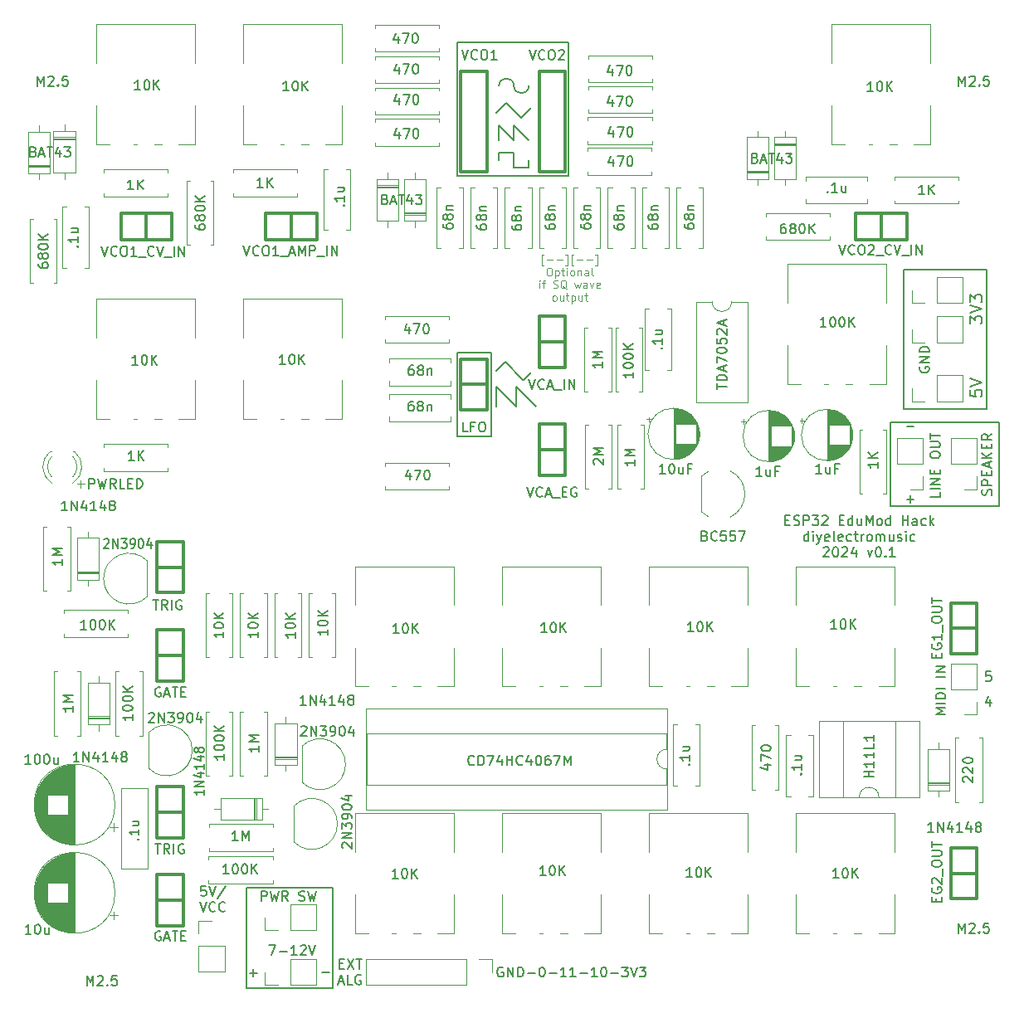
<source format=gbr>
%TF.GenerationSoftware,KiCad,Pcbnew,7.0.9*%
%TF.CreationDate,2024-04-28T18:27:12+01:00*%
%TF.ProjectId,Esp32EduModular,45737033-3245-4647-954d-6f64756c6172,rev?*%
%TF.SameCoordinates,Original*%
%TF.FileFunction,Legend,Top*%
%TF.FilePolarity,Positive*%
%FSLAX46Y46*%
G04 Gerber Fmt 4.6, Leading zero omitted, Abs format (unit mm)*
G04 Created by KiCad (PCBNEW 7.0.9) date 2024-04-28 18:27:12*
%MOMM*%
%LPD*%
G01*
G04 APERTURE LIST*
%ADD10C,0.150000*%
%ADD11C,0.200000*%
%ADD12C,0.125000*%
%ADD13C,0.300000*%
%ADD14C,0.120000*%
G04 APERTURE END LIST*
D10*
X63246191Y-109613819D02*
X63817619Y-109613819D01*
X63531905Y-110613819D02*
X63531905Y-109613819D01*
X64722381Y-110613819D02*
X64389048Y-110137628D01*
X64150953Y-110613819D02*
X64150953Y-109613819D01*
X64150953Y-109613819D02*
X64531905Y-109613819D01*
X64531905Y-109613819D02*
X64627143Y-109661438D01*
X64627143Y-109661438D02*
X64674762Y-109709057D01*
X64674762Y-109709057D02*
X64722381Y-109804295D01*
X64722381Y-109804295D02*
X64722381Y-109947152D01*
X64722381Y-109947152D02*
X64674762Y-110042390D01*
X64674762Y-110042390D02*
X64627143Y-110090009D01*
X64627143Y-110090009D02*
X64531905Y-110137628D01*
X64531905Y-110137628D02*
X64150953Y-110137628D01*
X65150953Y-110613819D02*
X65150953Y-109613819D01*
X66150952Y-109661438D02*
X66055714Y-109613819D01*
X66055714Y-109613819D02*
X65912857Y-109613819D01*
X65912857Y-109613819D02*
X65770000Y-109661438D01*
X65770000Y-109661438D02*
X65674762Y-109756676D01*
X65674762Y-109756676D02*
X65627143Y-109851914D01*
X65627143Y-109851914D02*
X65579524Y-110042390D01*
X65579524Y-110042390D02*
X65579524Y-110185247D01*
X65579524Y-110185247D02*
X65627143Y-110375723D01*
X65627143Y-110375723D02*
X65674762Y-110470961D01*
X65674762Y-110470961D02*
X65770000Y-110566200D01*
X65770000Y-110566200D02*
X65912857Y-110613819D01*
X65912857Y-110613819D02*
X66008095Y-110613819D01*
X66008095Y-110613819D02*
X66150952Y-110566200D01*
X66150952Y-110566200D02*
X66198571Y-110518580D01*
X66198571Y-110518580D02*
X66198571Y-110185247D01*
X66198571Y-110185247D02*
X66008095Y-110185247D01*
X64023999Y-118551438D02*
X63928761Y-118503819D01*
X63928761Y-118503819D02*
X63785904Y-118503819D01*
X63785904Y-118503819D02*
X63643047Y-118551438D01*
X63643047Y-118551438D02*
X63547809Y-118646676D01*
X63547809Y-118646676D02*
X63500190Y-118741914D01*
X63500190Y-118741914D02*
X63452571Y-118932390D01*
X63452571Y-118932390D02*
X63452571Y-119075247D01*
X63452571Y-119075247D02*
X63500190Y-119265723D01*
X63500190Y-119265723D02*
X63547809Y-119360961D01*
X63547809Y-119360961D02*
X63643047Y-119456200D01*
X63643047Y-119456200D02*
X63785904Y-119503819D01*
X63785904Y-119503819D02*
X63881142Y-119503819D01*
X63881142Y-119503819D02*
X64023999Y-119456200D01*
X64023999Y-119456200D02*
X64071618Y-119408580D01*
X64071618Y-119408580D02*
X64071618Y-119075247D01*
X64071618Y-119075247D02*
X63881142Y-119075247D01*
X64452571Y-119218104D02*
X64928761Y-119218104D01*
X64357333Y-119503819D02*
X64690666Y-118503819D01*
X64690666Y-118503819D02*
X65023999Y-119503819D01*
X65214476Y-118503819D02*
X65785904Y-118503819D01*
X65500190Y-119503819D02*
X65500190Y-118503819D01*
X66119238Y-118980009D02*
X66452571Y-118980009D01*
X66595428Y-119503819D02*
X66119238Y-119503819D01*
X66119238Y-119503819D02*
X66119238Y-118503819D01*
X66119238Y-118503819D02*
X66595428Y-118503819D01*
X138510000Y-91510000D02*
X149590000Y-91510000D01*
X149590000Y-100000000D01*
X138510000Y-100000000D01*
X138510000Y-91510000D01*
X100076000Y-62738000D02*
X100076000Y-61214000D01*
X99187000Y-85344000D02*
X101026436Y-87183436D01*
X100076000Y-57150000D02*
G75*
G03*
X98552000Y-57150000I-762000J0D01*
G01*
X94320000Y-52720000D02*
X105640000Y-52720000D01*
X105640000Y-66320000D01*
X94320000Y-66320000D01*
X94320000Y-52720000D01*
X139852499Y-75925000D02*
X148347500Y-75925000D01*
X148347500Y-90170000D01*
X139852499Y-90170000D01*
X139852499Y-75925000D01*
X98298000Y-87884000D02*
X100330000Y-89916000D01*
X101037301Y-87176699D02*
X101839195Y-86374805D01*
X100838000Y-60452000D02*
X101854000Y-59436000D01*
X98274130Y-86256870D02*
X99187000Y-85344000D01*
X100076000Y-61214000D02*
X101600000Y-62738000D01*
X100330000Y-87884000D02*
X102362000Y-89916000D01*
X94270000Y-84380000D02*
X97770000Y-84380000D01*
X97770000Y-92945000D01*
X94270000Y-92945000D01*
X94270000Y-84380000D01*
X100076000Y-64008000D02*
X100076000Y-65532000D01*
X98298000Y-89916000D02*
X98298000Y-87884000D01*
X100330000Y-89916000D02*
X100330000Y-87884000D01*
X72830000Y-138950000D02*
X81580000Y-138950000D01*
X81580000Y-149230000D01*
X72830000Y-149230000D01*
X72830000Y-138950000D01*
X100076000Y-65532000D02*
X101600000Y-65532000D01*
X100076000Y-57150000D02*
G75*
G03*
X101600000Y-57150000I762000J0D01*
G01*
X98298000Y-59944000D02*
X99314000Y-58928000D01*
X98552000Y-62738000D02*
X98552000Y-61214000D01*
X99314000Y-58928000D02*
X100838000Y-60452000D01*
X98552000Y-64770000D02*
X98552000Y-64008000D01*
X101600000Y-65532000D02*
X101600000Y-64770000D01*
X98552000Y-64008000D02*
X100076000Y-64008000D01*
X98552000Y-61214000D02*
X100076000Y-62738000D01*
D11*
X148738095Y-116912219D02*
X148261905Y-116912219D01*
X148261905Y-116912219D02*
X148214286Y-117388409D01*
X148214286Y-117388409D02*
X148261905Y-117340790D01*
X148261905Y-117340790D02*
X148357143Y-117293171D01*
X148357143Y-117293171D02*
X148595238Y-117293171D01*
X148595238Y-117293171D02*
X148690476Y-117340790D01*
X148690476Y-117340790D02*
X148738095Y-117388409D01*
X148738095Y-117388409D02*
X148785714Y-117483647D01*
X148785714Y-117483647D02*
X148785714Y-117721742D01*
X148785714Y-117721742D02*
X148738095Y-117816980D01*
X148738095Y-117816980D02*
X148690476Y-117864600D01*
X148690476Y-117864600D02*
X148595238Y-117912219D01*
X148595238Y-117912219D02*
X148357143Y-117912219D01*
X148357143Y-117912219D02*
X148261905Y-117864600D01*
X148261905Y-117864600D02*
X148214286Y-117816980D01*
X80469048Y-147636266D02*
X81230953Y-147636266D01*
D12*
X55499048Y-97788166D02*
X56260953Y-97788166D01*
X55880000Y-98169119D02*
X55880000Y-97407214D01*
D10*
X141517438Y-85839411D02*
X141469819Y-85934649D01*
X141469819Y-85934649D02*
X141469819Y-86077506D01*
X141469819Y-86077506D02*
X141517438Y-86220363D01*
X141517438Y-86220363D02*
X141612676Y-86315601D01*
X141612676Y-86315601D02*
X141707914Y-86363220D01*
X141707914Y-86363220D02*
X141898390Y-86410839D01*
X141898390Y-86410839D02*
X142041247Y-86410839D01*
X142041247Y-86410839D02*
X142231723Y-86363220D01*
X142231723Y-86363220D02*
X142326961Y-86315601D01*
X142326961Y-86315601D02*
X142422200Y-86220363D01*
X142422200Y-86220363D02*
X142469819Y-86077506D01*
X142469819Y-86077506D02*
X142469819Y-85982268D01*
X142469819Y-85982268D02*
X142422200Y-85839411D01*
X142422200Y-85839411D02*
X142374580Y-85791792D01*
X142374580Y-85791792D02*
X142041247Y-85791792D01*
X142041247Y-85791792D02*
X142041247Y-85982268D01*
X142469819Y-85363220D02*
X141469819Y-85363220D01*
X141469819Y-85363220D02*
X142469819Y-84791792D01*
X142469819Y-84791792D02*
X141469819Y-84791792D01*
X142469819Y-84315601D02*
X141469819Y-84315601D01*
X141469819Y-84315601D02*
X141469819Y-84077506D01*
X141469819Y-84077506D02*
X141517438Y-83934649D01*
X141517438Y-83934649D02*
X141612676Y-83839411D01*
X141612676Y-83839411D02*
X141707914Y-83791792D01*
X141707914Y-83791792D02*
X141898390Y-83744173D01*
X141898390Y-83744173D02*
X142041247Y-83744173D01*
X142041247Y-83744173D02*
X142231723Y-83791792D01*
X142231723Y-83791792D02*
X142326961Y-83839411D01*
X142326961Y-83839411D02*
X142422200Y-83934649D01*
X142422200Y-83934649D02*
X142469819Y-84077506D01*
X142469819Y-84077506D02*
X142469819Y-84315601D01*
D11*
X146642742Y-88211279D02*
X146642742Y-88782707D01*
X146642742Y-88782707D02*
X147214171Y-88839850D01*
X147214171Y-88839850D02*
X147157028Y-88782707D01*
X147157028Y-88782707D02*
X147099885Y-88668422D01*
X147099885Y-88668422D02*
X147099885Y-88382707D01*
X147099885Y-88382707D02*
X147157028Y-88268422D01*
X147157028Y-88268422D02*
X147214171Y-88211279D01*
X147214171Y-88211279D02*
X147328457Y-88154136D01*
X147328457Y-88154136D02*
X147614171Y-88154136D01*
X147614171Y-88154136D02*
X147728457Y-88211279D01*
X147728457Y-88211279D02*
X147785600Y-88268422D01*
X147785600Y-88268422D02*
X147842742Y-88382707D01*
X147842742Y-88382707D02*
X147842742Y-88668422D01*
X147842742Y-88668422D02*
X147785600Y-88782707D01*
X147785600Y-88782707D02*
X147728457Y-88839850D01*
X146642742Y-87811279D02*
X147842742Y-87411279D01*
X147842742Y-87411279D02*
X146642742Y-87011279D01*
X73119048Y-147686266D02*
X73880953Y-147686266D01*
X73500000Y-148067219D02*
X73500000Y-147305314D01*
X140144048Y-99336266D02*
X140905953Y-99336266D01*
X140525000Y-99717219D02*
X140525000Y-98955314D01*
D10*
X127772380Y-101466009D02*
X128105713Y-101466009D01*
X128248570Y-101989819D02*
X127772380Y-101989819D01*
X127772380Y-101989819D02*
X127772380Y-100989819D01*
X127772380Y-100989819D02*
X128248570Y-100989819D01*
X128629523Y-101942200D02*
X128772380Y-101989819D01*
X128772380Y-101989819D02*
X129010475Y-101989819D01*
X129010475Y-101989819D02*
X129105713Y-101942200D01*
X129105713Y-101942200D02*
X129153332Y-101894580D01*
X129153332Y-101894580D02*
X129200951Y-101799342D01*
X129200951Y-101799342D02*
X129200951Y-101704104D01*
X129200951Y-101704104D02*
X129153332Y-101608866D01*
X129153332Y-101608866D02*
X129105713Y-101561247D01*
X129105713Y-101561247D02*
X129010475Y-101513628D01*
X129010475Y-101513628D02*
X128819999Y-101466009D01*
X128819999Y-101466009D02*
X128724761Y-101418390D01*
X128724761Y-101418390D02*
X128677142Y-101370771D01*
X128677142Y-101370771D02*
X128629523Y-101275533D01*
X128629523Y-101275533D02*
X128629523Y-101180295D01*
X128629523Y-101180295D02*
X128677142Y-101085057D01*
X128677142Y-101085057D02*
X128724761Y-101037438D01*
X128724761Y-101037438D02*
X128819999Y-100989819D01*
X128819999Y-100989819D02*
X129058094Y-100989819D01*
X129058094Y-100989819D02*
X129200951Y-101037438D01*
X129629523Y-101989819D02*
X129629523Y-100989819D01*
X129629523Y-100989819D02*
X130010475Y-100989819D01*
X130010475Y-100989819D02*
X130105713Y-101037438D01*
X130105713Y-101037438D02*
X130153332Y-101085057D01*
X130153332Y-101085057D02*
X130200951Y-101180295D01*
X130200951Y-101180295D02*
X130200951Y-101323152D01*
X130200951Y-101323152D02*
X130153332Y-101418390D01*
X130153332Y-101418390D02*
X130105713Y-101466009D01*
X130105713Y-101466009D02*
X130010475Y-101513628D01*
X130010475Y-101513628D02*
X129629523Y-101513628D01*
X130534285Y-100989819D02*
X131153332Y-100989819D01*
X131153332Y-100989819D02*
X130819999Y-101370771D01*
X130819999Y-101370771D02*
X130962856Y-101370771D01*
X130962856Y-101370771D02*
X131058094Y-101418390D01*
X131058094Y-101418390D02*
X131105713Y-101466009D01*
X131105713Y-101466009D02*
X131153332Y-101561247D01*
X131153332Y-101561247D02*
X131153332Y-101799342D01*
X131153332Y-101799342D02*
X131105713Y-101894580D01*
X131105713Y-101894580D02*
X131058094Y-101942200D01*
X131058094Y-101942200D02*
X130962856Y-101989819D01*
X130962856Y-101989819D02*
X130677142Y-101989819D01*
X130677142Y-101989819D02*
X130581904Y-101942200D01*
X130581904Y-101942200D02*
X130534285Y-101894580D01*
X131534285Y-101085057D02*
X131581904Y-101037438D01*
X131581904Y-101037438D02*
X131677142Y-100989819D01*
X131677142Y-100989819D02*
X131915237Y-100989819D01*
X131915237Y-100989819D02*
X132010475Y-101037438D01*
X132010475Y-101037438D02*
X132058094Y-101085057D01*
X132058094Y-101085057D02*
X132105713Y-101180295D01*
X132105713Y-101180295D02*
X132105713Y-101275533D01*
X132105713Y-101275533D02*
X132058094Y-101418390D01*
X132058094Y-101418390D02*
X131486666Y-101989819D01*
X131486666Y-101989819D02*
X132105713Y-101989819D01*
X133296190Y-101466009D02*
X133629523Y-101466009D01*
X133772380Y-101989819D02*
X133296190Y-101989819D01*
X133296190Y-101989819D02*
X133296190Y-100989819D01*
X133296190Y-100989819D02*
X133772380Y-100989819D01*
X134629523Y-101989819D02*
X134629523Y-100989819D01*
X134629523Y-101942200D02*
X134534285Y-101989819D01*
X134534285Y-101989819D02*
X134343809Y-101989819D01*
X134343809Y-101989819D02*
X134248571Y-101942200D01*
X134248571Y-101942200D02*
X134200952Y-101894580D01*
X134200952Y-101894580D02*
X134153333Y-101799342D01*
X134153333Y-101799342D02*
X134153333Y-101513628D01*
X134153333Y-101513628D02*
X134200952Y-101418390D01*
X134200952Y-101418390D02*
X134248571Y-101370771D01*
X134248571Y-101370771D02*
X134343809Y-101323152D01*
X134343809Y-101323152D02*
X134534285Y-101323152D01*
X134534285Y-101323152D02*
X134629523Y-101370771D01*
X135534285Y-101323152D02*
X135534285Y-101989819D01*
X135105714Y-101323152D02*
X135105714Y-101846961D01*
X135105714Y-101846961D02*
X135153333Y-101942200D01*
X135153333Y-101942200D02*
X135248571Y-101989819D01*
X135248571Y-101989819D02*
X135391428Y-101989819D01*
X135391428Y-101989819D02*
X135486666Y-101942200D01*
X135486666Y-101942200D02*
X135534285Y-101894580D01*
X136010476Y-101989819D02*
X136010476Y-100989819D01*
X136010476Y-100989819D02*
X136343809Y-101704104D01*
X136343809Y-101704104D02*
X136677142Y-100989819D01*
X136677142Y-100989819D02*
X136677142Y-101989819D01*
X137296190Y-101989819D02*
X137200952Y-101942200D01*
X137200952Y-101942200D02*
X137153333Y-101894580D01*
X137153333Y-101894580D02*
X137105714Y-101799342D01*
X137105714Y-101799342D02*
X137105714Y-101513628D01*
X137105714Y-101513628D02*
X137153333Y-101418390D01*
X137153333Y-101418390D02*
X137200952Y-101370771D01*
X137200952Y-101370771D02*
X137296190Y-101323152D01*
X137296190Y-101323152D02*
X137439047Y-101323152D01*
X137439047Y-101323152D02*
X137534285Y-101370771D01*
X137534285Y-101370771D02*
X137581904Y-101418390D01*
X137581904Y-101418390D02*
X137629523Y-101513628D01*
X137629523Y-101513628D02*
X137629523Y-101799342D01*
X137629523Y-101799342D02*
X137581904Y-101894580D01*
X137581904Y-101894580D02*
X137534285Y-101942200D01*
X137534285Y-101942200D02*
X137439047Y-101989819D01*
X137439047Y-101989819D02*
X137296190Y-101989819D01*
X138486666Y-101989819D02*
X138486666Y-100989819D01*
X138486666Y-101942200D02*
X138391428Y-101989819D01*
X138391428Y-101989819D02*
X138200952Y-101989819D01*
X138200952Y-101989819D02*
X138105714Y-101942200D01*
X138105714Y-101942200D02*
X138058095Y-101894580D01*
X138058095Y-101894580D02*
X138010476Y-101799342D01*
X138010476Y-101799342D02*
X138010476Y-101513628D01*
X138010476Y-101513628D02*
X138058095Y-101418390D01*
X138058095Y-101418390D02*
X138105714Y-101370771D01*
X138105714Y-101370771D02*
X138200952Y-101323152D01*
X138200952Y-101323152D02*
X138391428Y-101323152D01*
X138391428Y-101323152D02*
X138486666Y-101370771D01*
X139724762Y-101989819D02*
X139724762Y-100989819D01*
X139724762Y-101466009D02*
X140296190Y-101466009D01*
X140296190Y-101989819D02*
X140296190Y-100989819D01*
X141200952Y-101989819D02*
X141200952Y-101466009D01*
X141200952Y-101466009D02*
X141153333Y-101370771D01*
X141153333Y-101370771D02*
X141058095Y-101323152D01*
X141058095Y-101323152D02*
X140867619Y-101323152D01*
X140867619Y-101323152D02*
X140772381Y-101370771D01*
X141200952Y-101942200D02*
X141105714Y-101989819D01*
X141105714Y-101989819D02*
X140867619Y-101989819D01*
X140867619Y-101989819D02*
X140772381Y-101942200D01*
X140772381Y-101942200D02*
X140724762Y-101846961D01*
X140724762Y-101846961D02*
X140724762Y-101751723D01*
X140724762Y-101751723D02*
X140772381Y-101656485D01*
X140772381Y-101656485D02*
X140867619Y-101608866D01*
X140867619Y-101608866D02*
X141105714Y-101608866D01*
X141105714Y-101608866D02*
X141200952Y-101561247D01*
X142105714Y-101942200D02*
X142010476Y-101989819D01*
X142010476Y-101989819D02*
X141820000Y-101989819D01*
X141820000Y-101989819D02*
X141724762Y-101942200D01*
X141724762Y-101942200D02*
X141677143Y-101894580D01*
X141677143Y-101894580D02*
X141629524Y-101799342D01*
X141629524Y-101799342D02*
X141629524Y-101513628D01*
X141629524Y-101513628D02*
X141677143Y-101418390D01*
X141677143Y-101418390D02*
X141724762Y-101370771D01*
X141724762Y-101370771D02*
X141820000Y-101323152D01*
X141820000Y-101323152D02*
X142010476Y-101323152D01*
X142010476Y-101323152D02*
X142105714Y-101370771D01*
X142534286Y-101989819D02*
X142534286Y-100989819D01*
X142629524Y-101608866D02*
X142915238Y-101989819D01*
X142915238Y-101323152D02*
X142534286Y-101704104D01*
X130129523Y-103599819D02*
X130129523Y-102599819D01*
X130129523Y-103552200D02*
X130034285Y-103599819D01*
X130034285Y-103599819D02*
X129843809Y-103599819D01*
X129843809Y-103599819D02*
X129748571Y-103552200D01*
X129748571Y-103552200D02*
X129700952Y-103504580D01*
X129700952Y-103504580D02*
X129653333Y-103409342D01*
X129653333Y-103409342D02*
X129653333Y-103123628D01*
X129653333Y-103123628D02*
X129700952Y-103028390D01*
X129700952Y-103028390D02*
X129748571Y-102980771D01*
X129748571Y-102980771D02*
X129843809Y-102933152D01*
X129843809Y-102933152D02*
X130034285Y-102933152D01*
X130034285Y-102933152D02*
X130129523Y-102980771D01*
X130605714Y-103599819D02*
X130605714Y-102933152D01*
X130605714Y-102599819D02*
X130558095Y-102647438D01*
X130558095Y-102647438D02*
X130605714Y-102695057D01*
X130605714Y-102695057D02*
X130653333Y-102647438D01*
X130653333Y-102647438D02*
X130605714Y-102599819D01*
X130605714Y-102599819D02*
X130605714Y-102695057D01*
X130986666Y-102933152D02*
X131224761Y-103599819D01*
X131462856Y-102933152D02*
X131224761Y-103599819D01*
X131224761Y-103599819D02*
X131129523Y-103837914D01*
X131129523Y-103837914D02*
X131081904Y-103885533D01*
X131081904Y-103885533D02*
X130986666Y-103933152D01*
X132224761Y-103552200D02*
X132129523Y-103599819D01*
X132129523Y-103599819D02*
X131939047Y-103599819D01*
X131939047Y-103599819D02*
X131843809Y-103552200D01*
X131843809Y-103552200D02*
X131796190Y-103456961D01*
X131796190Y-103456961D02*
X131796190Y-103076009D01*
X131796190Y-103076009D02*
X131843809Y-102980771D01*
X131843809Y-102980771D02*
X131939047Y-102933152D01*
X131939047Y-102933152D02*
X132129523Y-102933152D01*
X132129523Y-102933152D02*
X132224761Y-102980771D01*
X132224761Y-102980771D02*
X132272380Y-103076009D01*
X132272380Y-103076009D02*
X132272380Y-103171247D01*
X132272380Y-103171247D02*
X131796190Y-103266485D01*
X132843809Y-103599819D02*
X132748571Y-103552200D01*
X132748571Y-103552200D02*
X132700952Y-103456961D01*
X132700952Y-103456961D02*
X132700952Y-102599819D01*
X133605714Y-103552200D02*
X133510476Y-103599819D01*
X133510476Y-103599819D02*
X133320000Y-103599819D01*
X133320000Y-103599819D02*
X133224762Y-103552200D01*
X133224762Y-103552200D02*
X133177143Y-103456961D01*
X133177143Y-103456961D02*
X133177143Y-103076009D01*
X133177143Y-103076009D02*
X133224762Y-102980771D01*
X133224762Y-102980771D02*
X133320000Y-102933152D01*
X133320000Y-102933152D02*
X133510476Y-102933152D01*
X133510476Y-102933152D02*
X133605714Y-102980771D01*
X133605714Y-102980771D02*
X133653333Y-103076009D01*
X133653333Y-103076009D02*
X133653333Y-103171247D01*
X133653333Y-103171247D02*
X133177143Y-103266485D01*
X134510476Y-103552200D02*
X134415238Y-103599819D01*
X134415238Y-103599819D02*
X134224762Y-103599819D01*
X134224762Y-103599819D02*
X134129524Y-103552200D01*
X134129524Y-103552200D02*
X134081905Y-103504580D01*
X134081905Y-103504580D02*
X134034286Y-103409342D01*
X134034286Y-103409342D02*
X134034286Y-103123628D01*
X134034286Y-103123628D02*
X134081905Y-103028390D01*
X134081905Y-103028390D02*
X134129524Y-102980771D01*
X134129524Y-102980771D02*
X134224762Y-102933152D01*
X134224762Y-102933152D02*
X134415238Y-102933152D01*
X134415238Y-102933152D02*
X134510476Y-102980771D01*
X134796191Y-102933152D02*
X135177143Y-102933152D01*
X134939048Y-102599819D02*
X134939048Y-103456961D01*
X134939048Y-103456961D02*
X134986667Y-103552200D01*
X134986667Y-103552200D02*
X135081905Y-103599819D01*
X135081905Y-103599819D02*
X135177143Y-103599819D01*
X135510477Y-103599819D02*
X135510477Y-102933152D01*
X135510477Y-103123628D02*
X135558096Y-103028390D01*
X135558096Y-103028390D02*
X135605715Y-102980771D01*
X135605715Y-102980771D02*
X135700953Y-102933152D01*
X135700953Y-102933152D02*
X135796191Y-102933152D01*
X136272382Y-103599819D02*
X136177144Y-103552200D01*
X136177144Y-103552200D02*
X136129525Y-103504580D01*
X136129525Y-103504580D02*
X136081906Y-103409342D01*
X136081906Y-103409342D02*
X136081906Y-103123628D01*
X136081906Y-103123628D02*
X136129525Y-103028390D01*
X136129525Y-103028390D02*
X136177144Y-102980771D01*
X136177144Y-102980771D02*
X136272382Y-102933152D01*
X136272382Y-102933152D02*
X136415239Y-102933152D01*
X136415239Y-102933152D02*
X136510477Y-102980771D01*
X136510477Y-102980771D02*
X136558096Y-103028390D01*
X136558096Y-103028390D02*
X136605715Y-103123628D01*
X136605715Y-103123628D02*
X136605715Y-103409342D01*
X136605715Y-103409342D02*
X136558096Y-103504580D01*
X136558096Y-103504580D02*
X136510477Y-103552200D01*
X136510477Y-103552200D02*
X136415239Y-103599819D01*
X136415239Y-103599819D02*
X136272382Y-103599819D01*
X137034287Y-103599819D02*
X137034287Y-102933152D01*
X137034287Y-103028390D02*
X137081906Y-102980771D01*
X137081906Y-102980771D02*
X137177144Y-102933152D01*
X137177144Y-102933152D02*
X137320001Y-102933152D01*
X137320001Y-102933152D02*
X137415239Y-102980771D01*
X137415239Y-102980771D02*
X137462858Y-103076009D01*
X137462858Y-103076009D02*
X137462858Y-103599819D01*
X137462858Y-103076009D02*
X137510477Y-102980771D01*
X137510477Y-102980771D02*
X137605715Y-102933152D01*
X137605715Y-102933152D02*
X137748572Y-102933152D01*
X137748572Y-102933152D02*
X137843811Y-102980771D01*
X137843811Y-102980771D02*
X137891430Y-103076009D01*
X137891430Y-103076009D02*
X137891430Y-103599819D01*
X138796191Y-102933152D02*
X138796191Y-103599819D01*
X138367620Y-102933152D02*
X138367620Y-103456961D01*
X138367620Y-103456961D02*
X138415239Y-103552200D01*
X138415239Y-103552200D02*
X138510477Y-103599819D01*
X138510477Y-103599819D02*
X138653334Y-103599819D01*
X138653334Y-103599819D02*
X138748572Y-103552200D01*
X138748572Y-103552200D02*
X138796191Y-103504580D01*
X139224763Y-103552200D02*
X139320001Y-103599819D01*
X139320001Y-103599819D02*
X139510477Y-103599819D01*
X139510477Y-103599819D02*
X139605715Y-103552200D01*
X139605715Y-103552200D02*
X139653334Y-103456961D01*
X139653334Y-103456961D02*
X139653334Y-103409342D01*
X139653334Y-103409342D02*
X139605715Y-103314104D01*
X139605715Y-103314104D02*
X139510477Y-103266485D01*
X139510477Y-103266485D02*
X139367620Y-103266485D01*
X139367620Y-103266485D02*
X139272382Y-103218866D01*
X139272382Y-103218866D02*
X139224763Y-103123628D01*
X139224763Y-103123628D02*
X139224763Y-103076009D01*
X139224763Y-103076009D02*
X139272382Y-102980771D01*
X139272382Y-102980771D02*
X139367620Y-102933152D01*
X139367620Y-102933152D02*
X139510477Y-102933152D01*
X139510477Y-102933152D02*
X139605715Y-102980771D01*
X140081906Y-103599819D02*
X140081906Y-102933152D01*
X140081906Y-102599819D02*
X140034287Y-102647438D01*
X140034287Y-102647438D02*
X140081906Y-102695057D01*
X140081906Y-102695057D02*
X140129525Y-102647438D01*
X140129525Y-102647438D02*
X140081906Y-102599819D01*
X140081906Y-102599819D02*
X140081906Y-102695057D01*
X140986667Y-103552200D02*
X140891429Y-103599819D01*
X140891429Y-103599819D02*
X140700953Y-103599819D01*
X140700953Y-103599819D02*
X140605715Y-103552200D01*
X140605715Y-103552200D02*
X140558096Y-103504580D01*
X140558096Y-103504580D02*
X140510477Y-103409342D01*
X140510477Y-103409342D02*
X140510477Y-103123628D01*
X140510477Y-103123628D02*
X140558096Y-103028390D01*
X140558096Y-103028390D02*
X140605715Y-102980771D01*
X140605715Y-102980771D02*
X140700953Y-102933152D01*
X140700953Y-102933152D02*
X140891429Y-102933152D01*
X140891429Y-102933152D02*
X140986667Y-102980771D01*
X131653333Y-104305057D02*
X131700952Y-104257438D01*
X131700952Y-104257438D02*
X131796190Y-104209819D01*
X131796190Y-104209819D02*
X132034285Y-104209819D01*
X132034285Y-104209819D02*
X132129523Y-104257438D01*
X132129523Y-104257438D02*
X132177142Y-104305057D01*
X132177142Y-104305057D02*
X132224761Y-104400295D01*
X132224761Y-104400295D02*
X132224761Y-104495533D01*
X132224761Y-104495533D02*
X132177142Y-104638390D01*
X132177142Y-104638390D02*
X131605714Y-105209819D01*
X131605714Y-105209819D02*
X132224761Y-105209819D01*
X132843809Y-104209819D02*
X132939047Y-104209819D01*
X132939047Y-104209819D02*
X133034285Y-104257438D01*
X133034285Y-104257438D02*
X133081904Y-104305057D01*
X133081904Y-104305057D02*
X133129523Y-104400295D01*
X133129523Y-104400295D02*
X133177142Y-104590771D01*
X133177142Y-104590771D02*
X133177142Y-104828866D01*
X133177142Y-104828866D02*
X133129523Y-105019342D01*
X133129523Y-105019342D02*
X133081904Y-105114580D01*
X133081904Y-105114580D02*
X133034285Y-105162200D01*
X133034285Y-105162200D02*
X132939047Y-105209819D01*
X132939047Y-105209819D02*
X132843809Y-105209819D01*
X132843809Y-105209819D02*
X132748571Y-105162200D01*
X132748571Y-105162200D02*
X132700952Y-105114580D01*
X132700952Y-105114580D02*
X132653333Y-105019342D01*
X132653333Y-105019342D02*
X132605714Y-104828866D01*
X132605714Y-104828866D02*
X132605714Y-104590771D01*
X132605714Y-104590771D02*
X132653333Y-104400295D01*
X132653333Y-104400295D02*
X132700952Y-104305057D01*
X132700952Y-104305057D02*
X132748571Y-104257438D01*
X132748571Y-104257438D02*
X132843809Y-104209819D01*
X133558095Y-104305057D02*
X133605714Y-104257438D01*
X133605714Y-104257438D02*
X133700952Y-104209819D01*
X133700952Y-104209819D02*
X133939047Y-104209819D01*
X133939047Y-104209819D02*
X134034285Y-104257438D01*
X134034285Y-104257438D02*
X134081904Y-104305057D01*
X134081904Y-104305057D02*
X134129523Y-104400295D01*
X134129523Y-104400295D02*
X134129523Y-104495533D01*
X134129523Y-104495533D02*
X134081904Y-104638390D01*
X134081904Y-104638390D02*
X133510476Y-105209819D01*
X133510476Y-105209819D02*
X134129523Y-105209819D01*
X134986666Y-104543152D02*
X134986666Y-105209819D01*
X134748571Y-104162200D02*
X134510476Y-104876485D01*
X134510476Y-104876485D02*
X135129523Y-104876485D01*
X136177143Y-104543152D02*
X136415238Y-105209819D01*
X136415238Y-105209819D02*
X136653333Y-104543152D01*
X137224762Y-104209819D02*
X137320000Y-104209819D01*
X137320000Y-104209819D02*
X137415238Y-104257438D01*
X137415238Y-104257438D02*
X137462857Y-104305057D01*
X137462857Y-104305057D02*
X137510476Y-104400295D01*
X137510476Y-104400295D02*
X137558095Y-104590771D01*
X137558095Y-104590771D02*
X137558095Y-104828866D01*
X137558095Y-104828866D02*
X137510476Y-105019342D01*
X137510476Y-105019342D02*
X137462857Y-105114580D01*
X137462857Y-105114580D02*
X137415238Y-105162200D01*
X137415238Y-105162200D02*
X137320000Y-105209819D01*
X137320000Y-105209819D02*
X137224762Y-105209819D01*
X137224762Y-105209819D02*
X137129524Y-105162200D01*
X137129524Y-105162200D02*
X137081905Y-105114580D01*
X137081905Y-105114580D02*
X137034286Y-105019342D01*
X137034286Y-105019342D02*
X136986667Y-104828866D01*
X136986667Y-104828866D02*
X136986667Y-104590771D01*
X136986667Y-104590771D02*
X137034286Y-104400295D01*
X137034286Y-104400295D02*
X137081905Y-104305057D01*
X137081905Y-104305057D02*
X137129524Y-104257438D01*
X137129524Y-104257438D02*
X137224762Y-104209819D01*
X137986667Y-105114580D02*
X138034286Y-105162200D01*
X138034286Y-105162200D02*
X137986667Y-105209819D01*
X137986667Y-105209819D02*
X137939048Y-105162200D01*
X137939048Y-105162200D02*
X137986667Y-105114580D01*
X137986667Y-105114580D02*
X137986667Y-105209819D01*
X138986666Y-105209819D02*
X138415238Y-105209819D01*
X138700952Y-105209819D02*
X138700952Y-104209819D01*
X138700952Y-104209819D02*
X138605714Y-104352676D01*
X138605714Y-104352676D02*
X138510476Y-104447914D01*
X138510476Y-104447914D02*
X138415238Y-104495533D01*
X68645714Y-138819819D02*
X68169524Y-138819819D01*
X68169524Y-138819819D02*
X68121905Y-139296009D01*
X68121905Y-139296009D02*
X68169524Y-139248390D01*
X68169524Y-139248390D02*
X68264762Y-139200771D01*
X68264762Y-139200771D02*
X68502857Y-139200771D01*
X68502857Y-139200771D02*
X68598095Y-139248390D01*
X68598095Y-139248390D02*
X68645714Y-139296009D01*
X68645714Y-139296009D02*
X68693333Y-139391247D01*
X68693333Y-139391247D02*
X68693333Y-139629342D01*
X68693333Y-139629342D02*
X68645714Y-139724580D01*
X68645714Y-139724580D02*
X68598095Y-139772200D01*
X68598095Y-139772200D02*
X68502857Y-139819819D01*
X68502857Y-139819819D02*
X68264762Y-139819819D01*
X68264762Y-139819819D02*
X68169524Y-139772200D01*
X68169524Y-139772200D02*
X68121905Y-139724580D01*
X68979048Y-138819819D02*
X69312381Y-139819819D01*
X69312381Y-139819819D02*
X69645714Y-138819819D01*
X70693333Y-138772200D02*
X69836191Y-140057914D01*
X68026667Y-140429819D02*
X68360000Y-141429819D01*
X68360000Y-141429819D02*
X68693333Y-140429819D01*
X69598095Y-141334580D02*
X69550476Y-141382200D01*
X69550476Y-141382200D02*
X69407619Y-141429819D01*
X69407619Y-141429819D02*
X69312381Y-141429819D01*
X69312381Y-141429819D02*
X69169524Y-141382200D01*
X69169524Y-141382200D02*
X69074286Y-141286961D01*
X69074286Y-141286961D02*
X69026667Y-141191723D01*
X69026667Y-141191723D02*
X68979048Y-141001247D01*
X68979048Y-141001247D02*
X68979048Y-140858390D01*
X68979048Y-140858390D02*
X69026667Y-140667914D01*
X69026667Y-140667914D02*
X69074286Y-140572676D01*
X69074286Y-140572676D02*
X69169524Y-140477438D01*
X69169524Y-140477438D02*
X69312381Y-140429819D01*
X69312381Y-140429819D02*
X69407619Y-140429819D01*
X69407619Y-140429819D02*
X69550476Y-140477438D01*
X69550476Y-140477438D02*
X69598095Y-140525057D01*
X70598095Y-141334580D02*
X70550476Y-141382200D01*
X70550476Y-141382200D02*
X70407619Y-141429819D01*
X70407619Y-141429819D02*
X70312381Y-141429819D01*
X70312381Y-141429819D02*
X70169524Y-141382200D01*
X70169524Y-141382200D02*
X70074286Y-141286961D01*
X70074286Y-141286961D02*
X70026667Y-141191723D01*
X70026667Y-141191723D02*
X69979048Y-141001247D01*
X69979048Y-141001247D02*
X69979048Y-140858390D01*
X69979048Y-140858390D02*
X70026667Y-140667914D01*
X70026667Y-140667914D02*
X70074286Y-140572676D01*
X70074286Y-140572676D02*
X70169524Y-140477438D01*
X70169524Y-140477438D02*
X70312381Y-140429819D01*
X70312381Y-140429819D02*
X70407619Y-140429819D01*
X70407619Y-140429819D02*
X70550476Y-140477438D01*
X70550476Y-140477438D02*
X70598095Y-140525057D01*
D11*
X140144048Y-91936266D02*
X140905953Y-91936266D01*
D12*
X103131429Y-75488261D02*
X102940953Y-75488261D01*
X102940953Y-75488261D02*
X102940953Y-74345404D01*
X102940953Y-74345404D02*
X103131429Y-74345404D01*
X103436191Y-74916833D02*
X104045715Y-74916833D01*
X104426667Y-74916833D02*
X105036191Y-74916833D01*
X105340952Y-75488261D02*
X105531428Y-75488261D01*
X105531428Y-75488261D02*
X105531428Y-74345404D01*
X105531428Y-74345404D02*
X105340952Y-74345404D01*
X106179047Y-75488261D02*
X105988571Y-75488261D01*
X105988571Y-75488261D02*
X105988571Y-74345404D01*
X105988571Y-74345404D02*
X106179047Y-74345404D01*
X106483809Y-74916833D02*
X107093333Y-74916833D01*
X107474285Y-74916833D02*
X108083809Y-74916833D01*
X108388570Y-75488261D02*
X108579046Y-75488261D01*
X108579046Y-75488261D02*
X108579046Y-74345404D01*
X108579046Y-74345404D02*
X108388570Y-74345404D01*
X103607618Y-75709595D02*
X103759999Y-75709595D01*
X103759999Y-75709595D02*
X103836189Y-75747690D01*
X103836189Y-75747690D02*
X103912380Y-75823880D01*
X103912380Y-75823880D02*
X103950475Y-75976261D01*
X103950475Y-75976261D02*
X103950475Y-76242928D01*
X103950475Y-76242928D02*
X103912380Y-76395309D01*
X103912380Y-76395309D02*
X103836189Y-76471500D01*
X103836189Y-76471500D02*
X103759999Y-76509595D01*
X103759999Y-76509595D02*
X103607618Y-76509595D01*
X103607618Y-76509595D02*
X103531427Y-76471500D01*
X103531427Y-76471500D02*
X103455237Y-76395309D01*
X103455237Y-76395309D02*
X103417141Y-76242928D01*
X103417141Y-76242928D02*
X103417141Y-75976261D01*
X103417141Y-75976261D02*
X103455237Y-75823880D01*
X103455237Y-75823880D02*
X103531427Y-75747690D01*
X103531427Y-75747690D02*
X103607618Y-75709595D01*
X104293332Y-75976261D02*
X104293332Y-76776261D01*
X104293332Y-76014357D02*
X104369522Y-75976261D01*
X104369522Y-75976261D02*
X104521903Y-75976261D01*
X104521903Y-75976261D02*
X104598094Y-76014357D01*
X104598094Y-76014357D02*
X104636189Y-76052452D01*
X104636189Y-76052452D02*
X104674284Y-76128642D01*
X104674284Y-76128642D02*
X104674284Y-76357214D01*
X104674284Y-76357214D02*
X104636189Y-76433404D01*
X104636189Y-76433404D02*
X104598094Y-76471500D01*
X104598094Y-76471500D02*
X104521903Y-76509595D01*
X104521903Y-76509595D02*
X104369522Y-76509595D01*
X104369522Y-76509595D02*
X104293332Y-76471500D01*
X104902856Y-75976261D02*
X105207618Y-75976261D01*
X105017142Y-75709595D02*
X105017142Y-76395309D01*
X105017142Y-76395309D02*
X105055237Y-76471500D01*
X105055237Y-76471500D02*
X105131427Y-76509595D01*
X105131427Y-76509595D02*
X105207618Y-76509595D01*
X105474285Y-76509595D02*
X105474285Y-75976261D01*
X105474285Y-75709595D02*
X105436189Y-75747690D01*
X105436189Y-75747690D02*
X105474285Y-75785785D01*
X105474285Y-75785785D02*
X105512380Y-75747690D01*
X105512380Y-75747690D02*
X105474285Y-75709595D01*
X105474285Y-75709595D02*
X105474285Y-75785785D01*
X105969522Y-76509595D02*
X105893332Y-76471500D01*
X105893332Y-76471500D02*
X105855237Y-76433404D01*
X105855237Y-76433404D02*
X105817141Y-76357214D01*
X105817141Y-76357214D02*
X105817141Y-76128642D01*
X105817141Y-76128642D02*
X105855237Y-76052452D01*
X105855237Y-76052452D02*
X105893332Y-76014357D01*
X105893332Y-76014357D02*
X105969522Y-75976261D01*
X105969522Y-75976261D02*
X106083808Y-75976261D01*
X106083808Y-75976261D02*
X106159999Y-76014357D01*
X106159999Y-76014357D02*
X106198094Y-76052452D01*
X106198094Y-76052452D02*
X106236189Y-76128642D01*
X106236189Y-76128642D02*
X106236189Y-76357214D01*
X106236189Y-76357214D02*
X106198094Y-76433404D01*
X106198094Y-76433404D02*
X106159999Y-76471500D01*
X106159999Y-76471500D02*
X106083808Y-76509595D01*
X106083808Y-76509595D02*
X105969522Y-76509595D01*
X106579047Y-75976261D02*
X106579047Y-76509595D01*
X106579047Y-76052452D02*
X106617142Y-76014357D01*
X106617142Y-76014357D02*
X106693332Y-75976261D01*
X106693332Y-75976261D02*
X106807618Y-75976261D01*
X106807618Y-75976261D02*
X106883809Y-76014357D01*
X106883809Y-76014357D02*
X106921904Y-76090547D01*
X106921904Y-76090547D02*
X106921904Y-76509595D01*
X107645714Y-76509595D02*
X107645714Y-76090547D01*
X107645714Y-76090547D02*
X107607619Y-76014357D01*
X107607619Y-76014357D02*
X107531428Y-75976261D01*
X107531428Y-75976261D02*
X107379047Y-75976261D01*
X107379047Y-75976261D02*
X107302857Y-76014357D01*
X107645714Y-76471500D02*
X107569523Y-76509595D01*
X107569523Y-76509595D02*
X107379047Y-76509595D01*
X107379047Y-76509595D02*
X107302857Y-76471500D01*
X107302857Y-76471500D02*
X107264761Y-76395309D01*
X107264761Y-76395309D02*
X107264761Y-76319119D01*
X107264761Y-76319119D02*
X107302857Y-76242928D01*
X107302857Y-76242928D02*
X107379047Y-76204833D01*
X107379047Y-76204833D02*
X107569523Y-76204833D01*
X107569523Y-76204833D02*
X107645714Y-76166738D01*
X108140952Y-76509595D02*
X108064762Y-76471500D01*
X108064762Y-76471500D02*
X108026667Y-76395309D01*
X108026667Y-76395309D02*
X108026667Y-75709595D01*
X102693333Y-77797595D02*
X102693333Y-77264261D01*
X102693333Y-76997595D02*
X102655237Y-77035690D01*
X102655237Y-77035690D02*
X102693333Y-77073785D01*
X102693333Y-77073785D02*
X102731428Y-77035690D01*
X102731428Y-77035690D02*
X102693333Y-76997595D01*
X102693333Y-76997595D02*
X102693333Y-77073785D01*
X102959999Y-77264261D02*
X103264761Y-77264261D01*
X103074285Y-77797595D02*
X103074285Y-77111880D01*
X103074285Y-77111880D02*
X103112380Y-77035690D01*
X103112380Y-77035690D02*
X103188570Y-76997595D01*
X103188570Y-76997595D02*
X103264761Y-76997595D01*
X104102856Y-77759500D02*
X104217142Y-77797595D01*
X104217142Y-77797595D02*
X104407618Y-77797595D01*
X104407618Y-77797595D02*
X104483809Y-77759500D01*
X104483809Y-77759500D02*
X104521904Y-77721404D01*
X104521904Y-77721404D02*
X104559999Y-77645214D01*
X104559999Y-77645214D02*
X104559999Y-77569023D01*
X104559999Y-77569023D02*
X104521904Y-77492833D01*
X104521904Y-77492833D02*
X104483809Y-77454738D01*
X104483809Y-77454738D02*
X104407618Y-77416642D01*
X104407618Y-77416642D02*
X104255237Y-77378547D01*
X104255237Y-77378547D02*
X104179047Y-77340452D01*
X104179047Y-77340452D02*
X104140952Y-77302357D01*
X104140952Y-77302357D02*
X104102856Y-77226166D01*
X104102856Y-77226166D02*
X104102856Y-77149976D01*
X104102856Y-77149976D02*
X104140952Y-77073785D01*
X104140952Y-77073785D02*
X104179047Y-77035690D01*
X104179047Y-77035690D02*
X104255237Y-76997595D01*
X104255237Y-76997595D02*
X104445714Y-76997595D01*
X104445714Y-76997595D02*
X104559999Y-77035690D01*
X105436190Y-77873785D02*
X105360000Y-77835690D01*
X105360000Y-77835690D02*
X105283809Y-77759500D01*
X105283809Y-77759500D02*
X105169523Y-77645214D01*
X105169523Y-77645214D02*
X105093333Y-77607119D01*
X105093333Y-77607119D02*
X105017142Y-77607119D01*
X105055238Y-77797595D02*
X104979047Y-77759500D01*
X104979047Y-77759500D02*
X104902857Y-77683309D01*
X104902857Y-77683309D02*
X104864761Y-77530928D01*
X104864761Y-77530928D02*
X104864761Y-77264261D01*
X104864761Y-77264261D02*
X104902857Y-77111880D01*
X104902857Y-77111880D02*
X104979047Y-77035690D01*
X104979047Y-77035690D02*
X105055238Y-76997595D01*
X105055238Y-76997595D02*
X105207619Y-76997595D01*
X105207619Y-76997595D02*
X105283809Y-77035690D01*
X105283809Y-77035690D02*
X105360000Y-77111880D01*
X105360000Y-77111880D02*
X105398095Y-77264261D01*
X105398095Y-77264261D02*
X105398095Y-77530928D01*
X105398095Y-77530928D02*
X105360000Y-77683309D01*
X105360000Y-77683309D02*
X105283809Y-77759500D01*
X105283809Y-77759500D02*
X105207619Y-77797595D01*
X105207619Y-77797595D02*
X105055238Y-77797595D01*
X106274285Y-77264261D02*
X106426666Y-77797595D01*
X106426666Y-77797595D02*
X106579047Y-77416642D01*
X106579047Y-77416642D02*
X106731428Y-77797595D01*
X106731428Y-77797595D02*
X106883809Y-77264261D01*
X107531428Y-77797595D02*
X107531428Y-77378547D01*
X107531428Y-77378547D02*
X107493333Y-77302357D01*
X107493333Y-77302357D02*
X107417142Y-77264261D01*
X107417142Y-77264261D02*
X107264761Y-77264261D01*
X107264761Y-77264261D02*
X107188571Y-77302357D01*
X107531428Y-77759500D02*
X107455237Y-77797595D01*
X107455237Y-77797595D02*
X107264761Y-77797595D01*
X107264761Y-77797595D02*
X107188571Y-77759500D01*
X107188571Y-77759500D02*
X107150475Y-77683309D01*
X107150475Y-77683309D02*
X107150475Y-77607119D01*
X107150475Y-77607119D02*
X107188571Y-77530928D01*
X107188571Y-77530928D02*
X107264761Y-77492833D01*
X107264761Y-77492833D02*
X107455237Y-77492833D01*
X107455237Y-77492833D02*
X107531428Y-77454738D01*
X107836190Y-77264261D02*
X108026666Y-77797595D01*
X108026666Y-77797595D02*
X108217143Y-77264261D01*
X108826667Y-77759500D02*
X108750476Y-77797595D01*
X108750476Y-77797595D02*
X108598095Y-77797595D01*
X108598095Y-77797595D02*
X108521905Y-77759500D01*
X108521905Y-77759500D02*
X108483809Y-77683309D01*
X108483809Y-77683309D02*
X108483809Y-77378547D01*
X108483809Y-77378547D02*
X108521905Y-77302357D01*
X108521905Y-77302357D02*
X108598095Y-77264261D01*
X108598095Y-77264261D02*
X108750476Y-77264261D01*
X108750476Y-77264261D02*
X108826667Y-77302357D01*
X108826667Y-77302357D02*
X108864762Y-77378547D01*
X108864762Y-77378547D02*
X108864762Y-77454738D01*
X108864762Y-77454738D02*
X108483809Y-77530928D01*
X104159998Y-79085595D02*
X104083808Y-79047500D01*
X104083808Y-79047500D02*
X104045713Y-79009404D01*
X104045713Y-79009404D02*
X104007617Y-78933214D01*
X104007617Y-78933214D02*
X104007617Y-78704642D01*
X104007617Y-78704642D02*
X104045713Y-78628452D01*
X104045713Y-78628452D02*
X104083808Y-78590357D01*
X104083808Y-78590357D02*
X104159998Y-78552261D01*
X104159998Y-78552261D02*
X104274284Y-78552261D01*
X104274284Y-78552261D02*
X104350475Y-78590357D01*
X104350475Y-78590357D02*
X104388570Y-78628452D01*
X104388570Y-78628452D02*
X104426665Y-78704642D01*
X104426665Y-78704642D02*
X104426665Y-78933214D01*
X104426665Y-78933214D02*
X104388570Y-79009404D01*
X104388570Y-79009404D02*
X104350475Y-79047500D01*
X104350475Y-79047500D02*
X104274284Y-79085595D01*
X104274284Y-79085595D02*
X104159998Y-79085595D01*
X105112380Y-78552261D02*
X105112380Y-79085595D01*
X104769523Y-78552261D02*
X104769523Y-78971309D01*
X104769523Y-78971309D02*
X104807618Y-79047500D01*
X104807618Y-79047500D02*
X104883808Y-79085595D01*
X104883808Y-79085595D02*
X104998094Y-79085595D01*
X104998094Y-79085595D02*
X105074285Y-79047500D01*
X105074285Y-79047500D02*
X105112380Y-79009404D01*
X105379047Y-78552261D02*
X105683809Y-78552261D01*
X105493333Y-78285595D02*
X105493333Y-78971309D01*
X105493333Y-78971309D02*
X105531428Y-79047500D01*
X105531428Y-79047500D02*
X105607618Y-79085595D01*
X105607618Y-79085595D02*
X105683809Y-79085595D01*
X105950476Y-78552261D02*
X105950476Y-79352261D01*
X105950476Y-78590357D02*
X106026666Y-78552261D01*
X106026666Y-78552261D02*
X106179047Y-78552261D01*
X106179047Y-78552261D02*
X106255238Y-78590357D01*
X106255238Y-78590357D02*
X106293333Y-78628452D01*
X106293333Y-78628452D02*
X106331428Y-78704642D01*
X106331428Y-78704642D02*
X106331428Y-78933214D01*
X106331428Y-78933214D02*
X106293333Y-79009404D01*
X106293333Y-79009404D02*
X106255238Y-79047500D01*
X106255238Y-79047500D02*
X106179047Y-79085595D01*
X106179047Y-79085595D02*
X106026666Y-79085595D01*
X106026666Y-79085595D02*
X105950476Y-79047500D01*
X107017143Y-78552261D02*
X107017143Y-79085595D01*
X106674286Y-78552261D02*
X106674286Y-78971309D01*
X106674286Y-78971309D02*
X106712381Y-79047500D01*
X106712381Y-79047500D02*
X106788571Y-79085595D01*
X106788571Y-79085595D02*
X106902857Y-79085595D01*
X106902857Y-79085595D02*
X106979048Y-79047500D01*
X106979048Y-79047500D02*
X107017143Y-79009404D01*
X107283810Y-78552261D02*
X107588572Y-78552261D01*
X107398096Y-78285595D02*
X107398096Y-78971309D01*
X107398096Y-78971309D02*
X107436191Y-79047500D01*
X107436191Y-79047500D02*
X107512381Y-79085595D01*
X107512381Y-79085595D02*
X107588572Y-79085595D01*
D10*
X63476191Y-134505819D02*
X64047619Y-134505819D01*
X63761905Y-135505819D02*
X63761905Y-134505819D01*
X64952381Y-135505819D02*
X64619048Y-135029628D01*
X64380953Y-135505819D02*
X64380953Y-134505819D01*
X64380953Y-134505819D02*
X64761905Y-134505819D01*
X64761905Y-134505819D02*
X64857143Y-134553438D01*
X64857143Y-134553438D02*
X64904762Y-134601057D01*
X64904762Y-134601057D02*
X64952381Y-134696295D01*
X64952381Y-134696295D02*
X64952381Y-134839152D01*
X64952381Y-134839152D02*
X64904762Y-134934390D01*
X64904762Y-134934390D02*
X64857143Y-134982009D01*
X64857143Y-134982009D02*
X64761905Y-135029628D01*
X64761905Y-135029628D02*
X64380953Y-135029628D01*
X65380953Y-135505819D02*
X65380953Y-134505819D01*
X66380952Y-134553438D02*
X66285714Y-134505819D01*
X66285714Y-134505819D02*
X66142857Y-134505819D01*
X66142857Y-134505819D02*
X66000000Y-134553438D01*
X66000000Y-134553438D02*
X65904762Y-134648676D01*
X65904762Y-134648676D02*
X65857143Y-134743914D01*
X65857143Y-134743914D02*
X65809524Y-134934390D01*
X65809524Y-134934390D02*
X65809524Y-135077247D01*
X65809524Y-135077247D02*
X65857143Y-135267723D01*
X65857143Y-135267723D02*
X65904762Y-135362961D01*
X65904762Y-135362961D02*
X66000000Y-135458200D01*
X66000000Y-135458200D02*
X66142857Y-135505819D01*
X66142857Y-135505819D02*
X66238095Y-135505819D01*
X66238095Y-135505819D02*
X66380952Y-135458200D01*
X66380952Y-135458200D02*
X66428571Y-135410580D01*
X66428571Y-135410580D02*
X66428571Y-135077247D01*
X66428571Y-135077247D02*
X66238095Y-135077247D01*
X64023999Y-143443438D02*
X63928761Y-143395819D01*
X63928761Y-143395819D02*
X63785904Y-143395819D01*
X63785904Y-143395819D02*
X63643047Y-143443438D01*
X63643047Y-143443438D02*
X63547809Y-143538676D01*
X63547809Y-143538676D02*
X63500190Y-143633914D01*
X63500190Y-143633914D02*
X63452571Y-143824390D01*
X63452571Y-143824390D02*
X63452571Y-143967247D01*
X63452571Y-143967247D02*
X63500190Y-144157723D01*
X63500190Y-144157723D02*
X63547809Y-144252961D01*
X63547809Y-144252961D02*
X63643047Y-144348200D01*
X63643047Y-144348200D02*
X63785904Y-144395819D01*
X63785904Y-144395819D02*
X63881142Y-144395819D01*
X63881142Y-144395819D02*
X64023999Y-144348200D01*
X64023999Y-144348200D02*
X64071618Y-144300580D01*
X64071618Y-144300580D02*
X64071618Y-143967247D01*
X64071618Y-143967247D02*
X63881142Y-143967247D01*
X64452571Y-144110104D02*
X64928761Y-144110104D01*
X64357333Y-144395819D02*
X64690666Y-143395819D01*
X64690666Y-143395819D02*
X65023999Y-144395819D01*
X65214476Y-143395819D02*
X65785904Y-143395819D01*
X65500190Y-144395819D02*
X65500190Y-143395819D01*
X66119238Y-143872009D02*
X66452571Y-143872009D01*
X66595428Y-144395819D02*
X66119238Y-144395819D01*
X66119238Y-144395819D02*
X66119238Y-143395819D01*
X66119238Y-143395819D02*
X66595428Y-143395819D01*
D11*
X146642742Y-81396993D02*
X146642742Y-80654136D01*
X146642742Y-80654136D02*
X147099885Y-81054136D01*
X147099885Y-81054136D02*
X147099885Y-80882707D01*
X147099885Y-80882707D02*
X147157028Y-80768422D01*
X147157028Y-80768422D02*
X147214171Y-80711279D01*
X147214171Y-80711279D02*
X147328457Y-80654136D01*
X147328457Y-80654136D02*
X147614171Y-80654136D01*
X147614171Y-80654136D02*
X147728457Y-80711279D01*
X147728457Y-80711279D02*
X147785600Y-80768422D01*
X147785600Y-80768422D02*
X147842742Y-80882707D01*
X147842742Y-80882707D02*
X147842742Y-81225564D01*
X147842742Y-81225564D02*
X147785600Y-81339850D01*
X147785600Y-81339850D02*
X147728457Y-81396993D01*
X146642742Y-80311279D02*
X147842742Y-79911279D01*
X147842742Y-79911279D02*
X146642742Y-79511279D01*
X146642742Y-79225565D02*
X146642742Y-78482708D01*
X146642742Y-78482708D02*
X147099885Y-78882708D01*
X147099885Y-78882708D02*
X147099885Y-78711279D01*
X147099885Y-78711279D02*
X147157028Y-78596994D01*
X147157028Y-78596994D02*
X147214171Y-78539851D01*
X147214171Y-78539851D02*
X147328457Y-78482708D01*
X147328457Y-78482708D02*
X147614171Y-78482708D01*
X147614171Y-78482708D02*
X147728457Y-78539851D01*
X147728457Y-78539851D02*
X147785600Y-78596994D01*
X147785600Y-78596994D02*
X147842742Y-78711279D01*
X147842742Y-78711279D02*
X147842742Y-79054136D01*
X147842742Y-79054136D02*
X147785600Y-79168422D01*
X147785600Y-79168422D02*
X147728457Y-79225565D01*
D10*
X98950000Y-147127438D02*
X98854762Y-147079819D01*
X98854762Y-147079819D02*
X98711905Y-147079819D01*
X98711905Y-147079819D02*
X98569048Y-147127438D01*
X98569048Y-147127438D02*
X98473810Y-147222676D01*
X98473810Y-147222676D02*
X98426191Y-147317914D01*
X98426191Y-147317914D02*
X98378572Y-147508390D01*
X98378572Y-147508390D02*
X98378572Y-147651247D01*
X98378572Y-147651247D02*
X98426191Y-147841723D01*
X98426191Y-147841723D02*
X98473810Y-147936961D01*
X98473810Y-147936961D02*
X98569048Y-148032200D01*
X98569048Y-148032200D02*
X98711905Y-148079819D01*
X98711905Y-148079819D02*
X98807143Y-148079819D01*
X98807143Y-148079819D02*
X98950000Y-148032200D01*
X98950000Y-148032200D02*
X98997619Y-147984580D01*
X98997619Y-147984580D02*
X98997619Y-147651247D01*
X98997619Y-147651247D02*
X98807143Y-147651247D01*
X99426191Y-148079819D02*
X99426191Y-147079819D01*
X99426191Y-147079819D02*
X99997619Y-148079819D01*
X99997619Y-148079819D02*
X99997619Y-147079819D01*
X100473810Y-148079819D02*
X100473810Y-147079819D01*
X100473810Y-147079819D02*
X100711905Y-147079819D01*
X100711905Y-147079819D02*
X100854762Y-147127438D01*
X100854762Y-147127438D02*
X100950000Y-147222676D01*
X100950000Y-147222676D02*
X100997619Y-147317914D01*
X100997619Y-147317914D02*
X101045238Y-147508390D01*
X101045238Y-147508390D02*
X101045238Y-147651247D01*
X101045238Y-147651247D02*
X100997619Y-147841723D01*
X100997619Y-147841723D02*
X100950000Y-147936961D01*
X100950000Y-147936961D02*
X100854762Y-148032200D01*
X100854762Y-148032200D02*
X100711905Y-148079819D01*
X100711905Y-148079819D02*
X100473810Y-148079819D01*
X101473810Y-147698866D02*
X102235715Y-147698866D01*
X102902381Y-147079819D02*
X102997619Y-147079819D01*
X102997619Y-147079819D02*
X103092857Y-147127438D01*
X103092857Y-147127438D02*
X103140476Y-147175057D01*
X103140476Y-147175057D02*
X103188095Y-147270295D01*
X103188095Y-147270295D02*
X103235714Y-147460771D01*
X103235714Y-147460771D02*
X103235714Y-147698866D01*
X103235714Y-147698866D02*
X103188095Y-147889342D01*
X103188095Y-147889342D02*
X103140476Y-147984580D01*
X103140476Y-147984580D02*
X103092857Y-148032200D01*
X103092857Y-148032200D02*
X102997619Y-148079819D01*
X102997619Y-148079819D02*
X102902381Y-148079819D01*
X102902381Y-148079819D02*
X102807143Y-148032200D01*
X102807143Y-148032200D02*
X102759524Y-147984580D01*
X102759524Y-147984580D02*
X102711905Y-147889342D01*
X102711905Y-147889342D02*
X102664286Y-147698866D01*
X102664286Y-147698866D02*
X102664286Y-147460771D01*
X102664286Y-147460771D02*
X102711905Y-147270295D01*
X102711905Y-147270295D02*
X102759524Y-147175057D01*
X102759524Y-147175057D02*
X102807143Y-147127438D01*
X102807143Y-147127438D02*
X102902381Y-147079819D01*
X103664286Y-147698866D02*
X104426191Y-147698866D01*
X105426190Y-148079819D02*
X104854762Y-148079819D01*
X105140476Y-148079819D02*
X105140476Y-147079819D01*
X105140476Y-147079819D02*
X105045238Y-147222676D01*
X105045238Y-147222676D02*
X104950000Y-147317914D01*
X104950000Y-147317914D02*
X104854762Y-147365533D01*
X106378571Y-148079819D02*
X105807143Y-148079819D01*
X106092857Y-148079819D02*
X106092857Y-147079819D01*
X106092857Y-147079819D02*
X105997619Y-147222676D01*
X105997619Y-147222676D02*
X105902381Y-147317914D01*
X105902381Y-147317914D02*
X105807143Y-147365533D01*
X106807143Y-147698866D02*
X107569048Y-147698866D01*
X108569047Y-148079819D02*
X107997619Y-148079819D01*
X108283333Y-148079819D02*
X108283333Y-147079819D01*
X108283333Y-147079819D02*
X108188095Y-147222676D01*
X108188095Y-147222676D02*
X108092857Y-147317914D01*
X108092857Y-147317914D02*
X107997619Y-147365533D01*
X109188095Y-147079819D02*
X109283333Y-147079819D01*
X109283333Y-147079819D02*
X109378571Y-147127438D01*
X109378571Y-147127438D02*
X109426190Y-147175057D01*
X109426190Y-147175057D02*
X109473809Y-147270295D01*
X109473809Y-147270295D02*
X109521428Y-147460771D01*
X109521428Y-147460771D02*
X109521428Y-147698866D01*
X109521428Y-147698866D02*
X109473809Y-147889342D01*
X109473809Y-147889342D02*
X109426190Y-147984580D01*
X109426190Y-147984580D02*
X109378571Y-148032200D01*
X109378571Y-148032200D02*
X109283333Y-148079819D01*
X109283333Y-148079819D02*
X109188095Y-148079819D01*
X109188095Y-148079819D02*
X109092857Y-148032200D01*
X109092857Y-148032200D02*
X109045238Y-147984580D01*
X109045238Y-147984580D02*
X108997619Y-147889342D01*
X108997619Y-147889342D02*
X108950000Y-147698866D01*
X108950000Y-147698866D02*
X108950000Y-147460771D01*
X108950000Y-147460771D02*
X108997619Y-147270295D01*
X108997619Y-147270295D02*
X109045238Y-147175057D01*
X109045238Y-147175057D02*
X109092857Y-147127438D01*
X109092857Y-147127438D02*
X109188095Y-147079819D01*
X109950000Y-147698866D02*
X110711905Y-147698866D01*
X111092857Y-147079819D02*
X111711904Y-147079819D01*
X111711904Y-147079819D02*
X111378571Y-147460771D01*
X111378571Y-147460771D02*
X111521428Y-147460771D01*
X111521428Y-147460771D02*
X111616666Y-147508390D01*
X111616666Y-147508390D02*
X111664285Y-147556009D01*
X111664285Y-147556009D02*
X111711904Y-147651247D01*
X111711904Y-147651247D02*
X111711904Y-147889342D01*
X111711904Y-147889342D02*
X111664285Y-147984580D01*
X111664285Y-147984580D02*
X111616666Y-148032200D01*
X111616666Y-148032200D02*
X111521428Y-148079819D01*
X111521428Y-148079819D02*
X111235714Y-148079819D01*
X111235714Y-148079819D02*
X111140476Y-148032200D01*
X111140476Y-148032200D02*
X111092857Y-147984580D01*
X111997619Y-147079819D02*
X112330952Y-148079819D01*
X112330952Y-148079819D02*
X112664285Y-147079819D01*
X112902381Y-147079819D02*
X113521428Y-147079819D01*
X113521428Y-147079819D02*
X113188095Y-147460771D01*
X113188095Y-147460771D02*
X113330952Y-147460771D01*
X113330952Y-147460771D02*
X113426190Y-147508390D01*
X113426190Y-147508390D02*
X113473809Y-147556009D01*
X113473809Y-147556009D02*
X113521428Y-147651247D01*
X113521428Y-147651247D02*
X113521428Y-147889342D01*
X113521428Y-147889342D02*
X113473809Y-147984580D01*
X113473809Y-147984580D02*
X113426190Y-148032200D01*
X113426190Y-148032200D02*
X113330952Y-148079819D01*
X113330952Y-148079819D02*
X113045238Y-148079819D01*
X113045238Y-148079819D02*
X112950000Y-148032200D01*
X112950000Y-148032200D02*
X112902381Y-147984580D01*
X82278571Y-146726009D02*
X82611904Y-146726009D01*
X82754761Y-147249819D02*
X82278571Y-147249819D01*
X82278571Y-147249819D02*
X82278571Y-146249819D01*
X82278571Y-146249819D02*
X82754761Y-146249819D01*
X83088095Y-146249819D02*
X83754761Y-147249819D01*
X83754761Y-146249819D02*
X83088095Y-147249819D01*
X83992857Y-146249819D02*
X84564285Y-146249819D01*
X84278571Y-147249819D02*
X84278571Y-146249819D01*
X82207143Y-148574104D02*
X82683333Y-148574104D01*
X82111905Y-148859819D02*
X82445238Y-147859819D01*
X82445238Y-147859819D02*
X82778571Y-148859819D01*
X83588095Y-148859819D02*
X83111905Y-148859819D01*
X83111905Y-148859819D02*
X83111905Y-147859819D01*
X84445238Y-147907438D02*
X84350000Y-147859819D01*
X84350000Y-147859819D02*
X84207143Y-147859819D01*
X84207143Y-147859819D02*
X84064286Y-147907438D01*
X84064286Y-147907438D02*
X83969048Y-148002676D01*
X83969048Y-148002676D02*
X83921429Y-148097914D01*
X83921429Y-148097914D02*
X83873810Y-148288390D01*
X83873810Y-148288390D02*
X83873810Y-148431247D01*
X83873810Y-148431247D02*
X83921429Y-148621723D01*
X83921429Y-148621723D02*
X83969048Y-148716961D01*
X83969048Y-148716961D02*
X84064286Y-148812200D01*
X84064286Y-148812200D02*
X84207143Y-148859819D01*
X84207143Y-148859819D02*
X84302381Y-148859819D01*
X84302381Y-148859819D02*
X84445238Y-148812200D01*
X84445238Y-148812200D02*
X84492857Y-148764580D01*
X84492857Y-148764580D02*
X84492857Y-148431247D01*
X84492857Y-148431247D02*
X84302381Y-148431247D01*
D11*
X148690476Y-119785552D02*
X148690476Y-120452219D01*
X148452381Y-119404600D02*
X148214286Y-120118885D01*
X148214286Y-120118885D02*
X148833333Y-120118885D01*
D10*
X101595238Y-87104819D02*
X101928571Y-88104819D01*
X101928571Y-88104819D02*
X102261904Y-87104819D01*
X103166666Y-88009580D02*
X103119047Y-88057200D01*
X103119047Y-88057200D02*
X102976190Y-88104819D01*
X102976190Y-88104819D02*
X102880952Y-88104819D01*
X102880952Y-88104819D02*
X102738095Y-88057200D01*
X102738095Y-88057200D02*
X102642857Y-87961961D01*
X102642857Y-87961961D02*
X102595238Y-87866723D01*
X102595238Y-87866723D02*
X102547619Y-87676247D01*
X102547619Y-87676247D02*
X102547619Y-87533390D01*
X102547619Y-87533390D02*
X102595238Y-87342914D01*
X102595238Y-87342914D02*
X102642857Y-87247676D01*
X102642857Y-87247676D02*
X102738095Y-87152438D01*
X102738095Y-87152438D02*
X102880952Y-87104819D01*
X102880952Y-87104819D02*
X102976190Y-87104819D01*
X102976190Y-87104819D02*
X103119047Y-87152438D01*
X103119047Y-87152438D02*
X103166666Y-87200057D01*
X103547619Y-87819104D02*
X104023809Y-87819104D01*
X103452381Y-88104819D02*
X103785714Y-87104819D01*
X103785714Y-87104819D02*
X104119047Y-88104819D01*
X104214286Y-88200057D02*
X104976190Y-88200057D01*
X105214286Y-88104819D02*
X105214286Y-87104819D01*
X105690476Y-88104819D02*
X105690476Y-87104819D01*
X105690476Y-87104819D02*
X106261904Y-88104819D01*
X106261904Y-88104819D02*
X106261904Y-87104819D01*
X101404762Y-98104819D02*
X101738095Y-99104819D01*
X101738095Y-99104819D02*
X102071428Y-98104819D01*
X102976190Y-99009580D02*
X102928571Y-99057200D01*
X102928571Y-99057200D02*
X102785714Y-99104819D01*
X102785714Y-99104819D02*
X102690476Y-99104819D01*
X102690476Y-99104819D02*
X102547619Y-99057200D01*
X102547619Y-99057200D02*
X102452381Y-98961961D01*
X102452381Y-98961961D02*
X102404762Y-98866723D01*
X102404762Y-98866723D02*
X102357143Y-98676247D01*
X102357143Y-98676247D02*
X102357143Y-98533390D01*
X102357143Y-98533390D02*
X102404762Y-98342914D01*
X102404762Y-98342914D02*
X102452381Y-98247676D01*
X102452381Y-98247676D02*
X102547619Y-98152438D01*
X102547619Y-98152438D02*
X102690476Y-98104819D01*
X102690476Y-98104819D02*
X102785714Y-98104819D01*
X102785714Y-98104819D02*
X102928571Y-98152438D01*
X102928571Y-98152438D02*
X102976190Y-98200057D01*
X103357143Y-98819104D02*
X103833333Y-98819104D01*
X103261905Y-99104819D02*
X103595238Y-98104819D01*
X103595238Y-98104819D02*
X103928571Y-99104819D01*
X104023810Y-99200057D02*
X104785714Y-99200057D01*
X105023810Y-98581009D02*
X105357143Y-98581009D01*
X105500000Y-99104819D02*
X105023810Y-99104819D01*
X105023810Y-99104819D02*
X105023810Y-98104819D01*
X105023810Y-98104819D02*
X105500000Y-98104819D01*
X106452381Y-98152438D02*
X106357143Y-98104819D01*
X106357143Y-98104819D02*
X106214286Y-98104819D01*
X106214286Y-98104819D02*
X106071429Y-98152438D01*
X106071429Y-98152438D02*
X105976191Y-98247676D01*
X105976191Y-98247676D02*
X105928572Y-98342914D01*
X105928572Y-98342914D02*
X105880953Y-98533390D01*
X105880953Y-98533390D02*
X105880953Y-98676247D01*
X105880953Y-98676247D02*
X105928572Y-98866723D01*
X105928572Y-98866723D02*
X105976191Y-98961961D01*
X105976191Y-98961961D02*
X106071429Y-99057200D01*
X106071429Y-99057200D02*
X106214286Y-99104819D01*
X106214286Y-99104819D02*
X106309524Y-99104819D01*
X106309524Y-99104819D02*
X106452381Y-99057200D01*
X106452381Y-99057200D02*
X106500000Y-99009580D01*
X106500000Y-99009580D02*
X106500000Y-98676247D01*
X106500000Y-98676247D02*
X106309524Y-98676247D01*
X143187009Y-140413999D02*
X143187009Y-140080666D01*
X143710819Y-139937809D02*
X143710819Y-140413999D01*
X143710819Y-140413999D02*
X142710819Y-140413999D01*
X142710819Y-140413999D02*
X142710819Y-139937809D01*
X142758438Y-138985428D02*
X142710819Y-139080666D01*
X142710819Y-139080666D02*
X142710819Y-139223523D01*
X142710819Y-139223523D02*
X142758438Y-139366380D01*
X142758438Y-139366380D02*
X142853676Y-139461618D01*
X142853676Y-139461618D02*
X142948914Y-139509237D01*
X142948914Y-139509237D02*
X143139390Y-139556856D01*
X143139390Y-139556856D02*
X143282247Y-139556856D01*
X143282247Y-139556856D02*
X143472723Y-139509237D01*
X143472723Y-139509237D02*
X143567961Y-139461618D01*
X143567961Y-139461618D02*
X143663200Y-139366380D01*
X143663200Y-139366380D02*
X143710819Y-139223523D01*
X143710819Y-139223523D02*
X143710819Y-139128285D01*
X143710819Y-139128285D02*
X143663200Y-138985428D01*
X143663200Y-138985428D02*
X143615580Y-138937809D01*
X143615580Y-138937809D02*
X143282247Y-138937809D01*
X143282247Y-138937809D02*
X143282247Y-139128285D01*
X142806057Y-138556856D02*
X142758438Y-138509237D01*
X142758438Y-138509237D02*
X142710819Y-138413999D01*
X142710819Y-138413999D02*
X142710819Y-138175904D01*
X142710819Y-138175904D02*
X142758438Y-138080666D01*
X142758438Y-138080666D02*
X142806057Y-138033047D01*
X142806057Y-138033047D02*
X142901295Y-137985428D01*
X142901295Y-137985428D02*
X142996533Y-137985428D01*
X142996533Y-137985428D02*
X143139390Y-138033047D01*
X143139390Y-138033047D02*
X143710819Y-138604475D01*
X143710819Y-138604475D02*
X143710819Y-137985428D01*
X143806057Y-137794952D02*
X143806057Y-137033047D01*
X142710819Y-136604475D02*
X142710819Y-136413999D01*
X142710819Y-136413999D02*
X142758438Y-136318761D01*
X142758438Y-136318761D02*
X142853676Y-136223523D01*
X142853676Y-136223523D02*
X143044152Y-136175904D01*
X143044152Y-136175904D02*
X143377485Y-136175904D01*
X143377485Y-136175904D02*
X143567961Y-136223523D01*
X143567961Y-136223523D02*
X143663200Y-136318761D01*
X143663200Y-136318761D02*
X143710819Y-136413999D01*
X143710819Y-136413999D02*
X143710819Y-136604475D01*
X143710819Y-136604475D02*
X143663200Y-136699713D01*
X143663200Y-136699713D02*
X143567961Y-136794951D01*
X143567961Y-136794951D02*
X143377485Y-136842570D01*
X143377485Y-136842570D02*
X143044152Y-136842570D01*
X143044152Y-136842570D02*
X142853676Y-136794951D01*
X142853676Y-136794951D02*
X142758438Y-136699713D01*
X142758438Y-136699713D02*
X142710819Y-136604475D01*
X142710819Y-135747332D02*
X143520342Y-135747332D01*
X143520342Y-135747332D02*
X143615580Y-135699713D01*
X143615580Y-135699713D02*
X143663200Y-135652094D01*
X143663200Y-135652094D02*
X143710819Y-135556856D01*
X143710819Y-135556856D02*
X143710819Y-135366380D01*
X143710819Y-135366380D02*
X143663200Y-135271142D01*
X143663200Y-135271142D02*
X143615580Y-135223523D01*
X143615580Y-135223523D02*
X143520342Y-135175904D01*
X143520342Y-135175904D02*
X142710819Y-135175904D01*
X142710819Y-134842570D02*
X142710819Y-134271142D01*
X143710819Y-134556856D02*
X142710819Y-134556856D01*
X143187009Y-115521999D02*
X143187009Y-115188666D01*
X143710819Y-115045809D02*
X143710819Y-115521999D01*
X143710819Y-115521999D02*
X142710819Y-115521999D01*
X142710819Y-115521999D02*
X142710819Y-115045809D01*
X142758438Y-114093428D02*
X142710819Y-114188666D01*
X142710819Y-114188666D02*
X142710819Y-114331523D01*
X142710819Y-114331523D02*
X142758438Y-114474380D01*
X142758438Y-114474380D02*
X142853676Y-114569618D01*
X142853676Y-114569618D02*
X142948914Y-114617237D01*
X142948914Y-114617237D02*
X143139390Y-114664856D01*
X143139390Y-114664856D02*
X143282247Y-114664856D01*
X143282247Y-114664856D02*
X143472723Y-114617237D01*
X143472723Y-114617237D02*
X143567961Y-114569618D01*
X143567961Y-114569618D02*
X143663200Y-114474380D01*
X143663200Y-114474380D02*
X143710819Y-114331523D01*
X143710819Y-114331523D02*
X143710819Y-114236285D01*
X143710819Y-114236285D02*
X143663200Y-114093428D01*
X143663200Y-114093428D02*
X143615580Y-114045809D01*
X143615580Y-114045809D02*
X143282247Y-114045809D01*
X143282247Y-114045809D02*
X143282247Y-114236285D01*
X143710819Y-113093428D02*
X143710819Y-113664856D01*
X143710819Y-113379142D02*
X142710819Y-113379142D01*
X142710819Y-113379142D02*
X142853676Y-113474380D01*
X142853676Y-113474380D02*
X142948914Y-113569618D01*
X142948914Y-113569618D02*
X142996533Y-113664856D01*
X143806057Y-112902952D02*
X143806057Y-112141047D01*
X142710819Y-111712475D02*
X142710819Y-111521999D01*
X142710819Y-111521999D02*
X142758438Y-111426761D01*
X142758438Y-111426761D02*
X142853676Y-111331523D01*
X142853676Y-111331523D02*
X143044152Y-111283904D01*
X143044152Y-111283904D02*
X143377485Y-111283904D01*
X143377485Y-111283904D02*
X143567961Y-111331523D01*
X143567961Y-111331523D02*
X143663200Y-111426761D01*
X143663200Y-111426761D02*
X143710819Y-111521999D01*
X143710819Y-111521999D02*
X143710819Y-111712475D01*
X143710819Y-111712475D02*
X143663200Y-111807713D01*
X143663200Y-111807713D02*
X143567961Y-111902951D01*
X143567961Y-111902951D02*
X143377485Y-111950570D01*
X143377485Y-111950570D02*
X143044152Y-111950570D01*
X143044152Y-111950570D02*
X142853676Y-111902951D01*
X142853676Y-111902951D02*
X142758438Y-111807713D01*
X142758438Y-111807713D02*
X142710819Y-111712475D01*
X142710819Y-110855332D02*
X143520342Y-110855332D01*
X143520342Y-110855332D02*
X143615580Y-110807713D01*
X143615580Y-110807713D02*
X143663200Y-110760094D01*
X143663200Y-110760094D02*
X143710819Y-110664856D01*
X143710819Y-110664856D02*
X143710819Y-110474380D01*
X143710819Y-110474380D02*
X143663200Y-110379142D01*
X143663200Y-110379142D02*
X143615580Y-110331523D01*
X143615580Y-110331523D02*
X143520342Y-110283904D01*
X143520342Y-110283904D02*
X142710819Y-110283904D01*
X142710819Y-109950570D02*
X142710819Y-109379142D01*
X143710819Y-109664856D02*
X142710819Y-109664856D01*
X72487857Y-73474819D02*
X72821190Y-74474819D01*
X72821190Y-74474819D02*
X73154523Y-73474819D01*
X74059285Y-74379580D02*
X74011666Y-74427200D01*
X74011666Y-74427200D02*
X73868809Y-74474819D01*
X73868809Y-74474819D02*
X73773571Y-74474819D01*
X73773571Y-74474819D02*
X73630714Y-74427200D01*
X73630714Y-74427200D02*
X73535476Y-74331961D01*
X73535476Y-74331961D02*
X73487857Y-74236723D01*
X73487857Y-74236723D02*
X73440238Y-74046247D01*
X73440238Y-74046247D02*
X73440238Y-73903390D01*
X73440238Y-73903390D02*
X73487857Y-73712914D01*
X73487857Y-73712914D02*
X73535476Y-73617676D01*
X73535476Y-73617676D02*
X73630714Y-73522438D01*
X73630714Y-73522438D02*
X73773571Y-73474819D01*
X73773571Y-73474819D02*
X73868809Y-73474819D01*
X73868809Y-73474819D02*
X74011666Y-73522438D01*
X74011666Y-73522438D02*
X74059285Y-73570057D01*
X74678333Y-73474819D02*
X74868809Y-73474819D01*
X74868809Y-73474819D02*
X74964047Y-73522438D01*
X74964047Y-73522438D02*
X75059285Y-73617676D01*
X75059285Y-73617676D02*
X75106904Y-73808152D01*
X75106904Y-73808152D02*
X75106904Y-74141485D01*
X75106904Y-74141485D02*
X75059285Y-74331961D01*
X75059285Y-74331961D02*
X74964047Y-74427200D01*
X74964047Y-74427200D02*
X74868809Y-74474819D01*
X74868809Y-74474819D02*
X74678333Y-74474819D01*
X74678333Y-74474819D02*
X74583095Y-74427200D01*
X74583095Y-74427200D02*
X74487857Y-74331961D01*
X74487857Y-74331961D02*
X74440238Y-74141485D01*
X74440238Y-74141485D02*
X74440238Y-73808152D01*
X74440238Y-73808152D02*
X74487857Y-73617676D01*
X74487857Y-73617676D02*
X74583095Y-73522438D01*
X74583095Y-73522438D02*
X74678333Y-73474819D01*
X76059285Y-74474819D02*
X75487857Y-74474819D01*
X75773571Y-74474819D02*
X75773571Y-73474819D01*
X75773571Y-73474819D02*
X75678333Y-73617676D01*
X75678333Y-73617676D02*
X75583095Y-73712914D01*
X75583095Y-73712914D02*
X75487857Y-73760533D01*
X76249762Y-74570057D02*
X77011666Y-74570057D01*
X77202143Y-74189104D02*
X77678333Y-74189104D01*
X77106905Y-74474819D02*
X77440238Y-73474819D01*
X77440238Y-73474819D02*
X77773571Y-74474819D01*
X78106905Y-74474819D02*
X78106905Y-73474819D01*
X78106905Y-73474819D02*
X78440238Y-74189104D01*
X78440238Y-74189104D02*
X78773571Y-73474819D01*
X78773571Y-73474819D02*
X78773571Y-74474819D01*
X79249762Y-74474819D02*
X79249762Y-73474819D01*
X79249762Y-73474819D02*
X79630714Y-73474819D01*
X79630714Y-73474819D02*
X79725952Y-73522438D01*
X79725952Y-73522438D02*
X79773571Y-73570057D01*
X79773571Y-73570057D02*
X79821190Y-73665295D01*
X79821190Y-73665295D02*
X79821190Y-73808152D01*
X79821190Y-73808152D02*
X79773571Y-73903390D01*
X79773571Y-73903390D02*
X79725952Y-73951009D01*
X79725952Y-73951009D02*
X79630714Y-73998628D01*
X79630714Y-73998628D02*
X79249762Y-73998628D01*
X80011667Y-74570057D02*
X80773571Y-74570057D01*
X81011667Y-74474819D02*
X81011667Y-73474819D01*
X81487857Y-74474819D02*
X81487857Y-73474819D01*
X81487857Y-73474819D02*
X82059285Y-74474819D01*
X82059285Y-74474819D02*
X82059285Y-73474819D01*
X133259286Y-73368819D02*
X133592619Y-74368819D01*
X133592619Y-74368819D02*
X133925952Y-73368819D01*
X134830714Y-74273580D02*
X134783095Y-74321200D01*
X134783095Y-74321200D02*
X134640238Y-74368819D01*
X134640238Y-74368819D02*
X134545000Y-74368819D01*
X134545000Y-74368819D02*
X134402143Y-74321200D01*
X134402143Y-74321200D02*
X134306905Y-74225961D01*
X134306905Y-74225961D02*
X134259286Y-74130723D01*
X134259286Y-74130723D02*
X134211667Y-73940247D01*
X134211667Y-73940247D02*
X134211667Y-73797390D01*
X134211667Y-73797390D02*
X134259286Y-73606914D01*
X134259286Y-73606914D02*
X134306905Y-73511676D01*
X134306905Y-73511676D02*
X134402143Y-73416438D01*
X134402143Y-73416438D02*
X134545000Y-73368819D01*
X134545000Y-73368819D02*
X134640238Y-73368819D01*
X134640238Y-73368819D02*
X134783095Y-73416438D01*
X134783095Y-73416438D02*
X134830714Y-73464057D01*
X135449762Y-73368819D02*
X135640238Y-73368819D01*
X135640238Y-73368819D02*
X135735476Y-73416438D01*
X135735476Y-73416438D02*
X135830714Y-73511676D01*
X135830714Y-73511676D02*
X135878333Y-73702152D01*
X135878333Y-73702152D02*
X135878333Y-74035485D01*
X135878333Y-74035485D02*
X135830714Y-74225961D01*
X135830714Y-74225961D02*
X135735476Y-74321200D01*
X135735476Y-74321200D02*
X135640238Y-74368819D01*
X135640238Y-74368819D02*
X135449762Y-74368819D01*
X135449762Y-74368819D02*
X135354524Y-74321200D01*
X135354524Y-74321200D02*
X135259286Y-74225961D01*
X135259286Y-74225961D02*
X135211667Y-74035485D01*
X135211667Y-74035485D02*
X135211667Y-73702152D01*
X135211667Y-73702152D02*
X135259286Y-73511676D01*
X135259286Y-73511676D02*
X135354524Y-73416438D01*
X135354524Y-73416438D02*
X135449762Y-73368819D01*
X136259286Y-73464057D02*
X136306905Y-73416438D01*
X136306905Y-73416438D02*
X136402143Y-73368819D01*
X136402143Y-73368819D02*
X136640238Y-73368819D01*
X136640238Y-73368819D02*
X136735476Y-73416438D01*
X136735476Y-73416438D02*
X136783095Y-73464057D01*
X136783095Y-73464057D02*
X136830714Y-73559295D01*
X136830714Y-73559295D02*
X136830714Y-73654533D01*
X136830714Y-73654533D02*
X136783095Y-73797390D01*
X136783095Y-73797390D02*
X136211667Y-74368819D01*
X136211667Y-74368819D02*
X136830714Y-74368819D01*
X137021191Y-74464057D02*
X137783095Y-74464057D01*
X138592619Y-74273580D02*
X138545000Y-74321200D01*
X138545000Y-74321200D02*
X138402143Y-74368819D01*
X138402143Y-74368819D02*
X138306905Y-74368819D01*
X138306905Y-74368819D02*
X138164048Y-74321200D01*
X138164048Y-74321200D02*
X138068810Y-74225961D01*
X138068810Y-74225961D02*
X138021191Y-74130723D01*
X138021191Y-74130723D02*
X137973572Y-73940247D01*
X137973572Y-73940247D02*
X137973572Y-73797390D01*
X137973572Y-73797390D02*
X138021191Y-73606914D01*
X138021191Y-73606914D02*
X138068810Y-73511676D01*
X138068810Y-73511676D02*
X138164048Y-73416438D01*
X138164048Y-73416438D02*
X138306905Y-73368819D01*
X138306905Y-73368819D02*
X138402143Y-73368819D01*
X138402143Y-73368819D02*
X138545000Y-73416438D01*
X138545000Y-73416438D02*
X138592619Y-73464057D01*
X138878334Y-73368819D02*
X139211667Y-74368819D01*
X139211667Y-74368819D02*
X139545000Y-73368819D01*
X139640239Y-74464057D02*
X140402143Y-74464057D01*
X140640239Y-74368819D02*
X140640239Y-73368819D01*
X141116429Y-74368819D02*
X141116429Y-73368819D01*
X141116429Y-73368819D02*
X141687857Y-74368819D01*
X141687857Y-74368819D02*
X141687857Y-73368819D01*
X58010286Y-73519819D02*
X58343619Y-74519819D01*
X58343619Y-74519819D02*
X58676952Y-73519819D01*
X59581714Y-74424580D02*
X59534095Y-74472200D01*
X59534095Y-74472200D02*
X59391238Y-74519819D01*
X59391238Y-74519819D02*
X59296000Y-74519819D01*
X59296000Y-74519819D02*
X59153143Y-74472200D01*
X59153143Y-74472200D02*
X59057905Y-74376961D01*
X59057905Y-74376961D02*
X59010286Y-74281723D01*
X59010286Y-74281723D02*
X58962667Y-74091247D01*
X58962667Y-74091247D02*
X58962667Y-73948390D01*
X58962667Y-73948390D02*
X59010286Y-73757914D01*
X59010286Y-73757914D02*
X59057905Y-73662676D01*
X59057905Y-73662676D02*
X59153143Y-73567438D01*
X59153143Y-73567438D02*
X59296000Y-73519819D01*
X59296000Y-73519819D02*
X59391238Y-73519819D01*
X59391238Y-73519819D02*
X59534095Y-73567438D01*
X59534095Y-73567438D02*
X59581714Y-73615057D01*
X60200762Y-73519819D02*
X60391238Y-73519819D01*
X60391238Y-73519819D02*
X60486476Y-73567438D01*
X60486476Y-73567438D02*
X60581714Y-73662676D01*
X60581714Y-73662676D02*
X60629333Y-73853152D01*
X60629333Y-73853152D02*
X60629333Y-74186485D01*
X60629333Y-74186485D02*
X60581714Y-74376961D01*
X60581714Y-74376961D02*
X60486476Y-74472200D01*
X60486476Y-74472200D02*
X60391238Y-74519819D01*
X60391238Y-74519819D02*
X60200762Y-74519819D01*
X60200762Y-74519819D02*
X60105524Y-74472200D01*
X60105524Y-74472200D02*
X60010286Y-74376961D01*
X60010286Y-74376961D02*
X59962667Y-74186485D01*
X59962667Y-74186485D02*
X59962667Y-73853152D01*
X59962667Y-73853152D02*
X60010286Y-73662676D01*
X60010286Y-73662676D02*
X60105524Y-73567438D01*
X60105524Y-73567438D02*
X60200762Y-73519819D01*
X61581714Y-74519819D02*
X61010286Y-74519819D01*
X61296000Y-74519819D02*
X61296000Y-73519819D01*
X61296000Y-73519819D02*
X61200762Y-73662676D01*
X61200762Y-73662676D02*
X61105524Y-73757914D01*
X61105524Y-73757914D02*
X61010286Y-73805533D01*
X61772191Y-74615057D02*
X62534095Y-74615057D01*
X63343619Y-74424580D02*
X63296000Y-74472200D01*
X63296000Y-74472200D02*
X63153143Y-74519819D01*
X63153143Y-74519819D02*
X63057905Y-74519819D01*
X63057905Y-74519819D02*
X62915048Y-74472200D01*
X62915048Y-74472200D02*
X62819810Y-74376961D01*
X62819810Y-74376961D02*
X62772191Y-74281723D01*
X62772191Y-74281723D02*
X62724572Y-74091247D01*
X62724572Y-74091247D02*
X62724572Y-73948390D01*
X62724572Y-73948390D02*
X62772191Y-73757914D01*
X62772191Y-73757914D02*
X62819810Y-73662676D01*
X62819810Y-73662676D02*
X62915048Y-73567438D01*
X62915048Y-73567438D02*
X63057905Y-73519819D01*
X63057905Y-73519819D02*
X63153143Y-73519819D01*
X63153143Y-73519819D02*
X63296000Y-73567438D01*
X63296000Y-73567438D02*
X63343619Y-73615057D01*
X63629334Y-73519819D02*
X63962667Y-74519819D01*
X63962667Y-74519819D02*
X64296000Y-73519819D01*
X64391239Y-74615057D02*
X65153143Y-74615057D01*
X65391239Y-74519819D02*
X65391239Y-73519819D01*
X65867429Y-74519819D02*
X65867429Y-73519819D01*
X65867429Y-73519819D02*
X66438857Y-74519819D01*
X66438857Y-74519819D02*
X66438857Y-73519819D01*
X137184819Y-95528285D02*
X137184819Y-96099713D01*
X137184819Y-95813999D02*
X136184819Y-95813999D01*
X136184819Y-95813999D02*
X136327676Y-95909237D01*
X136327676Y-95909237D02*
X136422914Y-96004475D01*
X136422914Y-96004475D02*
X136470533Y-96099713D01*
X137184819Y-95099713D02*
X136184819Y-95099713D01*
X137184819Y-94528285D02*
X136613390Y-94956856D01*
X136184819Y-94528285D02*
X136756247Y-95099713D01*
X75116667Y-144854819D02*
X75783333Y-144854819D01*
X75783333Y-144854819D02*
X75354762Y-145854819D01*
X76164286Y-145473866D02*
X76926191Y-145473866D01*
X77926190Y-145854819D02*
X77354762Y-145854819D01*
X77640476Y-145854819D02*
X77640476Y-144854819D01*
X77640476Y-144854819D02*
X77545238Y-144997676D01*
X77545238Y-144997676D02*
X77450000Y-145092914D01*
X77450000Y-145092914D02*
X77354762Y-145140533D01*
X78307143Y-144950057D02*
X78354762Y-144902438D01*
X78354762Y-144902438D02*
X78450000Y-144854819D01*
X78450000Y-144854819D02*
X78688095Y-144854819D01*
X78688095Y-144854819D02*
X78783333Y-144902438D01*
X78783333Y-144902438D02*
X78830952Y-144950057D01*
X78830952Y-144950057D02*
X78878571Y-145045295D01*
X78878571Y-145045295D02*
X78878571Y-145140533D01*
X78878571Y-145140533D02*
X78830952Y-145283390D01*
X78830952Y-145283390D02*
X78259524Y-145854819D01*
X78259524Y-145854819D02*
X78878571Y-145854819D01*
X79164286Y-144854819D02*
X79497619Y-145854819D01*
X79497619Y-145854819D02*
X79830952Y-144854819D01*
X73954819Y-112880476D02*
X73954819Y-113451904D01*
X73954819Y-113166190D02*
X72954819Y-113166190D01*
X72954819Y-113166190D02*
X73097676Y-113261428D01*
X73097676Y-113261428D02*
X73192914Y-113356666D01*
X73192914Y-113356666D02*
X73240533Y-113451904D01*
X72954819Y-112261428D02*
X72954819Y-112166190D01*
X72954819Y-112166190D02*
X73002438Y-112070952D01*
X73002438Y-112070952D02*
X73050057Y-112023333D01*
X73050057Y-112023333D02*
X73145295Y-111975714D01*
X73145295Y-111975714D02*
X73335771Y-111928095D01*
X73335771Y-111928095D02*
X73573866Y-111928095D01*
X73573866Y-111928095D02*
X73764342Y-111975714D01*
X73764342Y-111975714D02*
X73859580Y-112023333D01*
X73859580Y-112023333D02*
X73907200Y-112070952D01*
X73907200Y-112070952D02*
X73954819Y-112166190D01*
X73954819Y-112166190D02*
X73954819Y-112261428D01*
X73954819Y-112261428D02*
X73907200Y-112356666D01*
X73907200Y-112356666D02*
X73859580Y-112404285D01*
X73859580Y-112404285D02*
X73764342Y-112451904D01*
X73764342Y-112451904D02*
X73573866Y-112499523D01*
X73573866Y-112499523D02*
X73335771Y-112499523D01*
X73335771Y-112499523D02*
X73145295Y-112451904D01*
X73145295Y-112451904D02*
X73050057Y-112404285D01*
X73050057Y-112404285D02*
X73002438Y-112356666D01*
X73002438Y-112356666D02*
X72954819Y-112261428D01*
X73954819Y-111499523D02*
X72954819Y-111499523D01*
X73954819Y-110928095D02*
X73383390Y-111356666D01*
X72954819Y-110928095D02*
X73526247Y-111499523D01*
X96272819Y-71340095D02*
X96272819Y-71530571D01*
X96272819Y-71530571D02*
X96320438Y-71625809D01*
X96320438Y-71625809D02*
X96368057Y-71673428D01*
X96368057Y-71673428D02*
X96510914Y-71768666D01*
X96510914Y-71768666D02*
X96701390Y-71816285D01*
X96701390Y-71816285D02*
X97082342Y-71816285D01*
X97082342Y-71816285D02*
X97177580Y-71768666D01*
X97177580Y-71768666D02*
X97225200Y-71721047D01*
X97225200Y-71721047D02*
X97272819Y-71625809D01*
X97272819Y-71625809D02*
X97272819Y-71435333D01*
X97272819Y-71435333D02*
X97225200Y-71340095D01*
X97225200Y-71340095D02*
X97177580Y-71292476D01*
X97177580Y-71292476D02*
X97082342Y-71244857D01*
X97082342Y-71244857D02*
X96844247Y-71244857D01*
X96844247Y-71244857D02*
X96749009Y-71292476D01*
X96749009Y-71292476D02*
X96701390Y-71340095D01*
X96701390Y-71340095D02*
X96653771Y-71435333D01*
X96653771Y-71435333D02*
X96653771Y-71625809D01*
X96653771Y-71625809D02*
X96701390Y-71721047D01*
X96701390Y-71721047D02*
X96749009Y-71768666D01*
X96749009Y-71768666D02*
X96844247Y-71816285D01*
X96701390Y-70673428D02*
X96653771Y-70768666D01*
X96653771Y-70768666D02*
X96606152Y-70816285D01*
X96606152Y-70816285D02*
X96510914Y-70863904D01*
X96510914Y-70863904D02*
X96463295Y-70863904D01*
X96463295Y-70863904D02*
X96368057Y-70816285D01*
X96368057Y-70816285D02*
X96320438Y-70768666D01*
X96320438Y-70768666D02*
X96272819Y-70673428D01*
X96272819Y-70673428D02*
X96272819Y-70482952D01*
X96272819Y-70482952D02*
X96320438Y-70387714D01*
X96320438Y-70387714D02*
X96368057Y-70340095D01*
X96368057Y-70340095D02*
X96463295Y-70292476D01*
X96463295Y-70292476D02*
X96510914Y-70292476D01*
X96510914Y-70292476D02*
X96606152Y-70340095D01*
X96606152Y-70340095D02*
X96653771Y-70387714D01*
X96653771Y-70387714D02*
X96701390Y-70482952D01*
X96701390Y-70482952D02*
X96701390Y-70673428D01*
X96701390Y-70673428D02*
X96749009Y-70768666D01*
X96749009Y-70768666D02*
X96796628Y-70816285D01*
X96796628Y-70816285D02*
X96891866Y-70863904D01*
X96891866Y-70863904D02*
X97082342Y-70863904D01*
X97082342Y-70863904D02*
X97177580Y-70816285D01*
X97177580Y-70816285D02*
X97225200Y-70768666D01*
X97225200Y-70768666D02*
X97272819Y-70673428D01*
X97272819Y-70673428D02*
X97272819Y-70482952D01*
X97272819Y-70482952D02*
X97225200Y-70387714D01*
X97225200Y-70387714D02*
X97177580Y-70340095D01*
X97177580Y-70340095D02*
X97082342Y-70292476D01*
X97082342Y-70292476D02*
X96891866Y-70292476D01*
X96891866Y-70292476D02*
X96796628Y-70340095D01*
X96796628Y-70340095D02*
X96749009Y-70387714D01*
X96749009Y-70387714D02*
X96701390Y-70482952D01*
X96606152Y-69863904D02*
X97272819Y-69863904D01*
X96701390Y-69863904D02*
X96653771Y-69816285D01*
X96653771Y-69816285D02*
X96606152Y-69721047D01*
X96606152Y-69721047D02*
X96606152Y-69578190D01*
X96606152Y-69578190D02*
X96653771Y-69482952D01*
X96653771Y-69482952D02*
X96749009Y-69435333D01*
X96749009Y-69435333D02*
X97272819Y-69435333D01*
X82625057Y-134939285D02*
X82577438Y-134891666D01*
X82577438Y-134891666D02*
X82529819Y-134796428D01*
X82529819Y-134796428D02*
X82529819Y-134558333D01*
X82529819Y-134558333D02*
X82577438Y-134463095D01*
X82577438Y-134463095D02*
X82625057Y-134415476D01*
X82625057Y-134415476D02*
X82720295Y-134367857D01*
X82720295Y-134367857D02*
X82815533Y-134367857D01*
X82815533Y-134367857D02*
X82958390Y-134415476D01*
X82958390Y-134415476D02*
X83529819Y-134986904D01*
X83529819Y-134986904D02*
X83529819Y-134367857D01*
X83529819Y-133939285D02*
X82529819Y-133939285D01*
X82529819Y-133939285D02*
X83529819Y-133367857D01*
X83529819Y-133367857D02*
X82529819Y-133367857D01*
X82529819Y-132986904D02*
X82529819Y-132367857D01*
X82529819Y-132367857D02*
X82910771Y-132701190D01*
X82910771Y-132701190D02*
X82910771Y-132558333D01*
X82910771Y-132558333D02*
X82958390Y-132463095D01*
X82958390Y-132463095D02*
X83006009Y-132415476D01*
X83006009Y-132415476D02*
X83101247Y-132367857D01*
X83101247Y-132367857D02*
X83339342Y-132367857D01*
X83339342Y-132367857D02*
X83434580Y-132415476D01*
X83434580Y-132415476D02*
X83482200Y-132463095D01*
X83482200Y-132463095D02*
X83529819Y-132558333D01*
X83529819Y-132558333D02*
X83529819Y-132844047D01*
X83529819Y-132844047D02*
X83482200Y-132939285D01*
X83482200Y-132939285D02*
X83434580Y-132986904D01*
X83529819Y-131891666D02*
X83529819Y-131701190D01*
X83529819Y-131701190D02*
X83482200Y-131605952D01*
X83482200Y-131605952D02*
X83434580Y-131558333D01*
X83434580Y-131558333D02*
X83291723Y-131463095D01*
X83291723Y-131463095D02*
X83101247Y-131415476D01*
X83101247Y-131415476D02*
X82720295Y-131415476D01*
X82720295Y-131415476D02*
X82625057Y-131463095D01*
X82625057Y-131463095D02*
X82577438Y-131510714D01*
X82577438Y-131510714D02*
X82529819Y-131605952D01*
X82529819Y-131605952D02*
X82529819Y-131796428D01*
X82529819Y-131796428D02*
X82577438Y-131891666D01*
X82577438Y-131891666D02*
X82625057Y-131939285D01*
X82625057Y-131939285D02*
X82720295Y-131986904D01*
X82720295Y-131986904D02*
X82958390Y-131986904D01*
X82958390Y-131986904D02*
X83053628Y-131939285D01*
X83053628Y-131939285D02*
X83101247Y-131891666D01*
X83101247Y-131891666D02*
X83148866Y-131796428D01*
X83148866Y-131796428D02*
X83148866Y-131605952D01*
X83148866Y-131605952D02*
X83101247Y-131510714D01*
X83101247Y-131510714D02*
X83053628Y-131463095D01*
X83053628Y-131463095D02*
X82958390Y-131415476D01*
X82529819Y-130796428D02*
X82529819Y-130701190D01*
X82529819Y-130701190D02*
X82577438Y-130605952D01*
X82577438Y-130605952D02*
X82625057Y-130558333D01*
X82625057Y-130558333D02*
X82720295Y-130510714D01*
X82720295Y-130510714D02*
X82910771Y-130463095D01*
X82910771Y-130463095D02*
X83148866Y-130463095D01*
X83148866Y-130463095D02*
X83339342Y-130510714D01*
X83339342Y-130510714D02*
X83434580Y-130558333D01*
X83434580Y-130558333D02*
X83482200Y-130605952D01*
X83482200Y-130605952D02*
X83529819Y-130701190D01*
X83529819Y-130701190D02*
X83529819Y-130796428D01*
X83529819Y-130796428D02*
X83482200Y-130891666D01*
X83482200Y-130891666D02*
X83434580Y-130939285D01*
X83434580Y-130939285D02*
X83339342Y-130986904D01*
X83339342Y-130986904D02*
X83148866Y-131034523D01*
X83148866Y-131034523D02*
X82910771Y-131034523D01*
X82910771Y-131034523D02*
X82720295Y-130986904D01*
X82720295Y-130986904D02*
X82625057Y-130939285D01*
X82625057Y-130939285D02*
X82577438Y-130891666D01*
X82577438Y-130891666D02*
X82529819Y-130796428D01*
X82863152Y-129605952D02*
X83529819Y-129605952D01*
X82482200Y-129844047D02*
X83196485Y-130082142D01*
X83196485Y-130082142D02*
X83196485Y-129463095D01*
X127770095Y-71208819D02*
X127579619Y-71208819D01*
X127579619Y-71208819D02*
X127484381Y-71256438D01*
X127484381Y-71256438D02*
X127436762Y-71304057D01*
X127436762Y-71304057D02*
X127341524Y-71446914D01*
X127341524Y-71446914D02*
X127293905Y-71637390D01*
X127293905Y-71637390D02*
X127293905Y-72018342D01*
X127293905Y-72018342D02*
X127341524Y-72113580D01*
X127341524Y-72113580D02*
X127389143Y-72161200D01*
X127389143Y-72161200D02*
X127484381Y-72208819D01*
X127484381Y-72208819D02*
X127674857Y-72208819D01*
X127674857Y-72208819D02*
X127770095Y-72161200D01*
X127770095Y-72161200D02*
X127817714Y-72113580D01*
X127817714Y-72113580D02*
X127865333Y-72018342D01*
X127865333Y-72018342D02*
X127865333Y-71780247D01*
X127865333Y-71780247D02*
X127817714Y-71685009D01*
X127817714Y-71685009D02*
X127770095Y-71637390D01*
X127770095Y-71637390D02*
X127674857Y-71589771D01*
X127674857Y-71589771D02*
X127484381Y-71589771D01*
X127484381Y-71589771D02*
X127389143Y-71637390D01*
X127389143Y-71637390D02*
X127341524Y-71685009D01*
X127341524Y-71685009D02*
X127293905Y-71780247D01*
X128436762Y-71637390D02*
X128341524Y-71589771D01*
X128341524Y-71589771D02*
X128293905Y-71542152D01*
X128293905Y-71542152D02*
X128246286Y-71446914D01*
X128246286Y-71446914D02*
X128246286Y-71399295D01*
X128246286Y-71399295D02*
X128293905Y-71304057D01*
X128293905Y-71304057D02*
X128341524Y-71256438D01*
X128341524Y-71256438D02*
X128436762Y-71208819D01*
X128436762Y-71208819D02*
X128627238Y-71208819D01*
X128627238Y-71208819D02*
X128722476Y-71256438D01*
X128722476Y-71256438D02*
X128770095Y-71304057D01*
X128770095Y-71304057D02*
X128817714Y-71399295D01*
X128817714Y-71399295D02*
X128817714Y-71446914D01*
X128817714Y-71446914D02*
X128770095Y-71542152D01*
X128770095Y-71542152D02*
X128722476Y-71589771D01*
X128722476Y-71589771D02*
X128627238Y-71637390D01*
X128627238Y-71637390D02*
X128436762Y-71637390D01*
X128436762Y-71637390D02*
X128341524Y-71685009D01*
X128341524Y-71685009D02*
X128293905Y-71732628D01*
X128293905Y-71732628D02*
X128246286Y-71827866D01*
X128246286Y-71827866D02*
X128246286Y-72018342D01*
X128246286Y-72018342D02*
X128293905Y-72113580D01*
X128293905Y-72113580D02*
X128341524Y-72161200D01*
X128341524Y-72161200D02*
X128436762Y-72208819D01*
X128436762Y-72208819D02*
X128627238Y-72208819D01*
X128627238Y-72208819D02*
X128722476Y-72161200D01*
X128722476Y-72161200D02*
X128770095Y-72113580D01*
X128770095Y-72113580D02*
X128817714Y-72018342D01*
X128817714Y-72018342D02*
X128817714Y-71827866D01*
X128817714Y-71827866D02*
X128770095Y-71732628D01*
X128770095Y-71732628D02*
X128722476Y-71685009D01*
X128722476Y-71685009D02*
X128627238Y-71637390D01*
X129436762Y-71208819D02*
X129532000Y-71208819D01*
X129532000Y-71208819D02*
X129627238Y-71256438D01*
X129627238Y-71256438D02*
X129674857Y-71304057D01*
X129674857Y-71304057D02*
X129722476Y-71399295D01*
X129722476Y-71399295D02*
X129770095Y-71589771D01*
X129770095Y-71589771D02*
X129770095Y-71827866D01*
X129770095Y-71827866D02*
X129722476Y-72018342D01*
X129722476Y-72018342D02*
X129674857Y-72113580D01*
X129674857Y-72113580D02*
X129627238Y-72161200D01*
X129627238Y-72161200D02*
X129532000Y-72208819D01*
X129532000Y-72208819D02*
X129436762Y-72208819D01*
X129436762Y-72208819D02*
X129341524Y-72161200D01*
X129341524Y-72161200D02*
X129293905Y-72113580D01*
X129293905Y-72113580D02*
X129246286Y-72018342D01*
X129246286Y-72018342D02*
X129198667Y-71827866D01*
X129198667Y-71827866D02*
X129198667Y-71589771D01*
X129198667Y-71589771D02*
X129246286Y-71399295D01*
X129246286Y-71399295D02*
X129293905Y-71304057D01*
X129293905Y-71304057D02*
X129341524Y-71256438D01*
X129341524Y-71256438D02*
X129436762Y-71208819D01*
X130198667Y-72208819D02*
X130198667Y-71208819D01*
X130770095Y-72208819D02*
X130341524Y-71637390D01*
X130770095Y-71208819D02*
X130198667Y-71780247D01*
X88249523Y-138024819D02*
X87678095Y-138024819D01*
X87963809Y-138024819D02*
X87963809Y-137024819D01*
X87963809Y-137024819D02*
X87868571Y-137167676D01*
X87868571Y-137167676D02*
X87773333Y-137262914D01*
X87773333Y-137262914D02*
X87678095Y-137310533D01*
X88868571Y-137024819D02*
X88963809Y-137024819D01*
X88963809Y-137024819D02*
X89059047Y-137072438D01*
X89059047Y-137072438D02*
X89106666Y-137120057D01*
X89106666Y-137120057D02*
X89154285Y-137215295D01*
X89154285Y-137215295D02*
X89201904Y-137405771D01*
X89201904Y-137405771D02*
X89201904Y-137643866D01*
X89201904Y-137643866D02*
X89154285Y-137834342D01*
X89154285Y-137834342D02*
X89106666Y-137929580D01*
X89106666Y-137929580D02*
X89059047Y-137977200D01*
X89059047Y-137977200D02*
X88963809Y-138024819D01*
X88963809Y-138024819D02*
X88868571Y-138024819D01*
X88868571Y-138024819D02*
X88773333Y-137977200D01*
X88773333Y-137977200D02*
X88725714Y-137929580D01*
X88725714Y-137929580D02*
X88678095Y-137834342D01*
X88678095Y-137834342D02*
X88630476Y-137643866D01*
X88630476Y-137643866D02*
X88630476Y-137405771D01*
X88630476Y-137405771D02*
X88678095Y-137215295D01*
X88678095Y-137215295D02*
X88725714Y-137120057D01*
X88725714Y-137120057D02*
X88773333Y-137072438D01*
X88773333Y-137072438D02*
X88868571Y-137024819D01*
X89630476Y-138024819D02*
X89630476Y-137024819D01*
X90201904Y-138024819D02*
X89773333Y-137453390D01*
X90201904Y-137024819D02*
X89630476Y-137596247D01*
X143544819Y-98614285D02*
X143544819Y-99090475D01*
X143544819Y-99090475D02*
X142544819Y-99090475D01*
X143544819Y-98280951D02*
X142544819Y-98280951D01*
X143544819Y-97804761D02*
X142544819Y-97804761D01*
X142544819Y-97804761D02*
X143544819Y-97233333D01*
X143544819Y-97233333D02*
X142544819Y-97233333D01*
X143021009Y-96757142D02*
X143021009Y-96423809D01*
X143544819Y-96280952D02*
X143544819Y-96757142D01*
X143544819Y-96757142D02*
X142544819Y-96757142D01*
X142544819Y-96757142D02*
X142544819Y-96280952D01*
X142544819Y-94899999D02*
X142544819Y-94709523D01*
X142544819Y-94709523D02*
X142592438Y-94614285D01*
X142592438Y-94614285D02*
X142687676Y-94519047D01*
X142687676Y-94519047D02*
X142878152Y-94471428D01*
X142878152Y-94471428D02*
X143211485Y-94471428D01*
X143211485Y-94471428D02*
X143401961Y-94519047D01*
X143401961Y-94519047D02*
X143497200Y-94614285D01*
X143497200Y-94614285D02*
X143544819Y-94709523D01*
X143544819Y-94709523D02*
X143544819Y-94899999D01*
X143544819Y-94899999D02*
X143497200Y-94995237D01*
X143497200Y-94995237D02*
X143401961Y-95090475D01*
X143401961Y-95090475D02*
X143211485Y-95138094D01*
X143211485Y-95138094D02*
X142878152Y-95138094D01*
X142878152Y-95138094D02*
X142687676Y-95090475D01*
X142687676Y-95090475D02*
X142592438Y-94995237D01*
X142592438Y-94995237D02*
X142544819Y-94899999D01*
X142544819Y-94042856D02*
X143354342Y-94042856D01*
X143354342Y-94042856D02*
X143449580Y-93995237D01*
X143449580Y-93995237D02*
X143497200Y-93947618D01*
X143497200Y-93947618D02*
X143544819Y-93852380D01*
X143544819Y-93852380D02*
X143544819Y-93661904D01*
X143544819Y-93661904D02*
X143497200Y-93566666D01*
X143497200Y-93566666D02*
X143449580Y-93519047D01*
X143449580Y-93519047D02*
X143354342Y-93471428D01*
X143354342Y-93471428D02*
X142544819Y-93471428D01*
X142544819Y-93138094D02*
X142544819Y-92566666D01*
X143544819Y-92852380D02*
X142544819Y-92852380D01*
X92842819Y-71280095D02*
X92842819Y-71470571D01*
X92842819Y-71470571D02*
X92890438Y-71565809D01*
X92890438Y-71565809D02*
X92938057Y-71613428D01*
X92938057Y-71613428D02*
X93080914Y-71708666D01*
X93080914Y-71708666D02*
X93271390Y-71756285D01*
X93271390Y-71756285D02*
X93652342Y-71756285D01*
X93652342Y-71756285D02*
X93747580Y-71708666D01*
X93747580Y-71708666D02*
X93795200Y-71661047D01*
X93795200Y-71661047D02*
X93842819Y-71565809D01*
X93842819Y-71565809D02*
X93842819Y-71375333D01*
X93842819Y-71375333D02*
X93795200Y-71280095D01*
X93795200Y-71280095D02*
X93747580Y-71232476D01*
X93747580Y-71232476D02*
X93652342Y-71184857D01*
X93652342Y-71184857D02*
X93414247Y-71184857D01*
X93414247Y-71184857D02*
X93319009Y-71232476D01*
X93319009Y-71232476D02*
X93271390Y-71280095D01*
X93271390Y-71280095D02*
X93223771Y-71375333D01*
X93223771Y-71375333D02*
X93223771Y-71565809D01*
X93223771Y-71565809D02*
X93271390Y-71661047D01*
X93271390Y-71661047D02*
X93319009Y-71708666D01*
X93319009Y-71708666D02*
X93414247Y-71756285D01*
X93271390Y-70613428D02*
X93223771Y-70708666D01*
X93223771Y-70708666D02*
X93176152Y-70756285D01*
X93176152Y-70756285D02*
X93080914Y-70803904D01*
X93080914Y-70803904D02*
X93033295Y-70803904D01*
X93033295Y-70803904D02*
X92938057Y-70756285D01*
X92938057Y-70756285D02*
X92890438Y-70708666D01*
X92890438Y-70708666D02*
X92842819Y-70613428D01*
X92842819Y-70613428D02*
X92842819Y-70422952D01*
X92842819Y-70422952D02*
X92890438Y-70327714D01*
X92890438Y-70327714D02*
X92938057Y-70280095D01*
X92938057Y-70280095D02*
X93033295Y-70232476D01*
X93033295Y-70232476D02*
X93080914Y-70232476D01*
X93080914Y-70232476D02*
X93176152Y-70280095D01*
X93176152Y-70280095D02*
X93223771Y-70327714D01*
X93223771Y-70327714D02*
X93271390Y-70422952D01*
X93271390Y-70422952D02*
X93271390Y-70613428D01*
X93271390Y-70613428D02*
X93319009Y-70708666D01*
X93319009Y-70708666D02*
X93366628Y-70756285D01*
X93366628Y-70756285D02*
X93461866Y-70803904D01*
X93461866Y-70803904D02*
X93652342Y-70803904D01*
X93652342Y-70803904D02*
X93747580Y-70756285D01*
X93747580Y-70756285D02*
X93795200Y-70708666D01*
X93795200Y-70708666D02*
X93842819Y-70613428D01*
X93842819Y-70613428D02*
X93842819Y-70422952D01*
X93842819Y-70422952D02*
X93795200Y-70327714D01*
X93795200Y-70327714D02*
X93747580Y-70280095D01*
X93747580Y-70280095D02*
X93652342Y-70232476D01*
X93652342Y-70232476D02*
X93461866Y-70232476D01*
X93461866Y-70232476D02*
X93366628Y-70280095D01*
X93366628Y-70280095D02*
X93319009Y-70327714D01*
X93319009Y-70327714D02*
X93271390Y-70422952D01*
X93176152Y-69803904D02*
X93842819Y-69803904D01*
X93271390Y-69803904D02*
X93223771Y-69756285D01*
X93223771Y-69756285D02*
X93176152Y-69661047D01*
X93176152Y-69661047D02*
X93176152Y-69518190D01*
X93176152Y-69518190D02*
X93223771Y-69422952D01*
X93223771Y-69422952D02*
X93319009Y-69375333D01*
X93319009Y-69375333D02*
X93842819Y-69375333D01*
X115139580Y-83938570D02*
X115187200Y-83890951D01*
X115187200Y-83890951D02*
X115234819Y-83938570D01*
X115234819Y-83938570D02*
X115187200Y-83986189D01*
X115187200Y-83986189D02*
X115139580Y-83938570D01*
X115139580Y-83938570D02*
X115234819Y-83938570D01*
X115234819Y-82938571D02*
X115234819Y-83509999D01*
X115234819Y-83224285D02*
X114234819Y-83224285D01*
X114234819Y-83224285D02*
X114377676Y-83319523D01*
X114377676Y-83319523D02*
X114472914Y-83414761D01*
X114472914Y-83414761D02*
X114520533Y-83509999D01*
X114568152Y-82081428D02*
X115234819Y-82081428D01*
X114568152Y-82509999D02*
X115091961Y-82509999D01*
X115091961Y-82509999D02*
X115187200Y-82462380D01*
X115187200Y-82462380D02*
X115234819Y-82367142D01*
X115234819Y-82367142D02*
X115234819Y-82224285D01*
X115234819Y-82224285D02*
X115187200Y-82129047D01*
X115187200Y-82129047D02*
X115139580Y-82081428D01*
X74044819Y-124515714D02*
X74044819Y-125087142D01*
X74044819Y-124801428D02*
X73044819Y-124801428D01*
X73044819Y-124801428D02*
X73187676Y-124896666D01*
X73187676Y-124896666D02*
X73282914Y-124991904D01*
X73282914Y-124991904D02*
X73330533Y-125087142D01*
X74044819Y-124087142D02*
X73044819Y-124087142D01*
X73044819Y-124087142D02*
X73759104Y-123753809D01*
X73759104Y-123753809D02*
X73044819Y-123420476D01*
X73044819Y-123420476D02*
X74044819Y-123420476D01*
X131929333Y-81734819D02*
X131357905Y-81734819D01*
X131643619Y-81734819D02*
X131643619Y-80734819D01*
X131643619Y-80734819D02*
X131548381Y-80877676D01*
X131548381Y-80877676D02*
X131453143Y-80972914D01*
X131453143Y-80972914D02*
X131357905Y-81020533D01*
X132548381Y-80734819D02*
X132643619Y-80734819D01*
X132643619Y-80734819D02*
X132738857Y-80782438D01*
X132738857Y-80782438D02*
X132786476Y-80830057D01*
X132786476Y-80830057D02*
X132834095Y-80925295D01*
X132834095Y-80925295D02*
X132881714Y-81115771D01*
X132881714Y-81115771D02*
X132881714Y-81353866D01*
X132881714Y-81353866D02*
X132834095Y-81544342D01*
X132834095Y-81544342D02*
X132786476Y-81639580D01*
X132786476Y-81639580D02*
X132738857Y-81687200D01*
X132738857Y-81687200D02*
X132643619Y-81734819D01*
X132643619Y-81734819D02*
X132548381Y-81734819D01*
X132548381Y-81734819D02*
X132453143Y-81687200D01*
X132453143Y-81687200D02*
X132405524Y-81639580D01*
X132405524Y-81639580D02*
X132357905Y-81544342D01*
X132357905Y-81544342D02*
X132310286Y-81353866D01*
X132310286Y-81353866D02*
X132310286Y-81115771D01*
X132310286Y-81115771D02*
X132357905Y-80925295D01*
X132357905Y-80925295D02*
X132405524Y-80830057D01*
X132405524Y-80830057D02*
X132453143Y-80782438D01*
X132453143Y-80782438D02*
X132548381Y-80734819D01*
X133500762Y-80734819D02*
X133596000Y-80734819D01*
X133596000Y-80734819D02*
X133691238Y-80782438D01*
X133691238Y-80782438D02*
X133738857Y-80830057D01*
X133738857Y-80830057D02*
X133786476Y-80925295D01*
X133786476Y-80925295D02*
X133834095Y-81115771D01*
X133834095Y-81115771D02*
X133834095Y-81353866D01*
X133834095Y-81353866D02*
X133786476Y-81544342D01*
X133786476Y-81544342D02*
X133738857Y-81639580D01*
X133738857Y-81639580D02*
X133691238Y-81687200D01*
X133691238Y-81687200D02*
X133596000Y-81734819D01*
X133596000Y-81734819D02*
X133500762Y-81734819D01*
X133500762Y-81734819D02*
X133405524Y-81687200D01*
X133405524Y-81687200D02*
X133357905Y-81639580D01*
X133357905Y-81639580D02*
X133310286Y-81544342D01*
X133310286Y-81544342D02*
X133262667Y-81353866D01*
X133262667Y-81353866D02*
X133262667Y-81115771D01*
X133262667Y-81115771D02*
X133310286Y-80925295D01*
X133310286Y-80925295D02*
X133357905Y-80830057D01*
X133357905Y-80830057D02*
X133405524Y-80782438D01*
X133405524Y-80782438D02*
X133500762Y-80734819D01*
X134262667Y-81734819D02*
X134262667Y-80734819D01*
X134834095Y-81734819D02*
X134405524Y-81163390D01*
X134834095Y-80734819D02*
X134262667Y-81306247D01*
X113782819Y-71320095D02*
X113782819Y-71510571D01*
X113782819Y-71510571D02*
X113830438Y-71605809D01*
X113830438Y-71605809D02*
X113878057Y-71653428D01*
X113878057Y-71653428D02*
X114020914Y-71748666D01*
X114020914Y-71748666D02*
X114211390Y-71796285D01*
X114211390Y-71796285D02*
X114592342Y-71796285D01*
X114592342Y-71796285D02*
X114687580Y-71748666D01*
X114687580Y-71748666D02*
X114735200Y-71701047D01*
X114735200Y-71701047D02*
X114782819Y-71605809D01*
X114782819Y-71605809D02*
X114782819Y-71415333D01*
X114782819Y-71415333D02*
X114735200Y-71320095D01*
X114735200Y-71320095D02*
X114687580Y-71272476D01*
X114687580Y-71272476D02*
X114592342Y-71224857D01*
X114592342Y-71224857D02*
X114354247Y-71224857D01*
X114354247Y-71224857D02*
X114259009Y-71272476D01*
X114259009Y-71272476D02*
X114211390Y-71320095D01*
X114211390Y-71320095D02*
X114163771Y-71415333D01*
X114163771Y-71415333D02*
X114163771Y-71605809D01*
X114163771Y-71605809D02*
X114211390Y-71701047D01*
X114211390Y-71701047D02*
X114259009Y-71748666D01*
X114259009Y-71748666D02*
X114354247Y-71796285D01*
X114211390Y-70653428D02*
X114163771Y-70748666D01*
X114163771Y-70748666D02*
X114116152Y-70796285D01*
X114116152Y-70796285D02*
X114020914Y-70843904D01*
X114020914Y-70843904D02*
X113973295Y-70843904D01*
X113973295Y-70843904D02*
X113878057Y-70796285D01*
X113878057Y-70796285D02*
X113830438Y-70748666D01*
X113830438Y-70748666D02*
X113782819Y-70653428D01*
X113782819Y-70653428D02*
X113782819Y-70462952D01*
X113782819Y-70462952D02*
X113830438Y-70367714D01*
X113830438Y-70367714D02*
X113878057Y-70320095D01*
X113878057Y-70320095D02*
X113973295Y-70272476D01*
X113973295Y-70272476D02*
X114020914Y-70272476D01*
X114020914Y-70272476D02*
X114116152Y-70320095D01*
X114116152Y-70320095D02*
X114163771Y-70367714D01*
X114163771Y-70367714D02*
X114211390Y-70462952D01*
X114211390Y-70462952D02*
X114211390Y-70653428D01*
X114211390Y-70653428D02*
X114259009Y-70748666D01*
X114259009Y-70748666D02*
X114306628Y-70796285D01*
X114306628Y-70796285D02*
X114401866Y-70843904D01*
X114401866Y-70843904D02*
X114592342Y-70843904D01*
X114592342Y-70843904D02*
X114687580Y-70796285D01*
X114687580Y-70796285D02*
X114735200Y-70748666D01*
X114735200Y-70748666D02*
X114782819Y-70653428D01*
X114782819Y-70653428D02*
X114782819Y-70462952D01*
X114782819Y-70462952D02*
X114735200Y-70367714D01*
X114735200Y-70367714D02*
X114687580Y-70320095D01*
X114687580Y-70320095D02*
X114592342Y-70272476D01*
X114592342Y-70272476D02*
X114401866Y-70272476D01*
X114401866Y-70272476D02*
X114306628Y-70320095D01*
X114306628Y-70320095D02*
X114259009Y-70367714D01*
X114259009Y-70367714D02*
X114211390Y-70462952D01*
X114116152Y-69843904D02*
X114782819Y-69843904D01*
X114211390Y-69843904D02*
X114163771Y-69796285D01*
X114163771Y-69796285D02*
X114116152Y-69701047D01*
X114116152Y-69701047D02*
X114116152Y-69558190D01*
X114116152Y-69558190D02*
X114163771Y-69462952D01*
X114163771Y-69462952D02*
X114259009Y-69415333D01*
X114259009Y-69415333D02*
X114782819Y-69415333D01*
X124684523Y-64506009D02*
X124827380Y-64553628D01*
X124827380Y-64553628D02*
X124874999Y-64601247D01*
X124874999Y-64601247D02*
X124922618Y-64696485D01*
X124922618Y-64696485D02*
X124922618Y-64839342D01*
X124922618Y-64839342D02*
X124874999Y-64934580D01*
X124874999Y-64934580D02*
X124827380Y-64982200D01*
X124827380Y-64982200D02*
X124732142Y-65029819D01*
X124732142Y-65029819D02*
X124351190Y-65029819D01*
X124351190Y-65029819D02*
X124351190Y-64029819D01*
X124351190Y-64029819D02*
X124684523Y-64029819D01*
X124684523Y-64029819D02*
X124779761Y-64077438D01*
X124779761Y-64077438D02*
X124827380Y-64125057D01*
X124827380Y-64125057D02*
X124874999Y-64220295D01*
X124874999Y-64220295D02*
X124874999Y-64315533D01*
X124874999Y-64315533D02*
X124827380Y-64410771D01*
X124827380Y-64410771D02*
X124779761Y-64458390D01*
X124779761Y-64458390D02*
X124684523Y-64506009D01*
X124684523Y-64506009D02*
X124351190Y-64506009D01*
X125303571Y-64744104D02*
X125779761Y-64744104D01*
X125208333Y-65029819D02*
X125541666Y-64029819D01*
X125541666Y-64029819D02*
X125874999Y-65029819D01*
X126065476Y-64029819D02*
X126636904Y-64029819D01*
X126351190Y-65029819D02*
X126351190Y-64029819D01*
X127398809Y-64363152D02*
X127398809Y-65029819D01*
X127160714Y-63982200D02*
X126922619Y-64696485D01*
X126922619Y-64696485D02*
X127541666Y-64696485D01*
X127827381Y-64029819D02*
X128446428Y-64029819D01*
X128446428Y-64029819D02*
X128113095Y-64410771D01*
X128113095Y-64410771D02*
X128255952Y-64410771D01*
X128255952Y-64410771D02*
X128351190Y-64458390D01*
X128351190Y-64458390D02*
X128398809Y-64506009D01*
X128398809Y-64506009D02*
X128446428Y-64601247D01*
X128446428Y-64601247D02*
X128446428Y-64839342D01*
X128446428Y-64839342D02*
X128398809Y-64934580D01*
X128398809Y-64934580D02*
X128351190Y-64982200D01*
X128351190Y-64982200D02*
X128255952Y-65029819D01*
X128255952Y-65029819D02*
X127970238Y-65029819D01*
X127970238Y-65029819D02*
X127875000Y-64982200D01*
X127875000Y-64982200D02*
X127827381Y-64934580D01*
X70504819Y-125336666D02*
X70504819Y-125908094D01*
X70504819Y-125622380D02*
X69504819Y-125622380D01*
X69504819Y-125622380D02*
X69647676Y-125717618D01*
X69647676Y-125717618D02*
X69742914Y-125812856D01*
X69742914Y-125812856D02*
X69790533Y-125908094D01*
X69504819Y-124717618D02*
X69504819Y-124622380D01*
X69504819Y-124622380D02*
X69552438Y-124527142D01*
X69552438Y-124527142D02*
X69600057Y-124479523D01*
X69600057Y-124479523D02*
X69695295Y-124431904D01*
X69695295Y-124431904D02*
X69885771Y-124384285D01*
X69885771Y-124384285D02*
X70123866Y-124384285D01*
X70123866Y-124384285D02*
X70314342Y-124431904D01*
X70314342Y-124431904D02*
X70409580Y-124479523D01*
X70409580Y-124479523D02*
X70457200Y-124527142D01*
X70457200Y-124527142D02*
X70504819Y-124622380D01*
X70504819Y-124622380D02*
X70504819Y-124717618D01*
X70504819Y-124717618D02*
X70457200Y-124812856D01*
X70457200Y-124812856D02*
X70409580Y-124860475D01*
X70409580Y-124860475D02*
X70314342Y-124908094D01*
X70314342Y-124908094D02*
X70123866Y-124955713D01*
X70123866Y-124955713D02*
X69885771Y-124955713D01*
X69885771Y-124955713D02*
X69695295Y-124908094D01*
X69695295Y-124908094D02*
X69600057Y-124860475D01*
X69600057Y-124860475D02*
X69552438Y-124812856D01*
X69552438Y-124812856D02*
X69504819Y-124717618D01*
X69504819Y-123765237D02*
X69504819Y-123669999D01*
X69504819Y-123669999D02*
X69552438Y-123574761D01*
X69552438Y-123574761D02*
X69600057Y-123527142D01*
X69600057Y-123527142D02*
X69695295Y-123479523D01*
X69695295Y-123479523D02*
X69885771Y-123431904D01*
X69885771Y-123431904D02*
X70123866Y-123431904D01*
X70123866Y-123431904D02*
X70314342Y-123479523D01*
X70314342Y-123479523D02*
X70409580Y-123527142D01*
X70409580Y-123527142D02*
X70457200Y-123574761D01*
X70457200Y-123574761D02*
X70504819Y-123669999D01*
X70504819Y-123669999D02*
X70504819Y-123765237D01*
X70504819Y-123765237D02*
X70457200Y-123860475D01*
X70457200Y-123860475D02*
X70409580Y-123908094D01*
X70409580Y-123908094D02*
X70314342Y-123955713D01*
X70314342Y-123955713D02*
X70123866Y-124003332D01*
X70123866Y-124003332D02*
X69885771Y-124003332D01*
X69885771Y-124003332D02*
X69695295Y-123955713D01*
X69695295Y-123955713D02*
X69600057Y-123908094D01*
X69600057Y-123908094D02*
X69552438Y-123860475D01*
X69552438Y-123860475D02*
X69504819Y-123765237D01*
X70504819Y-123003332D02*
X69504819Y-123003332D01*
X70504819Y-122431904D02*
X69933390Y-122860475D01*
X69504819Y-122431904D02*
X70076247Y-123003332D01*
X74461714Y-67496819D02*
X73890286Y-67496819D01*
X74176000Y-67496819D02*
X74176000Y-66496819D01*
X74176000Y-66496819D02*
X74080762Y-66639676D01*
X74080762Y-66639676D02*
X73985524Y-66734914D01*
X73985524Y-66734914D02*
X73890286Y-66782533D01*
X74890286Y-67496819D02*
X74890286Y-66496819D01*
X75461714Y-67496819D02*
X75033143Y-66925390D01*
X75461714Y-66496819D02*
X74890286Y-67068247D01*
X51552819Y-75271904D02*
X51552819Y-75462380D01*
X51552819Y-75462380D02*
X51600438Y-75557618D01*
X51600438Y-75557618D02*
X51648057Y-75605237D01*
X51648057Y-75605237D02*
X51790914Y-75700475D01*
X51790914Y-75700475D02*
X51981390Y-75748094D01*
X51981390Y-75748094D02*
X52362342Y-75748094D01*
X52362342Y-75748094D02*
X52457580Y-75700475D01*
X52457580Y-75700475D02*
X52505200Y-75652856D01*
X52505200Y-75652856D02*
X52552819Y-75557618D01*
X52552819Y-75557618D02*
X52552819Y-75367142D01*
X52552819Y-75367142D02*
X52505200Y-75271904D01*
X52505200Y-75271904D02*
X52457580Y-75224285D01*
X52457580Y-75224285D02*
X52362342Y-75176666D01*
X52362342Y-75176666D02*
X52124247Y-75176666D01*
X52124247Y-75176666D02*
X52029009Y-75224285D01*
X52029009Y-75224285D02*
X51981390Y-75271904D01*
X51981390Y-75271904D02*
X51933771Y-75367142D01*
X51933771Y-75367142D02*
X51933771Y-75557618D01*
X51933771Y-75557618D02*
X51981390Y-75652856D01*
X51981390Y-75652856D02*
X52029009Y-75700475D01*
X52029009Y-75700475D02*
X52124247Y-75748094D01*
X51981390Y-74605237D02*
X51933771Y-74700475D01*
X51933771Y-74700475D02*
X51886152Y-74748094D01*
X51886152Y-74748094D02*
X51790914Y-74795713D01*
X51790914Y-74795713D02*
X51743295Y-74795713D01*
X51743295Y-74795713D02*
X51648057Y-74748094D01*
X51648057Y-74748094D02*
X51600438Y-74700475D01*
X51600438Y-74700475D02*
X51552819Y-74605237D01*
X51552819Y-74605237D02*
X51552819Y-74414761D01*
X51552819Y-74414761D02*
X51600438Y-74319523D01*
X51600438Y-74319523D02*
X51648057Y-74271904D01*
X51648057Y-74271904D02*
X51743295Y-74224285D01*
X51743295Y-74224285D02*
X51790914Y-74224285D01*
X51790914Y-74224285D02*
X51886152Y-74271904D01*
X51886152Y-74271904D02*
X51933771Y-74319523D01*
X51933771Y-74319523D02*
X51981390Y-74414761D01*
X51981390Y-74414761D02*
X51981390Y-74605237D01*
X51981390Y-74605237D02*
X52029009Y-74700475D01*
X52029009Y-74700475D02*
X52076628Y-74748094D01*
X52076628Y-74748094D02*
X52171866Y-74795713D01*
X52171866Y-74795713D02*
X52362342Y-74795713D01*
X52362342Y-74795713D02*
X52457580Y-74748094D01*
X52457580Y-74748094D02*
X52505200Y-74700475D01*
X52505200Y-74700475D02*
X52552819Y-74605237D01*
X52552819Y-74605237D02*
X52552819Y-74414761D01*
X52552819Y-74414761D02*
X52505200Y-74319523D01*
X52505200Y-74319523D02*
X52457580Y-74271904D01*
X52457580Y-74271904D02*
X52362342Y-74224285D01*
X52362342Y-74224285D02*
X52171866Y-74224285D01*
X52171866Y-74224285D02*
X52076628Y-74271904D01*
X52076628Y-74271904D02*
X52029009Y-74319523D01*
X52029009Y-74319523D02*
X51981390Y-74414761D01*
X51552819Y-73605237D02*
X51552819Y-73509999D01*
X51552819Y-73509999D02*
X51600438Y-73414761D01*
X51600438Y-73414761D02*
X51648057Y-73367142D01*
X51648057Y-73367142D02*
X51743295Y-73319523D01*
X51743295Y-73319523D02*
X51933771Y-73271904D01*
X51933771Y-73271904D02*
X52171866Y-73271904D01*
X52171866Y-73271904D02*
X52362342Y-73319523D01*
X52362342Y-73319523D02*
X52457580Y-73367142D01*
X52457580Y-73367142D02*
X52505200Y-73414761D01*
X52505200Y-73414761D02*
X52552819Y-73509999D01*
X52552819Y-73509999D02*
X52552819Y-73605237D01*
X52552819Y-73605237D02*
X52505200Y-73700475D01*
X52505200Y-73700475D02*
X52457580Y-73748094D01*
X52457580Y-73748094D02*
X52362342Y-73795713D01*
X52362342Y-73795713D02*
X52171866Y-73843332D01*
X52171866Y-73843332D02*
X51933771Y-73843332D01*
X51933771Y-73843332D02*
X51743295Y-73795713D01*
X51743295Y-73795713D02*
X51648057Y-73748094D01*
X51648057Y-73748094D02*
X51600438Y-73700475D01*
X51600438Y-73700475D02*
X51552819Y-73605237D01*
X52552819Y-72843332D02*
X51552819Y-72843332D01*
X52552819Y-72271904D02*
X51981390Y-72700475D01*
X51552819Y-72271904D02*
X52124247Y-72843332D01*
X54006819Y-105471714D02*
X54006819Y-106043142D01*
X54006819Y-105757428D02*
X53006819Y-105757428D01*
X53006819Y-105757428D02*
X53149676Y-105852666D01*
X53149676Y-105852666D02*
X53244914Y-105947904D01*
X53244914Y-105947904D02*
X53292533Y-106043142D01*
X54006819Y-105043142D02*
X53006819Y-105043142D01*
X53006819Y-105043142D02*
X53721104Y-104709809D01*
X53721104Y-104709809D02*
X53006819Y-104376476D01*
X53006819Y-104376476D02*
X54006819Y-104376476D01*
X89791904Y-85684819D02*
X89601428Y-85684819D01*
X89601428Y-85684819D02*
X89506190Y-85732438D01*
X89506190Y-85732438D02*
X89458571Y-85780057D01*
X89458571Y-85780057D02*
X89363333Y-85922914D01*
X89363333Y-85922914D02*
X89315714Y-86113390D01*
X89315714Y-86113390D02*
X89315714Y-86494342D01*
X89315714Y-86494342D02*
X89363333Y-86589580D01*
X89363333Y-86589580D02*
X89410952Y-86637200D01*
X89410952Y-86637200D02*
X89506190Y-86684819D01*
X89506190Y-86684819D02*
X89696666Y-86684819D01*
X89696666Y-86684819D02*
X89791904Y-86637200D01*
X89791904Y-86637200D02*
X89839523Y-86589580D01*
X89839523Y-86589580D02*
X89887142Y-86494342D01*
X89887142Y-86494342D02*
X89887142Y-86256247D01*
X89887142Y-86256247D02*
X89839523Y-86161009D01*
X89839523Y-86161009D02*
X89791904Y-86113390D01*
X89791904Y-86113390D02*
X89696666Y-86065771D01*
X89696666Y-86065771D02*
X89506190Y-86065771D01*
X89506190Y-86065771D02*
X89410952Y-86113390D01*
X89410952Y-86113390D02*
X89363333Y-86161009D01*
X89363333Y-86161009D02*
X89315714Y-86256247D01*
X90458571Y-86113390D02*
X90363333Y-86065771D01*
X90363333Y-86065771D02*
X90315714Y-86018152D01*
X90315714Y-86018152D02*
X90268095Y-85922914D01*
X90268095Y-85922914D02*
X90268095Y-85875295D01*
X90268095Y-85875295D02*
X90315714Y-85780057D01*
X90315714Y-85780057D02*
X90363333Y-85732438D01*
X90363333Y-85732438D02*
X90458571Y-85684819D01*
X90458571Y-85684819D02*
X90649047Y-85684819D01*
X90649047Y-85684819D02*
X90744285Y-85732438D01*
X90744285Y-85732438D02*
X90791904Y-85780057D01*
X90791904Y-85780057D02*
X90839523Y-85875295D01*
X90839523Y-85875295D02*
X90839523Y-85922914D01*
X90839523Y-85922914D02*
X90791904Y-86018152D01*
X90791904Y-86018152D02*
X90744285Y-86065771D01*
X90744285Y-86065771D02*
X90649047Y-86113390D01*
X90649047Y-86113390D02*
X90458571Y-86113390D01*
X90458571Y-86113390D02*
X90363333Y-86161009D01*
X90363333Y-86161009D02*
X90315714Y-86208628D01*
X90315714Y-86208628D02*
X90268095Y-86303866D01*
X90268095Y-86303866D02*
X90268095Y-86494342D01*
X90268095Y-86494342D02*
X90315714Y-86589580D01*
X90315714Y-86589580D02*
X90363333Y-86637200D01*
X90363333Y-86637200D02*
X90458571Y-86684819D01*
X90458571Y-86684819D02*
X90649047Y-86684819D01*
X90649047Y-86684819D02*
X90744285Y-86637200D01*
X90744285Y-86637200D02*
X90791904Y-86589580D01*
X90791904Y-86589580D02*
X90839523Y-86494342D01*
X90839523Y-86494342D02*
X90839523Y-86303866D01*
X90839523Y-86303866D02*
X90791904Y-86208628D01*
X90791904Y-86208628D02*
X90744285Y-86161009D01*
X90744285Y-86161009D02*
X90649047Y-86113390D01*
X91268095Y-86018152D02*
X91268095Y-86684819D01*
X91268095Y-86113390D02*
X91315714Y-86065771D01*
X91315714Y-86065771D02*
X91410952Y-86018152D01*
X91410952Y-86018152D02*
X91553809Y-86018152D01*
X91553809Y-86018152D02*
X91649047Y-86065771D01*
X91649047Y-86065771D02*
X91696666Y-86161009D01*
X91696666Y-86161009D02*
X91696666Y-86684819D01*
X88339523Y-113014819D02*
X87768095Y-113014819D01*
X88053809Y-113014819D02*
X88053809Y-112014819D01*
X88053809Y-112014819D02*
X87958571Y-112157676D01*
X87958571Y-112157676D02*
X87863333Y-112252914D01*
X87863333Y-112252914D02*
X87768095Y-112300533D01*
X88958571Y-112014819D02*
X89053809Y-112014819D01*
X89053809Y-112014819D02*
X89149047Y-112062438D01*
X89149047Y-112062438D02*
X89196666Y-112110057D01*
X89196666Y-112110057D02*
X89244285Y-112205295D01*
X89244285Y-112205295D02*
X89291904Y-112395771D01*
X89291904Y-112395771D02*
X89291904Y-112633866D01*
X89291904Y-112633866D02*
X89244285Y-112824342D01*
X89244285Y-112824342D02*
X89196666Y-112919580D01*
X89196666Y-112919580D02*
X89149047Y-112967200D01*
X89149047Y-112967200D02*
X89053809Y-113014819D01*
X89053809Y-113014819D02*
X88958571Y-113014819D01*
X88958571Y-113014819D02*
X88863333Y-112967200D01*
X88863333Y-112967200D02*
X88815714Y-112919580D01*
X88815714Y-112919580D02*
X88768095Y-112824342D01*
X88768095Y-112824342D02*
X88720476Y-112633866D01*
X88720476Y-112633866D02*
X88720476Y-112395771D01*
X88720476Y-112395771D02*
X88768095Y-112205295D01*
X88768095Y-112205295D02*
X88815714Y-112110057D01*
X88815714Y-112110057D02*
X88863333Y-112062438D01*
X88863333Y-112062438D02*
X88958571Y-112014819D01*
X89720476Y-113014819D02*
X89720476Y-112014819D01*
X90291904Y-113014819D02*
X89863333Y-112443390D01*
X90291904Y-112014819D02*
X89720476Y-112586247D01*
X81064819Y-112630476D02*
X81064819Y-113201904D01*
X81064819Y-112916190D02*
X80064819Y-112916190D01*
X80064819Y-112916190D02*
X80207676Y-113011428D01*
X80207676Y-113011428D02*
X80302914Y-113106666D01*
X80302914Y-113106666D02*
X80350533Y-113201904D01*
X80064819Y-112011428D02*
X80064819Y-111916190D01*
X80064819Y-111916190D02*
X80112438Y-111820952D01*
X80112438Y-111820952D02*
X80160057Y-111773333D01*
X80160057Y-111773333D02*
X80255295Y-111725714D01*
X80255295Y-111725714D02*
X80445771Y-111678095D01*
X80445771Y-111678095D02*
X80683866Y-111678095D01*
X80683866Y-111678095D02*
X80874342Y-111725714D01*
X80874342Y-111725714D02*
X80969580Y-111773333D01*
X80969580Y-111773333D02*
X81017200Y-111820952D01*
X81017200Y-111820952D02*
X81064819Y-111916190D01*
X81064819Y-111916190D02*
X81064819Y-112011428D01*
X81064819Y-112011428D02*
X81017200Y-112106666D01*
X81017200Y-112106666D02*
X80969580Y-112154285D01*
X80969580Y-112154285D02*
X80874342Y-112201904D01*
X80874342Y-112201904D02*
X80683866Y-112249523D01*
X80683866Y-112249523D02*
X80445771Y-112249523D01*
X80445771Y-112249523D02*
X80255295Y-112201904D01*
X80255295Y-112201904D02*
X80160057Y-112154285D01*
X80160057Y-112154285D02*
X80112438Y-112106666D01*
X80112438Y-112106666D02*
X80064819Y-112011428D01*
X81064819Y-111249523D02*
X80064819Y-111249523D01*
X81064819Y-110678095D02*
X80493390Y-111106666D01*
X80064819Y-110678095D02*
X80636247Y-111249523D01*
X61719523Y-85604819D02*
X61148095Y-85604819D01*
X61433809Y-85604819D02*
X61433809Y-84604819D01*
X61433809Y-84604819D02*
X61338571Y-84747676D01*
X61338571Y-84747676D02*
X61243333Y-84842914D01*
X61243333Y-84842914D02*
X61148095Y-84890533D01*
X62338571Y-84604819D02*
X62433809Y-84604819D01*
X62433809Y-84604819D02*
X62529047Y-84652438D01*
X62529047Y-84652438D02*
X62576666Y-84700057D01*
X62576666Y-84700057D02*
X62624285Y-84795295D01*
X62624285Y-84795295D02*
X62671904Y-84985771D01*
X62671904Y-84985771D02*
X62671904Y-85223866D01*
X62671904Y-85223866D02*
X62624285Y-85414342D01*
X62624285Y-85414342D02*
X62576666Y-85509580D01*
X62576666Y-85509580D02*
X62529047Y-85557200D01*
X62529047Y-85557200D02*
X62433809Y-85604819D01*
X62433809Y-85604819D02*
X62338571Y-85604819D01*
X62338571Y-85604819D02*
X62243333Y-85557200D01*
X62243333Y-85557200D02*
X62195714Y-85509580D01*
X62195714Y-85509580D02*
X62148095Y-85414342D01*
X62148095Y-85414342D02*
X62100476Y-85223866D01*
X62100476Y-85223866D02*
X62100476Y-84985771D01*
X62100476Y-84985771D02*
X62148095Y-84795295D01*
X62148095Y-84795295D02*
X62195714Y-84700057D01*
X62195714Y-84700057D02*
X62243333Y-84652438D01*
X62243333Y-84652438D02*
X62338571Y-84604819D01*
X63100476Y-85604819D02*
X63100476Y-84604819D01*
X63671904Y-85604819D02*
X63243333Y-85033390D01*
X63671904Y-84604819D02*
X63100476Y-85176247D01*
X142891142Y-133296819D02*
X142319714Y-133296819D01*
X142605428Y-133296819D02*
X142605428Y-132296819D01*
X142605428Y-132296819D02*
X142510190Y-132439676D01*
X142510190Y-132439676D02*
X142414952Y-132534914D01*
X142414952Y-132534914D02*
X142319714Y-132582533D01*
X143319714Y-133296819D02*
X143319714Y-132296819D01*
X143319714Y-132296819D02*
X143891142Y-133296819D01*
X143891142Y-133296819D02*
X143891142Y-132296819D01*
X144795904Y-132630152D02*
X144795904Y-133296819D01*
X144557809Y-132249200D02*
X144319714Y-132963485D01*
X144319714Y-132963485D02*
X144938761Y-132963485D01*
X145843523Y-133296819D02*
X145272095Y-133296819D01*
X145557809Y-133296819D02*
X145557809Y-132296819D01*
X145557809Y-132296819D02*
X145462571Y-132439676D01*
X145462571Y-132439676D02*
X145367333Y-132534914D01*
X145367333Y-132534914D02*
X145272095Y-132582533D01*
X146700666Y-132630152D02*
X146700666Y-133296819D01*
X146462571Y-132249200D02*
X146224476Y-132963485D01*
X146224476Y-132963485D02*
X146843523Y-132963485D01*
X147367333Y-132725390D02*
X147272095Y-132677771D01*
X147272095Y-132677771D02*
X147224476Y-132630152D01*
X147224476Y-132630152D02*
X147176857Y-132534914D01*
X147176857Y-132534914D02*
X147176857Y-132487295D01*
X147176857Y-132487295D02*
X147224476Y-132392057D01*
X147224476Y-132392057D02*
X147272095Y-132344438D01*
X147272095Y-132344438D02*
X147367333Y-132296819D01*
X147367333Y-132296819D02*
X147557809Y-132296819D01*
X147557809Y-132296819D02*
X147653047Y-132344438D01*
X147653047Y-132344438D02*
X147700666Y-132392057D01*
X147700666Y-132392057D02*
X147748285Y-132487295D01*
X147748285Y-132487295D02*
X147748285Y-132534914D01*
X147748285Y-132534914D02*
X147700666Y-132630152D01*
X147700666Y-132630152D02*
X147653047Y-132677771D01*
X147653047Y-132677771D02*
X147557809Y-132725390D01*
X147557809Y-132725390D02*
X147367333Y-132725390D01*
X147367333Y-132725390D02*
X147272095Y-132773009D01*
X147272095Y-132773009D02*
X147224476Y-132820628D01*
X147224476Y-132820628D02*
X147176857Y-132915866D01*
X147176857Y-132915866D02*
X147176857Y-133106342D01*
X147176857Y-133106342D02*
X147224476Y-133201580D01*
X147224476Y-133201580D02*
X147272095Y-133249200D01*
X147272095Y-133249200D02*
X147367333Y-133296819D01*
X147367333Y-133296819D02*
X147557809Y-133296819D01*
X147557809Y-133296819D02*
X147653047Y-133249200D01*
X147653047Y-133249200D02*
X147700666Y-133201580D01*
X147700666Y-133201580D02*
X147748285Y-133106342D01*
X147748285Y-133106342D02*
X147748285Y-132915866D01*
X147748285Y-132915866D02*
X147700666Y-132820628D01*
X147700666Y-132820628D02*
X147653047Y-132773009D01*
X147653047Y-132773009D02*
X147557809Y-132725390D01*
X112384819Y-95335714D02*
X112384819Y-95907142D01*
X112384819Y-95621428D02*
X111384819Y-95621428D01*
X111384819Y-95621428D02*
X111527676Y-95716666D01*
X111527676Y-95716666D02*
X111622914Y-95811904D01*
X111622914Y-95811904D02*
X111670533Y-95907142D01*
X112384819Y-94907142D02*
X111384819Y-94907142D01*
X111384819Y-94907142D02*
X112099104Y-94573809D01*
X112099104Y-94573809D02*
X111384819Y-94240476D01*
X111384819Y-94240476D02*
X112384819Y-94240476D01*
X78360714Y-122575057D02*
X78408333Y-122527438D01*
X78408333Y-122527438D02*
X78503571Y-122479819D01*
X78503571Y-122479819D02*
X78741666Y-122479819D01*
X78741666Y-122479819D02*
X78836904Y-122527438D01*
X78836904Y-122527438D02*
X78884523Y-122575057D01*
X78884523Y-122575057D02*
X78932142Y-122670295D01*
X78932142Y-122670295D02*
X78932142Y-122765533D01*
X78932142Y-122765533D02*
X78884523Y-122908390D01*
X78884523Y-122908390D02*
X78313095Y-123479819D01*
X78313095Y-123479819D02*
X78932142Y-123479819D01*
X79360714Y-123479819D02*
X79360714Y-122479819D01*
X79360714Y-122479819D02*
X79932142Y-123479819D01*
X79932142Y-123479819D02*
X79932142Y-122479819D01*
X80313095Y-122479819D02*
X80932142Y-122479819D01*
X80932142Y-122479819D02*
X80598809Y-122860771D01*
X80598809Y-122860771D02*
X80741666Y-122860771D01*
X80741666Y-122860771D02*
X80836904Y-122908390D01*
X80836904Y-122908390D02*
X80884523Y-122956009D01*
X80884523Y-122956009D02*
X80932142Y-123051247D01*
X80932142Y-123051247D02*
X80932142Y-123289342D01*
X80932142Y-123289342D02*
X80884523Y-123384580D01*
X80884523Y-123384580D02*
X80836904Y-123432200D01*
X80836904Y-123432200D02*
X80741666Y-123479819D01*
X80741666Y-123479819D02*
X80455952Y-123479819D01*
X80455952Y-123479819D02*
X80360714Y-123432200D01*
X80360714Y-123432200D02*
X80313095Y-123384580D01*
X81408333Y-123479819D02*
X81598809Y-123479819D01*
X81598809Y-123479819D02*
X81694047Y-123432200D01*
X81694047Y-123432200D02*
X81741666Y-123384580D01*
X81741666Y-123384580D02*
X81836904Y-123241723D01*
X81836904Y-123241723D02*
X81884523Y-123051247D01*
X81884523Y-123051247D02*
X81884523Y-122670295D01*
X81884523Y-122670295D02*
X81836904Y-122575057D01*
X81836904Y-122575057D02*
X81789285Y-122527438D01*
X81789285Y-122527438D02*
X81694047Y-122479819D01*
X81694047Y-122479819D02*
X81503571Y-122479819D01*
X81503571Y-122479819D02*
X81408333Y-122527438D01*
X81408333Y-122527438D02*
X81360714Y-122575057D01*
X81360714Y-122575057D02*
X81313095Y-122670295D01*
X81313095Y-122670295D02*
X81313095Y-122908390D01*
X81313095Y-122908390D02*
X81360714Y-123003628D01*
X81360714Y-123003628D02*
X81408333Y-123051247D01*
X81408333Y-123051247D02*
X81503571Y-123098866D01*
X81503571Y-123098866D02*
X81694047Y-123098866D01*
X81694047Y-123098866D02*
X81789285Y-123051247D01*
X81789285Y-123051247D02*
X81836904Y-123003628D01*
X81836904Y-123003628D02*
X81884523Y-122908390D01*
X82503571Y-122479819D02*
X82598809Y-122479819D01*
X82598809Y-122479819D02*
X82694047Y-122527438D01*
X82694047Y-122527438D02*
X82741666Y-122575057D01*
X82741666Y-122575057D02*
X82789285Y-122670295D01*
X82789285Y-122670295D02*
X82836904Y-122860771D01*
X82836904Y-122860771D02*
X82836904Y-123098866D01*
X82836904Y-123098866D02*
X82789285Y-123289342D01*
X82789285Y-123289342D02*
X82741666Y-123384580D01*
X82741666Y-123384580D02*
X82694047Y-123432200D01*
X82694047Y-123432200D02*
X82598809Y-123479819D01*
X82598809Y-123479819D02*
X82503571Y-123479819D01*
X82503571Y-123479819D02*
X82408333Y-123432200D01*
X82408333Y-123432200D02*
X82360714Y-123384580D01*
X82360714Y-123384580D02*
X82313095Y-123289342D01*
X82313095Y-123289342D02*
X82265476Y-123098866D01*
X82265476Y-123098866D02*
X82265476Y-122860771D01*
X82265476Y-122860771D02*
X82313095Y-122670295D01*
X82313095Y-122670295D02*
X82360714Y-122575057D01*
X82360714Y-122575057D02*
X82408333Y-122527438D01*
X82408333Y-122527438D02*
X82503571Y-122479819D01*
X83694047Y-122813152D02*
X83694047Y-123479819D01*
X83455952Y-122432200D02*
X83217857Y-123146485D01*
X83217857Y-123146485D02*
X83836904Y-123146485D01*
X110198095Y-61658152D02*
X110198095Y-62324819D01*
X109960000Y-61277200D02*
X109721905Y-61991485D01*
X109721905Y-61991485D02*
X110340952Y-61991485D01*
X110626667Y-61324819D02*
X111293333Y-61324819D01*
X111293333Y-61324819D02*
X110864762Y-62324819D01*
X111864762Y-61324819D02*
X111960000Y-61324819D01*
X111960000Y-61324819D02*
X112055238Y-61372438D01*
X112055238Y-61372438D02*
X112102857Y-61420057D01*
X112102857Y-61420057D02*
X112150476Y-61515295D01*
X112150476Y-61515295D02*
X112198095Y-61705771D01*
X112198095Y-61705771D02*
X112198095Y-61943866D01*
X112198095Y-61943866D02*
X112150476Y-62134342D01*
X112150476Y-62134342D02*
X112102857Y-62229580D01*
X112102857Y-62229580D02*
X112055238Y-62277200D01*
X112055238Y-62277200D02*
X111960000Y-62324819D01*
X111960000Y-62324819D02*
X111864762Y-62324819D01*
X111864762Y-62324819D02*
X111769524Y-62277200D01*
X111769524Y-62277200D02*
X111721905Y-62229580D01*
X111721905Y-62229580D02*
X111674286Y-62134342D01*
X111674286Y-62134342D02*
X111626667Y-61943866D01*
X111626667Y-61943866D02*
X111626667Y-61705771D01*
X111626667Y-61705771D02*
X111674286Y-61515295D01*
X111674286Y-61515295D02*
X111721905Y-61420057D01*
X111721905Y-61420057D02*
X111769524Y-61372438D01*
X111769524Y-61372438D02*
X111864762Y-61324819D01*
X61253714Y-67722819D02*
X60682286Y-67722819D01*
X60968000Y-67722819D02*
X60968000Y-66722819D01*
X60968000Y-66722819D02*
X60872762Y-66865676D01*
X60872762Y-66865676D02*
X60777524Y-66960914D01*
X60777524Y-66960914D02*
X60682286Y-67008533D01*
X61682286Y-67722819D02*
X61682286Y-66722819D01*
X62253714Y-67722819D02*
X61825143Y-67151390D01*
X62253714Y-66722819D02*
X61682286Y-67294247D01*
X103439523Y-112924819D02*
X102868095Y-112924819D01*
X103153809Y-112924819D02*
X103153809Y-111924819D01*
X103153809Y-111924819D02*
X103058571Y-112067676D01*
X103058571Y-112067676D02*
X102963333Y-112162914D01*
X102963333Y-112162914D02*
X102868095Y-112210533D01*
X104058571Y-111924819D02*
X104153809Y-111924819D01*
X104153809Y-111924819D02*
X104249047Y-111972438D01*
X104249047Y-111972438D02*
X104296666Y-112020057D01*
X104296666Y-112020057D02*
X104344285Y-112115295D01*
X104344285Y-112115295D02*
X104391904Y-112305771D01*
X104391904Y-112305771D02*
X104391904Y-112543866D01*
X104391904Y-112543866D02*
X104344285Y-112734342D01*
X104344285Y-112734342D02*
X104296666Y-112829580D01*
X104296666Y-112829580D02*
X104249047Y-112877200D01*
X104249047Y-112877200D02*
X104153809Y-112924819D01*
X104153809Y-112924819D02*
X104058571Y-112924819D01*
X104058571Y-112924819D02*
X103963333Y-112877200D01*
X103963333Y-112877200D02*
X103915714Y-112829580D01*
X103915714Y-112829580D02*
X103868095Y-112734342D01*
X103868095Y-112734342D02*
X103820476Y-112543866D01*
X103820476Y-112543866D02*
X103820476Y-112305771D01*
X103820476Y-112305771D02*
X103868095Y-112115295D01*
X103868095Y-112115295D02*
X103915714Y-112020057D01*
X103915714Y-112020057D02*
X103963333Y-111972438D01*
X103963333Y-111972438D02*
X104058571Y-111924819D01*
X104820476Y-112924819D02*
X104820476Y-111924819D01*
X105391904Y-112924819D02*
X104963333Y-112353390D01*
X105391904Y-111924819D02*
X104820476Y-112496247D01*
X110128095Y-58538152D02*
X110128095Y-59204819D01*
X109890000Y-58157200D02*
X109651905Y-58871485D01*
X109651905Y-58871485D02*
X110270952Y-58871485D01*
X110556667Y-58204819D02*
X111223333Y-58204819D01*
X111223333Y-58204819D02*
X110794762Y-59204819D01*
X111794762Y-58204819D02*
X111890000Y-58204819D01*
X111890000Y-58204819D02*
X111985238Y-58252438D01*
X111985238Y-58252438D02*
X112032857Y-58300057D01*
X112032857Y-58300057D02*
X112080476Y-58395295D01*
X112080476Y-58395295D02*
X112128095Y-58585771D01*
X112128095Y-58585771D02*
X112128095Y-58823866D01*
X112128095Y-58823866D02*
X112080476Y-59014342D01*
X112080476Y-59014342D02*
X112032857Y-59109580D01*
X112032857Y-59109580D02*
X111985238Y-59157200D01*
X111985238Y-59157200D02*
X111890000Y-59204819D01*
X111890000Y-59204819D02*
X111794762Y-59204819D01*
X111794762Y-59204819D02*
X111699524Y-59157200D01*
X111699524Y-59157200D02*
X111651905Y-59109580D01*
X111651905Y-59109580D02*
X111604286Y-59014342D01*
X111604286Y-59014342D02*
X111556667Y-58823866D01*
X111556667Y-58823866D02*
X111556667Y-58585771D01*
X111556667Y-58585771D02*
X111604286Y-58395295D01*
X111604286Y-58395295D02*
X111651905Y-58300057D01*
X111651905Y-58300057D02*
X111699524Y-58252438D01*
X111699524Y-58252438D02*
X111794762Y-58204819D01*
X110282819Y-71330095D02*
X110282819Y-71520571D01*
X110282819Y-71520571D02*
X110330438Y-71615809D01*
X110330438Y-71615809D02*
X110378057Y-71663428D01*
X110378057Y-71663428D02*
X110520914Y-71758666D01*
X110520914Y-71758666D02*
X110711390Y-71806285D01*
X110711390Y-71806285D02*
X111092342Y-71806285D01*
X111092342Y-71806285D02*
X111187580Y-71758666D01*
X111187580Y-71758666D02*
X111235200Y-71711047D01*
X111235200Y-71711047D02*
X111282819Y-71615809D01*
X111282819Y-71615809D02*
X111282819Y-71425333D01*
X111282819Y-71425333D02*
X111235200Y-71330095D01*
X111235200Y-71330095D02*
X111187580Y-71282476D01*
X111187580Y-71282476D02*
X111092342Y-71234857D01*
X111092342Y-71234857D02*
X110854247Y-71234857D01*
X110854247Y-71234857D02*
X110759009Y-71282476D01*
X110759009Y-71282476D02*
X110711390Y-71330095D01*
X110711390Y-71330095D02*
X110663771Y-71425333D01*
X110663771Y-71425333D02*
X110663771Y-71615809D01*
X110663771Y-71615809D02*
X110711390Y-71711047D01*
X110711390Y-71711047D02*
X110759009Y-71758666D01*
X110759009Y-71758666D02*
X110854247Y-71806285D01*
X110711390Y-70663428D02*
X110663771Y-70758666D01*
X110663771Y-70758666D02*
X110616152Y-70806285D01*
X110616152Y-70806285D02*
X110520914Y-70853904D01*
X110520914Y-70853904D02*
X110473295Y-70853904D01*
X110473295Y-70853904D02*
X110378057Y-70806285D01*
X110378057Y-70806285D02*
X110330438Y-70758666D01*
X110330438Y-70758666D02*
X110282819Y-70663428D01*
X110282819Y-70663428D02*
X110282819Y-70472952D01*
X110282819Y-70472952D02*
X110330438Y-70377714D01*
X110330438Y-70377714D02*
X110378057Y-70330095D01*
X110378057Y-70330095D02*
X110473295Y-70282476D01*
X110473295Y-70282476D02*
X110520914Y-70282476D01*
X110520914Y-70282476D02*
X110616152Y-70330095D01*
X110616152Y-70330095D02*
X110663771Y-70377714D01*
X110663771Y-70377714D02*
X110711390Y-70472952D01*
X110711390Y-70472952D02*
X110711390Y-70663428D01*
X110711390Y-70663428D02*
X110759009Y-70758666D01*
X110759009Y-70758666D02*
X110806628Y-70806285D01*
X110806628Y-70806285D02*
X110901866Y-70853904D01*
X110901866Y-70853904D02*
X111092342Y-70853904D01*
X111092342Y-70853904D02*
X111187580Y-70806285D01*
X111187580Y-70806285D02*
X111235200Y-70758666D01*
X111235200Y-70758666D02*
X111282819Y-70663428D01*
X111282819Y-70663428D02*
X111282819Y-70472952D01*
X111282819Y-70472952D02*
X111235200Y-70377714D01*
X111235200Y-70377714D02*
X111187580Y-70330095D01*
X111187580Y-70330095D02*
X111092342Y-70282476D01*
X111092342Y-70282476D02*
X110901866Y-70282476D01*
X110901866Y-70282476D02*
X110806628Y-70330095D01*
X110806628Y-70330095D02*
X110759009Y-70377714D01*
X110759009Y-70377714D02*
X110711390Y-70472952D01*
X110616152Y-69853904D02*
X111282819Y-69853904D01*
X110711390Y-69853904D02*
X110663771Y-69806285D01*
X110663771Y-69806285D02*
X110616152Y-69711047D01*
X110616152Y-69711047D02*
X110616152Y-69568190D01*
X110616152Y-69568190D02*
X110663771Y-69472952D01*
X110663771Y-69472952D02*
X110759009Y-69425333D01*
X110759009Y-69425333D02*
X111282819Y-69425333D01*
X61160819Y-121308666D02*
X61160819Y-121880094D01*
X61160819Y-121594380D02*
X60160819Y-121594380D01*
X60160819Y-121594380D02*
X60303676Y-121689618D01*
X60303676Y-121689618D02*
X60398914Y-121784856D01*
X60398914Y-121784856D02*
X60446533Y-121880094D01*
X60160819Y-120689618D02*
X60160819Y-120594380D01*
X60160819Y-120594380D02*
X60208438Y-120499142D01*
X60208438Y-120499142D02*
X60256057Y-120451523D01*
X60256057Y-120451523D02*
X60351295Y-120403904D01*
X60351295Y-120403904D02*
X60541771Y-120356285D01*
X60541771Y-120356285D02*
X60779866Y-120356285D01*
X60779866Y-120356285D02*
X60970342Y-120403904D01*
X60970342Y-120403904D02*
X61065580Y-120451523D01*
X61065580Y-120451523D02*
X61113200Y-120499142D01*
X61113200Y-120499142D02*
X61160819Y-120594380D01*
X61160819Y-120594380D02*
X61160819Y-120689618D01*
X61160819Y-120689618D02*
X61113200Y-120784856D01*
X61113200Y-120784856D02*
X61065580Y-120832475D01*
X61065580Y-120832475D02*
X60970342Y-120880094D01*
X60970342Y-120880094D02*
X60779866Y-120927713D01*
X60779866Y-120927713D02*
X60541771Y-120927713D01*
X60541771Y-120927713D02*
X60351295Y-120880094D01*
X60351295Y-120880094D02*
X60256057Y-120832475D01*
X60256057Y-120832475D02*
X60208438Y-120784856D01*
X60208438Y-120784856D02*
X60160819Y-120689618D01*
X60160819Y-119737237D02*
X60160819Y-119641999D01*
X60160819Y-119641999D02*
X60208438Y-119546761D01*
X60208438Y-119546761D02*
X60256057Y-119499142D01*
X60256057Y-119499142D02*
X60351295Y-119451523D01*
X60351295Y-119451523D02*
X60541771Y-119403904D01*
X60541771Y-119403904D02*
X60779866Y-119403904D01*
X60779866Y-119403904D02*
X60970342Y-119451523D01*
X60970342Y-119451523D02*
X61065580Y-119499142D01*
X61065580Y-119499142D02*
X61113200Y-119546761D01*
X61113200Y-119546761D02*
X61160819Y-119641999D01*
X61160819Y-119641999D02*
X61160819Y-119737237D01*
X61160819Y-119737237D02*
X61113200Y-119832475D01*
X61113200Y-119832475D02*
X61065580Y-119880094D01*
X61065580Y-119880094D02*
X60970342Y-119927713D01*
X60970342Y-119927713D02*
X60779866Y-119975332D01*
X60779866Y-119975332D02*
X60541771Y-119975332D01*
X60541771Y-119975332D02*
X60351295Y-119927713D01*
X60351295Y-119927713D02*
X60256057Y-119880094D01*
X60256057Y-119880094D02*
X60208438Y-119832475D01*
X60208438Y-119832475D02*
X60160819Y-119737237D01*
X61160819Y-118975332D02*
X60160819Y-118975332D01*
X61160819Y-118403904D02*
X60589390Y-118832475D01*
X60160819Y-118403904D02*
X60732247Y-118975332D01*
X89408095Y-81778152D02*
X89408095Y-82444819D01*
X89170000Y-81397200D02*
X88931905Y-82111485D01*
X88931905Y-82111485D02*
X89550952Y-82111485D01*
X89836667Y-81444819D02*
X90503333Y-81444819D01*
X90503333Y-81444819D02*
X90074762Y-82444819D01*
X91074762Y-81444819D02*
X91170000Y-81444819D01*
X91170000Y-81444819D02*
X91265238Y-81492438D01*
X91265238Y-81492438D02*
X91312857Y-81540057D01*
X91312857Y-81540057D02*
X91360476Y-81635295D01*
X91360476Y-81635295D02*
X91408095Y-81825771D01*
X91408095Y-81825771D02*
X91408095Y-82063866D01*
X91408095Y-82063866D02*
X91360476Y-82254342D01*
X91360476Y-82254342D02*
X91312857Y-82349580D01*
X91312857Y-82349580D02*
X91265238Y-82397200D01*
X91265238Y-82397200D02*
X91170000Y-82444819D01*
X91170000Y-82444819D02*
X91074762Y-82444819D01*
X91074762Y-82444819D02*
X90979524Y-82397200D01*
X90979524Y-82397200D02*
X90931905Y-82349580D01*
X90931905Y-82349580D02*
X90884286Y-82254342D01*
X90884286Y-82254342D02*
X90836667Y-82063866D01*
X90836667Y-82063866D02*
X90836667Y-81825771D01*
X90836667Y-81825771D02*
X90884286Y-81635295D01*
X90884286Y-81635295D02*
X90931905Y-81540057D01*
X90931905Y-81540057D02*
X90979524Y-81492438D01*
X90979524Y-81492438D02*
X91074762Y-81444819D01*
X145990057Y-128188094D02*
X145942438Y-128140475D01*
X145942438Y-128140475D02*
X145894819Y-128045237D01*
X145894819Y-128045237D02*
X145894819Y-127807142D01*
X145894819Y-127807142D02*
X145942438Y-127711904D01*
X145942438Y-127711904D02*
X145990057Y-127664285D01*
X145990057Y-127664285D02*
X146085295Y-127616666D01*
X146085295Y-127616666D02*
X146180533Y-127616666D01*
X146180533Y-127616666D02*
X146323390Y-127664285D01*
X146323390Y-127664285D02*
X146894819Y-128235713D01*
X146894819Y-128235713D02*
X146894819Y-127616666D01*
X145990057Y-127235713D02*
X145942438Y-127188094D01*
X145942438Y-127188094D02*
X145894819Y-127092856D01*
X145894819Y-127092856D02*
X145894819Y-126854761D01*
X145894819Y-126854761D02*
X145942438Y-126759523D01*
X145942438Y-126759523D02*
X145990057Y-126711904D01*
X145990057Y-126711904D02*
X146085295Y-126664285D01*
X146085295Y-126664285D02*
X146180533Y-126664285D01*
X146180533Y-126664285D02*
X146323390Y-126711904D01*
X146323390Y-126711904D02*
X146894819Y-127283332D01*
X146894819Y-127283332D02*
X146894819Y-126664285D01*
X145894819Y-126045237D02*
X145894819Y-125949999D01*
X145894819Y-125949999D02*
X145942438Y-125854761D01*
X145942438Y-125854761D02*
X145990057Y-125807142D01*
X145990057Y-125807142D02*
X146085295Y-125759523D01*
X146085295Y-125759523D02*
X146275771Y-125711904D01*
X146275771Y-125711904D02*
X146513866Y-125711904D01*
X146513866Y-125711904D02*
X146704342Y-125759523D01*
X146704342Y-125759523D02*
X146799580Y-125807142D01*
X146799580Y-125807142D02*
X146847200Y-125854761D01*
X146847200Y-125854761D02*
X146894819Y-125949999D01*
X146894819Y-125949999D02*
X146894819Y-126045237D01*
X146894819Y-126045237D02*
X146847200Y-126140475D01*
X146847200Y-126140475D02*
X146799580Y-126188094D01*
X146799580Y-126188094D02*
X146704342Y-126235713D01*
X146704342Y-126235713D02*
X146513866Y-126283332D01*
X146513866Y-126283332D02*
X146275771Y-126283332D01*
X146275771Y-126283332D02*
X146085295Y-126235713D01*
X146085295Y-126235713D02*
X145990057Y-126188094D01*
X145990057Y-126188094D02*
X145942438Y-126140475D01*
X145942438Y-126140475D02*
X145894819Y-126045237D01*
X106892819Y-71270095D02*
X106892819Y-71460571D01*
X106892819Y-71460571D02*
X106940438Y-71555809D01*
X106940438Y-71555809D02*
X106988057Y-71603428D01*
X106988057Y-71603428D02*
X107130914Y-71698666D01*
X107130914Y-71698666D02*
X107321390Y-71746285D01*
X107321390Y-71746285D02*
X107702342Y-71746285D01*
X107702342Y-71746285D02*
X107797580Y-71698666D01*
X107797580Y-71698666D02*
X107845200Y-71651047D01*
X107845200Y-71651047D02*
X107892819Y-71555809D01*
X107892819Y-71555809D02*
X107892819Y-71365333D01*
X107892819Y-71365333D02*
X107845200Y-71270095D01*
X107845200Y-71270095D02*
X107797580Y-71222476D01*
X107797580Y-71222476D02*
X107702342Y-71174857D01*
X107702342Y-71174857D02*
X107464247Y-71174857D01*
X107464247Y-71174857D02*
X107369009Y-71222476D01*
X107369009Y-71222476D02*
X107321390Y-71270095D01*
X107321390Y-71270095D02*
X107273771Y-71365333D01*
X107273771Y-71365333D02*
X107273771Y-71555809D01*
X107273771Y-71555809D02*
X107321390Y-71651047D01*
X107321390Y-71651047D02*
X107369009Y-71698666D01*
X107369009Y-71698666D02*
X107464247Y-71746285D01*
X107321390Y-70603428D02*
X107273771Y-70698666D01*
X107273771Y-70698666D02*
X107226152Y-70746285D01*
X107226152Y-70746285D02*
X107130914Y-70793904D01*
X107130914Y-70793904D02*
X107083295Y-70793904D01*
X107083295Y-70793904D02*
X106988057Y-70746285D01*
X106988057Y-70746285D02*
X106940438Y-70698666D01*
X106940438Y-70698666D02*
X106892819Y-70603428D01*
X106892819Y-70603428D02*
X106892819Y-70412952D01*
X106892819Y-70412952D02*
X106940438Y-70317714D01*
X106940438Y-70317714D02*
X106988057Y-70270095D01*
X106988057Y-70270095D02*
X107083295Y-70222476D01*
X107083295Y-70222476D02*
X107130914Y-70222476D01*
X107130914Y-70222476D02*
X107226152Y-70270095D01*
X107226152Y-70270095D02*
X107273771Y-70317714D01*
X107273771Y-70317714D02*
X107321390Y-70412952D01*
X107321390Y-70412952D02*
X107321390Y-70603428D01*
X107321390Y-70603428D02*
X107369009Y-70698666D01*
X107369009Y-70698666D02*
X107416628Y-70746285D01*
X107416628Y-70746285D02*
X107511866Y-70793904D01*
X107511866Y-70793904D02*
X107702342Y-70793904D01*
X107702342Y-70793904D02*
X107797580Y-70746285D01*
X107797580Y-70746285D02*
X107845200Y-70698666D01*
X107845200Y-70698666D02*
X107892819Y-70603428D01*
X107892819Y-70603428D02*
X107892819Y-70412952D01*
X107892819Y-70412952D02*
X107845200Y-70317714D01*
X107845200Y-70317714D02*
X107797580Y-70270095D01*
X107797580Y-70270095D02*
X107702342Y-70222476D01*
X107702342Y-70222476D02*
X107511866Y-70222476D01*
X107511866Y-70222476D02*
X107416628Y-70270095D01*
X107416628Y-70270095D02*
X107369009Y-70317714D01*
X107369009Y-70317714D02*
X107321390Y-70412952D01*
X107226152Y-69793904D02*
X107892819Y-69793904D01*
X107321390Y-69793904D02*
X107273771Y-69746285D01*
X107273771Y-69746285D02*
X107226152Y-69651047D01*
X107226152Y-69651047D02*
X107226152Y-69508190D01*
X107226152Y-69508190D02*
X107273771Y-69412952D01*
X107273771Y-69412952D02*
X107369009Y-69365333D01*
X107369009Y-69365333D02*
X107892819Y-69365333D01*
X120774819Y-88097618D02*
X120774819Y-87526190D01*
X121774819Y-87811904D02*
X120774819Y-87811904D01*
X121774819Y-87192856D02*
X120774819Y-87192856D01*
X120774819Y-87192856D02*
X120774819Y-86954761D01*
X120774819Y-86954761D02*
X120822438Y-86811904D01*
X120822438Y-86811904D02*
X120917676Y-86716666D01*
X120917676Y-86716666D02*
X121012914Y-86669047D01*
X121012914Y-86669047D02*
X121203390Y-86621428D01*
X121203390Y-86621428D02*
X121346247Y-86621428D01*
X121346247Y-86621428D02*
X121536723Y-86669047D01*
X121536723Y-86669047D02*
X121631961Y-86716666D01*
X121631961Y-86716666D02*
X121727200Y-86811904D01*
X121727200Y-86811904D02*
X121774819Y-86954761D01*
X121774819Y-86954761D02*
X121774819Y-87192856D01*
X121489104Y-86240475D02*
X121489104Y-85764285D01*
X121774819Y-86335713D02*
X120774819Y-86002380D01*
X120774819Y-86002380D02*
X121774819Y-85669047D01*
X120774819Y-85430951D02*
X120774819Y-84764285D01*
X120774819Y-84764285D02*
X121774819Y-85192856D01*
X120774819Y-84192856D02*
X120774819Y-84097618D01*
X120774819Y-84097618D02*
X120822438Y-84002380D01*
X120822438Y-84002380D02*
X120870057Y-83954761D01*
X120870057Y-83954761D02*
X120965295Y-83907142D01*
X120965295Y-83907142D02*
X121155771Y-83859523D01*
X121155771Y-83859523D02*
X121393866Y-83859523D01*
X121393866Y-83859523D02*
X121584342Y-83907142D01*
X121584342Y-83907142D02*
X121679580Y-83954761D01*
X121679580Y-83954761D02*
X121727200Y-84002380D01*
X121727200Y-84002380D02*
X121774819Y-84097618D01*
X121774819Y-84097618D02*
X121774819Y-84192856D01*
X121774819Y-84192856D02*
X121727200Y-84288094D01*
X121727200Y-84288094D02*
X121679580Y-84335713D01*
X121679580Y-84335713D02*
X121584342Y-84383332D01*
X121584342Y-84383332D02*
X121393866Y-84430951D01*
X121393866Y-84430951D02*
X121155771Y-84430951D01*
X121155771Y-84430951D02*
X120965295Y-84383332D01*
X120965295Y-84383332D02*
X120870057Y-84335713D01*
X120870057Y-84335713D02*
X120822438Y-84288094D01*
X120822438Y-84288094D02*
X120774819Y-84192856D01*
X120774819Y-82954761D02*
X120774819Y-83430951D01*
X120774819Y-83430951D02*
X121251009Y-83478570D01*
X121251009Y-83478570D02*
X121203390Y-83430951D01*
X121203390Y-83430951D02*
X121155771Y-83335713D01*
X121155771Y-83335713D02*
X121155771Y-83097618D01*
X121155771Y-83097618D02*
X121203390Y-83002380D01*
X121203390Y-83002380D02*
X121251009Y-82954761D01*
X121251009Y-82954761D02*
X121346247Y-82907142D01*
X121346247Y-82907142D02*
X121584342Y-82907142D01*
X121584342Y-82907142D02*
X121679580Y-82954761D01*
X121679580Y-82954761D02*
X121727200Y-83002380D01*
X121727200Y-83002380D02*
X121774819Y-83097618D01*
X121774819Y-83097618D02*
X121774819Y-83335713D01*
X121774819Y-83335713D02*
X121727200Y-83430951D01*
X121727200Y-83430951D02*
X121679580Y-83478570D01*
X120870057Y-82526189D02*
X120822438Y-82478570D01*
X120822438Y-82478570D02*
X120774819Y-82383332D01*
X120774819Y-82383332D02*
X120774819Y-82145237D01*
X120774819Y-82145237D02*
X120822438Y-82049999D01*
X120822438Y-82049999D02*
X120870057Y-82002380D01*
X120870057Y-82002380D02*
X120965295Y-81954761D01*
X120965295Y-81954761D02*
X121060533Y-81954761D01*
X121060533Y-81954761D02*
X121203390Y-82002380D01*
X121203390Y-82002380D02*
X121774819Y-82573808D01*
X121774819Y-82573808D02*
X121774819Y-81954761D01*
X121489104Y-81573808D02*
X121489104Y-81097618D01*
X121774819Y-81669046D02*
X120774819Y-81335713D01*
X120774819Y-81335713D02*
X121774819Y-81002380D01*
X115514571Y-96720819D02*
X114943143Y-96720819D01*
X115228857Y-96720819D02*
X115228857Y-95720819D01*
X115228857Y-95720819D02*
X115133619Y-95863676D01*
X115133619Y-95863676D02*
X115038381Y-95958914D01*
X115038381Y-95958914D02*
X114943143Y-96006533D01*
X116133619Y-95720819D02*
X116228857Y-95720819D01*
X116228857Y-95720819D02*
X116324095Y-95768438D01*
X116324095Y-95768438D02*
X116371714Y-95816057D01*
X116371714Y-95816057D02*
X116419333Y-95911295D01*
X116419333Y-95911295D02*
X116466952Y-96101771D01*
X116466952Y-96101771D02*
X116466952Y-96339866D01*
X116466952Y-96339866D02*
X116419333Y-96530342D01*
X116419333Y-96530342D02*
X116371714Y-96625580D01*
X116371714Y-96625580D02*
X116324095Y-96673200D01*
X116324095Y-96673200D02*
X116228857Y-96720819D01*
X116228857Y-96720819D02*
X116133619Y-96720819D01*
X116133619Y-96720819D02*
X116038381Y-96673200D01*
X116038381Y-96673200D02*
X115990762Y-96625580D01*
X115990762Y-96625580D02*
X115943143Y-96530342D01*
X115943143Y-96530342D02*
X115895524Y-96339866D01*
X115895524Y-96339866D02*
X115895524Y-96101771D01*
X115895524Y-96101771D02*
X115943143Y-95911295D01*
X115943143Y-95911295D02*
X115990762Y-95816057D01*
X115990762Y-95816057D02*
X116038381Y-95768438D01*
X116038381Y-95768438D02*
X116133619Y-95720819D01*
X117324095Y-96054152D02*
X117324095Y-96720819D01*
X116895524Y-96054152D02*
X116895524Y-96577961D01*
X116895524Y-96577961D02*
X116943143Y-96673200D01*
X116943143Y-96673200D02*
X117038381Y-96720819D01*
X117038381Y-96720819D02*
X117181238Y-96720819D01*
X117181238Y-96720819D02*
X117276476Y-96673200D01*
X117276476Y-96673200D02*
X117324095Y-96625580D01*
X118133619Y-96197009D02*
X117800286Y-96197009D01*
X117800286Y-96720819D02*
X117800286Y-95720819D01*
X117800286Y-95720819D02*
X118276476Y-95720819D01*
X51476191Y-57154819D02*
X51476191Y-56154819D01*
X51476191Y-56154819D02*
X51809524Y-56869104D01*
X51809524Y-56869104D02*
X52142857Y-56154819D01*
X52142857Y-56154819D02*
X52142857Y-57154819D01*
X52571429Y-56250057D02*
X52619048Y-56202438D01*
X52619048Y-56202438D02*
X52714286Y-56154819D01*
X52714286Y-56154819D02*
X52952381Y-56154819D01*
X52952381Y-56154819D02*
X53047619Y-56202438D01*
X53047619Y-56202438D02*
X53095238Y-56250057D01*
X53095238Y-56250057D02*
X53142857Y-56345295D01*
X53142857Y-56345295D02*
X53142857Y-56440533D01*
X53142857Y-56440533D02*
X53095238Y-56583390D01*
X53095238Y-56583390D02*
X52523810Y-57154819D01*
X52523810Y-57154819D02*
X53142857Y-57154819D01*
X53571429Y-57059580D02*
X53619048Y-57107200D01*
X53619048Y-57107200D02*
X53571429Y-57154819D01*
X53571429Y-57154819D02*
X53523810Y-57107200D01*
X53523810Y-57107200D02*
X53571429Y-57059580D01*
X53571429Y-57059580D02*
X53571429Y-57154819D01*
X54523809Y-56154819D02*
X54047619Y-56154819D01*
X54047619Y-56154819D02*
X54000000Y-56631009D01*
X54000000Y-56631009D02*
X54047619Y-56583390D01*
X54047619Y-56583390D02*
X54142857Y-56535771D01*
X54142857Y-56535771D02*
X54380952Y-56535771D01*
X54380952Y-56535771D02*
X54476190Y-56583390D01*
X54476190Y-56583390D02*
X54523809Y-56631009D01*
X54523809Y-56631009D02*
X54571428Y-56726247D01*
X54571428Y-56726247D02*
X54571428Y-56964342D01*
X54571428Y-56964342D02*
X54523809Y-57059580D01*
X54523809Y-57059580D02*
X54476190Y-57107200D01*
X54476190Y-57107200D02*
X54380952Y-57154819D01*
X54380952Y-57154819D02*
X54142857Y-57154819D01*
X54142857Y-57154819D02*
X54047619Y-57107200D01*
X54047619Y-57107200D02*
X54000000Y-57059580D01*
X110198095Y-64668152D02*
X110198095Y-65334819D01*
X109960000Y-64287200D02*
X109721905Y-65001485D01*
X109721905Y-65001485D02*
X110340952Y-65001485D01*
X110626667Y-64334819D02*
X111293333Y-64334819D01*
X111293333Y-64334819D02*
X110864762Y-65334819D01*
X111864762Y-64334819D02*
X111960000Y-64334819D01*
X111960000Y-64334819D02*
X112055238Y-64382438D01*
X112055238Y-64382438D02*
X112102857Y-64430057D01*
X112102857Y-64430057D02*
X112150476Y-64525295D01*
X112150476Y-64525295D02*
X112198095Y-64715771D01*
X112198095Y-64715771D02*
X112198095Y-64953866D01*
X112198095Y-64953866D02*
X112150476Y-65144342D01*
X112150476Y-65144342D02*
X112102857Y-65239580D01*
X112102857Y-65239580D02*
X112055238Y-65287200D01*
X112055238Y-65287200D02*
X111960000Y-65334819D01*
X111960000Y-65334819D02*
X111864762Y-65334819D01*
X111864762Y-65334819D02*
X111769524Y-65287200D01*
X111769524Y-65287200D02*
X111721905Y-65239580D01*
X111721905Y-65239580D02*
X111674286Y-65144342D01*
X111674286Y-65144342D02*
X111626667Y-64953866D01*
X111626667Y-64953866D02*
X111626667Y-64715771D01*
X111626667Y-64715771D02*
X111674286Y-64525295D01*
X111674286Y-64525295D02*
X111721905Y-64430057D01*
X111721905Y-64430057D02*
X111769524Y-64382438D01*
X111769524Y-64382438D02*
X111864762Y-64334819D01*
X103282819Y-71320095D02*
X103282819Y-71510571D01*
X103282819Y-71510571D02*
X103330438Y-71605809D01*
X103330438Y-71605809D02*
X103378057Y-71653428D01*
X103378057Y-71653428D02*
X103520914Y-71748666D01*
X103520914Y-71748666D02*
X103711390Y-71796285D01*
X103711390Y-71796285D02*
X104092342Y-71796285D01*
X104092342Y-71796285D02*
X104187580Y-71748666D01*
X104187580Y-71748666D02*
X104235200Y-71701047D01*
X104235200Y-71701047D02*
X104282819Y-71605809D01*
X104282819Y-71605809D02*
X104282819Y-71415333D01*
X104282819Y-71415333D02*
X104235200Y-71320095D01*
X104235200Y-71320095D02*
X104187580Y-71272476D01*
X104187580Y-71272476D02*
X104092342Y-71224857D01*
X104092342Y-71224857D02*
X103854247Y-71224857D01*
X103854247Y-71224857D02*
X103759009Y-71272476D01*
X103759009Y-71272476D02*
X103711390Y-71320095D01*
X103711390Y-71320095D02*
X103663771Y-71415333D01*
X103663771Y-71415333D02*
X103663771Y-71605809D01*
X103663771Y-71605809D02*
X103711390Y-71701047D01*
X103711390Y-71701047D02*
X103759009Y-71748666D01*
X103759009Y-71748666D02*
X103854247Y-71796285D01*
X103711390Y-70653428D02*
X103663771Y-70748666D01*
X103663771Y-70748666D02*
X103616152Y-70796285D01*
X103616152Y-70796285D02*
X103520914Y-70843904D01*
X103520914Y-70843904D02*
X103473295Y-70843904D01*
X103473295Y-70843904D02*
X103378057Y-70796285D01*
X103378057Y-70796285D02*
X103330438Y-70748666D01*
X103330438Y-70748666D02*
X103282819Y-70653428D01*
X103282819Y-70653428D02*
X103282819Y-70462952D01*
X103282819Y-70462952D02*
X103330438Y-70367714D01*
X103330438Y-70367714D02*
X103378057Y-70320095D01*
X103378057Y-70320095D02*
X103473295Y-70272476D01*
X103473295Y-70272476D02*
X103520914Y-70272476D01*
X103520914Y-70272476D02*
X103616152Y-70320095D01*
X103616152Y-70320095D02*
X103663771Y-70367714D01*
X103663771Y-70367714D02*
X103711390Y-70462952D01*
X103711390Y-70462952D02*
X103711390Y-70653428D01*
X103711390Y-70653428D02*
X103759009Y-70748666D01*
X103759009Y-70748666D02*
X103806628Y-70796285D01*
X103806628Y-70796285D02*
X103901866Y-70843904D01*
X103901866Y-70843904D02*
X104092342Y-70843904D01*
X104092342Y-70843904D02*
X104187580Y-70796285D01*
X104187580Y-70796285D02*
X104235200Y-70748666D01*
X104235200Y-70748666D02*
X104282819Y-70653428D01*
X104282819Y-70653428D02*
X104282819Y-70462952D01*
X104282819Y-70462952D02*
X104235200Y-70367714D01*
X104235200Y-70367714D02*
X104187580Y-70320095D01*
X104187580Y-70320095D02*
X104092342Y-70272476D01*
X104092342Y-70272476D02*
X103901866Y-70272476D01*
X103901866Y-70272476D02*
X103806628Y-70320095D01*
X103806628Y-70320095D02*
X103759009Y-70367714D01*
X103759009Y-70367714D02*
X103711390Y-70462952D01*
X103616152Y-69843904D02*
X104282819Y-69843904D01*
X103711390Y-69843904D02*
X103663771Y-69796285D01*
X103663771Y-69796285D02*
X103616152Y-69701047D01*
X103616152Y-69701047D02*
X103616152Y-69558190D01*
X103616152Y-69558190D02*
X103663771Y-69462952D01*
X103663771Y-69462952D02*
X103759009Y-69415333D01*
X103759009Y-69415333D02*
X104282819Y-69415333D01*
X112234819Y-86366666D02*
X112234819Y-86938094D01*
X112234819Y-86652380D02*
X111234819Y-86652380D01*
X111234819Y-86652380D02*
X111377676Y-86747618D01*
X111377676Y-86747618D02*
X111472914Y-86842856D01*
X111472914Y-86842856D02*
X111520533Y-86938094D01*
X111234819Y-85747618D02*
X111234819Y-85652380D01*
X111234819Y-85652380D02*
X111282438Y-85557142D01*
X111282438Y-85557142D02*
X111330057Y-85509523D01*
X111330057Y-85509523D02*
X111425295Y-85461904D01*
X111425295Y-85461904D02*
X111615771Y-85414285D01*
X111615771Y-85414285D02*
X111853866Y-85414285D01*
X111853866Y-85414285D02*
X112044342Y-85461904D01*
X112044342Y-85461904D02*
X112139580Y-85509523D01*
X112139580Y-85509523D02*
X112187200Y-85557142D01*
X112187200Y-85557142D02*
X112234819Y-85652380D01*
X112234819Y-85652380D02*
X112234819Y-85747618D01*
X112234819Y-85747618D02*
X112187200Y-85842856D01*
X112187200Y-85842856D02*
X112139580Y-85890475D01*
X112139580Y-85890475D02*
X112044342Y-85938094D01*
X112044342Y-85938094D02*
X111853866Y-85985713D01*
X111853866Y-85985713D02*
X111615771Y-85985713D01*
X111615771Y-85985713D02*
X111425295Y-85938094D01*
X111425295Y-85938094D02*
X111330057Y-85890475D01*
X111330057Y-85890475D02*
X111282438Y-85842856D01*
X111282438Y-85842856D02*
X111234819Y-85747618D01*
X111234819Y-84795237D02*
X111234819Y-84699999D01*
X111234819Y-84699999D02*
X111282438Y-84604761D01*
X111282438Y-84604761D02*
X111330057Y-84557142D01*
X111330057Y-84557142D02*
X111425295Y-84509523D01*
X111425295Y-84509523D02*
X111615771Y-84461904D01*
X111615771Y-84461904D02*
X111853866Y-84461904D01*
X111853866Y-84461904D02*
X112044342Y-84509523D01*
X112044342Y-84509523D02*
X112139580Y-84557142D01*
X112139580Y-84557142D02*
X112187200Y-84604761D01*
X112187200Y-84604761D02*
X112234819Y-84699999D01*
X112234819Y-84699999D02*
X112234819Y-84795237D01*
X112234819Y-84795237D02*
X112187200Y-84890475D01*
X112187200Y-84890475D02*
X112139580Y-84938094D01*
X112139580Y-84938094D02*
X112044342Y-84985713D01*
X112044342Y-84985713D02*
X111853866Y-85033332D01*
X111853866Y-85033332D02*
X111615771Y-85033332D01*
X111615771Y-85033332D02*
X111425295Y-84985713D01*
X111425295Y-84985713D02*
X111330057Y-84938094D01*
X111330057Y-84938094D02*
X111282438Y-84890475D01*
X111282438Y-84890475D02*
X111234819Y-84795237D01*
X112234819Y-84033332D02*
X111234819Y-84033332D01*
X112234819Y-83461904D02*
X111663390Y-83890475D01*
X111234819Y-83461904D02*
X111806247Y-84033332D01*
X76759523Y-85554819D02*
X76188095Y-85554819D01*
X76473809Y-85554819D02*
X76473809Y-84554819D01*
X76473809Y-84554819D02*
X76378571Y-84697676D01*
X76378571Y-84697676D02*
X76283333Y-84792914D01*
X76283333Y-84792914D02*
X76188095Y-84840533D01*
X77378571Y-84554819D02*
X77473809Y-84554819D01*
X77473809Y-84554819D02*
X77569047Y-84602438D01*
X77569047Y-84602438D02*
X77616666Y-84650057D01*
X77616666Y-84650057D02*
X77664285Y-84745295D01*
X77664285Y-84745295D02*
X77711904Y-84935771D01*
X77711904Y-84935771D02*
X77711904Y-85173866D01*
X77711904Y-85173866D02*
X77664285Y-85364342D01*
X77664285Y-85364342D02*
X77616666Y-85459580D01*
X77616666Y-85459580D02*
X77569047Y-85507200D01*
X77569047Y-85507200D02*
X77473809Y-85554819D01*
X77473809Y-85554819D02*
X77378571Y-85554819D01*
X77378571Y-85554819D02*
X77283333Y-85507200D01*
X77283333Y-85507200D02*
X77235714Y-85459580D01*
X77235714Y-85459580D02*
X77188095Y-85364342D01*
X77188095Y-85364342D02*
X77140476Y-85173866D01*
X77140476Y-85173866D02*
X77140476Y-84935771D01*
X77140476Y-84935771D02*
X77188095Y-84745295D01*
X77188095Y-84745295D02*
X77235714Y-84650057D01*
X77235714Y-84650057D02*
X77283333Y-84602438D01*
X77283333Y-84602438D02*
X77378571Y-84554819D01*
X78140476Y-85554819D02*
X78140476Y-84554819D01*
X78711904Y-85554819D02*
X78283333Y-84983390D01*
X78711904Y-84554819D02*
X78140476Y-85126247D01*
X148787200Y-98909047D02*
X148834819Y-98766190D01*
X148834819Y-98766190D02*
X148834819Y-98528095D01*
X148834819Y-98528095D02*
X148787200Y-98432857D01*
X148787200Y-98432857D02*
X148739580Y-98385238D01*
X148739580Y-98385238D02*
X148644342Y-98337619D01*
X148644342Y-98337619D02*
X148549104Y-98337619D01*
X148549104Y-98337619D02*
X148453866Y-98385238D01*
X148453866Y-98385238D02*
X148406247Y-98432857D01*
X148406247Y-98432857D02*
X148358628Y-98528095D01*
X148358628Y-98528095D02*
X148311009Y-98718571D01*
X148311009Y-98718571D02*
X148263390Y-98813809D01*
X148263390Y-98813809D02*
X148215771Y-98861428D01*
X148215771Y-98861428D02*
X148120533Y-98909047D01*
X148120533Y-98909047D02*
X148025295Y-98909047D01*
X148025295Y-98909047D02*
X147930057Y-98861428D01*
X147930057Y-98861428D02*
X147882438Y-98813809D01*
X147882438Y-98813809D02*
X147834819Y-98718571D01*
X147834819Y-98718571D02*
X147834819Y-98480476D01*
X147834819Y-98480476D02*
X147882438Y-98337619D01*
X148834819Y-97909047D02*
X147834819Y-97909047D01*
X147834819Y-97909047D02*
X147834819Y-97528095D01*
X147834819Y-97528095D02*
X147882438Y-97432857D01*
X147882438Y-97432857D02*
X147930057Y-97385238D01*
X147930057Y-97385238D02*
X148025295Y-97337619D01*
X148025295Y-97337619D02*
X148168152Y-97337619D01*
X148168152Y-97337619D02*
X148263390Y-97385238D01*
X148263390Y-97385238D02*
X148311009Y-97432857D01*
X148311009Y-97432857D02*
X148358628Y-97528095D01*
X148358628Y-97528095D02*
X148358628Y-97909047D01*
X148311009Y-96909047D02*
X148311009Y-96575714D01*
X148834819Y-96432857D02*
X148834819Y-96909047D01*
X148834819Y-96909047D02*
X147834819Y-96909047D01*
X147834819Y-96909047D02*
X147834819Y-96432857D01*
X148549104Y-96051904D02*
X148549104Y-95575714D01*
X148834819Y-96147142D02*
X147834819Y-95813809D01*
X147834819Y-95813809D02*
X148834819Y-95480476D01*
X148834819Y-95147142D02*
X147834819Y-95147142D01*
X148834819Y-94575714D02*
X148263390Y-95004285D01*
X147834819Y-94575714D02*
X148406247Y-95147142D01*
X148311009Y-94147142D02*
X148311009Y-93813809D01*
X148834819Y-93670952D02*
X148834819Y-94147142D01*
X148834819Y-94147142D02*
X147834819Y-94147142D01*
X147834819Y-94147142D02*
X147834819Y-93670952D01*
X148834819Y-92670952D02*
X148358628Y-93004285D01*
X148834819Y-93242380D02*
X147834819Y-93242380D01*
X147834819Y-93242380D02*
X147834819Y-92861428D01*
X147834819Y-92861428D02*
X147882438Y-92766190D01*
X147882438Y-92766190D02*
X147930057Y-92718571D01*
X147930057Y-92718571D02*
X148025295Y-92670952D01*
X148025295Y-92670952D02*
X148168152Y-92670952D01*
X148168152Y-92670952D02*
X148263390Y-92718571D01*
X148263390Y-92718571D02*
X148311009Y-92766190D01*
X148311009Y-92766190D02*
X148358628Y-92861428D01*
X148358628Y-92861428D02*
X148358628Y-93242380D01*
X131484761Y-96720819D02*
X130913333Y-96720819D01*
X131199047Y-96720819D02*
X131199047Y-95720819D01*
X131199047Y-95720819D02*
X131103809Y-95863676D01*
X131103809Y-95863676D02*
X131008571Y-95958914D01*
X131008571Y-95958914D02*
X130913333Y-96006533D01*
X132341904Y-96054152D02*
X132341904Y-96720819D01*
X131913333Y-96054152D02*
X131913333Y-96577961D01*
X131913333Y-96577961D02*
X131960952Y-96673200D01*
X131960952Y-96673200D02*
X132056190Y-96720819D01*
X132056190Y-96720819D02*
X132199047Y-96720819D01*
X132199047Y-96720819D02*
X132294285Y-96673200D01*
X132294285Y-96673200D02*
X132341904Y-96625580D01*
X133151428Y-96197009D02*
X132818095Y-96197009D01*
X132818095Y-96720819D02*
X132818095Y-95720819D01*
X132818095Y-95720819D02*
X133294285Y-95720819D01*
X144114819Y-121302379D02*
X143114819Y-121302379D01*
X143114819Y-121302379D02*
X143829104Y-120969046D01*
X143829104Y-120969046D02*
X143114819Y-120635713D01*
X143114819Y-120635713D02*
X144114819Y-120635713D01*
X144114819Y-120159522D02*
X143114819Y-120159522D01*
X144114819Y-119683332D02*
X143114819Y-119683332D01*
X143114819Y-119683332D02*
X143114819Y-119445237D01*
X143114819Y-119445237D02*
X143162438Y-119302380D01*
X143162438Y-119302380D02*
X143257676Y-119207142D01*
X143257676Y-119207142D02*
X143352914Y-119159523D01*
X143352914Y-119159523D02*
X143543390Y-119111904D01*
X143543390Y-119111904D02*
X143686247Y-119111904D01*
X143686247Y-119111904D02*
X143876723Y-119159523D01*
X143876723Y-119159523D02*
X143971961Y-119207142D01*
X143971961Y-119207142D02*
X144067200Y-119302380D01*
X144067200Y-119302380D02*
X144114819Y-119445237D01*
X144114819Y-119445237D02*
X144114819Y-119683332D01*
X144114819Y-118683332D02*
X143114819Y-118683332D01*
X144114819Y-117445237D02*
X143114819Y-117445237D01*
X144114819Y-116969047D02*
X143114819Y-116969047D01*
X143114819Y-116969047D02*
X144114819Y-116397619D01*
X144114819Y-116397619D02*
X143114819Y-116397619D01*
X62817714Y-121216057D02*
X62865333Y-121168438D01*
X62865333Y-121168438D02*
X62960571Y-121120819D01*
X62960571Y-121120819D02*
X63198666Y-121120819D01*
X63198666Y-121120819D02*
X63293904Y-121168438D01*
X63293904Y-121168438D02*
X63341523Y-121216057D01*
X63341523Y-121216057D02*
X63389142Y-121311295D01*
X63389142Y-121311295D02*
X63389142Y-121406533D01*
X63389142Y-121406533D02*
X63341523Y-121549390D01*
X63341523Y-121549390D02*
X62770095Y-122120819D01*
X62770095Y-122120819D02*
X63389142Y-122120819D01*
X63817714Y-122120819D02*
X63817714Y-121120819D01*
X63817714Y-121120819D02*
X64389142Y-122120819D01*
X64389142Y-122120819D02*
X64389142Y-121120819D01*
X64770095Y-121120819D02*
X65389142Y-121120819D01*
X65389142Y-121120819D02*
X65055809Y-121501771D01*
X65055809Y-121501771D02*
X65198666Y-121501771D01*
X65198666Y-121501771D02*
X65293904Y-121549390D01*
X65293904Y-121549390D02*
X65341523Y-121597009D01*
X65341523Y-121597009D02*
X65389142Y-121692247D01*
X65389142Y-121692247D02*
X65389142Y-121930342D01*
X65389142Y-121930342D02*
X65341523Y-122025580D01*
X65341523Y-122025580D02*
X65293904Y-122073200D01*
X65293904Y-122073200D02*
X65198666Y-122120819D01*
X65198666Y-122120819D02*
X64912952Y-122120819D01*
X64912952Y-122120819D02*
X64817714Y-122073200D01*
X64817714Y-122073200D02*
X64770095Y-122025580D01*
X65865333Y-122120819D02*
X66055809Y-122120819D01*
X66055809Y-122120819D02*
X66151047Y-122073200D01*
X66151047Y-122073200D02*
X66198666Y-122025580D01*
X66198666Y-122025580D02*
X66293904Y-121882723D01*
X66293904Y-121882723D02*
X66341523Y-121692247D01*
X66341523Y-121692247D02*
X66341523Y-121311295D01*
X66341523Y-121311295D02*
X66293904Y-121216057D01*
X66293904Y-121216057D02*
X66246285Y-121168438D01*
X66246285Y-121168438D02*
X66151047Y-121120819D01*
X66151047Y-121120819D02*
X65960571Y-121120819D01*
X65960571Y-121120819D02*
X65865333Y-121168438D01*
X65865333Y-121168438D02*
X65817714Y-121216057D01*
X65817714Y-121216057D02*
X65770095Y-121311295D01*
X65770095Y-121311295D02*
X65770095Y-121549390D01*
X65770095Y-121549390D02*
X65817714Y-121644628D01*
X65817714Y-121644628D02*
X65865333Y-121692247D01*
X65865333Y-121692247D02*
X65960571Y-121739866D01*
X65960571Y-121739866D02*
X66151047Y-121739866D01*
X66151047Y-121739866D02*
X66246285Y-121692247D01*
X66246285Y-121692247D02*
X66293904Y-121644628D01*
X66293904Y-121644628D02*
X66341523Y-121549390D01*
X66960571Y-121120819D02*
X67055809Y-121120819D01*
X67055809Y-121120819D02*
X67151047Y-121168438D01*
X67151047Y-121168438D02*
X67198666Y-121216057D01*
X67198666Y-121216057D02*
X67246285Y-121311295D01*
X67246285Y-121311295D02*
X67293904Y-121501771D01*
X67293904Y-121501771D02*
X67293904Y-121739866D01*
X67293904Y-121739866D02*
X67246285Y-121930342D01*
X67246285Y-121930342D02*
X67198666Y-122025580D01*
X67198666Y-122025580D02*
X67151047Y-122073200D01*
X67151047Y-122073200D02*
X67055809Y-122120819D01*
X67055809Y-122120819D02*
X66960571Y-122120819D01*
X66960571Y-122120819D02*
X66865333Y-122073200D01*
X66865333Y-122073200D02*
X66817714Y-122025580D01*
X66817714Y-122025580D02*
X66770095Y-121930342D01*
X66770095Y-121930342D02*
X66722476Y-121739866D01*
X66722476Y-121739866D02*
X66722476Y-121501771D01*
X66722476Y-121501771D02*
X66770095Y-121311295D01*
X66770095Y-121311295D02*
X66817714Y-121216057D01*
X66817714Y-121216057D02*
X66865333Y-121168438D01*
X66865333Y-121168438D02*
X66960571Y-121120819D01*
X68151047Y-121454152D02*
X68151047Y-122120819D01*
X67912952Y-121073200D02*
X67674857Y-121787485D01*
X67674857Y-121787485D02*
X68293904Y-121787485D01*
X77109523Y-57654819D02*
X76538095Y-57654819D01*
X76823809Y-57654819D02*
X76823809Y-56654819D01*
X76823809Y-56654819D02*
X76728571Y-56797676D01*
X76728571Y-56797676D02*
X76633333Y-56892914D01*
X76633333Y-56892914D02*
X76538095Y-56940533D01*
X77728571Y-56654819D02*
X77823809Y-56654819D01*
X77823809Y-56654819D02*
X77919047Y-56702438D01*
X77919047Y-56702438D02*
X77966666Y-56750057D01*
X77966666Y-56750057D02*
X78014285Y-56845295D01*
X78014285Y-56845295D02*
X78061904Y-57035771D01*
X78061904Y-57035771D02*
X78061904Y-57273866D01*
X78061904Y-57273866D02*
X78014285Y-57464342D01*
X78014285Y-57464342D02*
X77966666Y-57559580D01*
X77966666Y-57559580D02*
X77919047Y-57607200D01*
X77919047Y-57607200D02*
X77823809Y-57654819D01*
X77823809Y-57654819D02*
X77728571Y-57654819D01*
X77728571Y-57654819D02*
X77633333Y-57607200D01*
X77633333Y-57607200D02*
X77585714Y-57559580D01*
X77585714Y-57559580D02*
X77538095Y-57464342D01*
X77538095Y-57464342D02*
X77490476Y-57273866D01*
X77490476Y-57273866D02*
X77490476Y-57035771D01*
X77490476Y-57035771D02*
X77538095Y-56845295D01*
X77538095Y-56845295D02*
X77585714Y-56750057D01*
X77585714Y-56750057D02*
X77633333Y-56702438D01*
X77633333Y-56702438D02*
X77728571Y-56654819D01*
X78490476Y-57654819D02*
X78490476Y-56654819D01*
X79061904Y-57654819D02*
X78633333Y-57083390D01*
X79061904Y-56654819D02*
X78490476Y-57226247D01*
X77744819Y-112900476D02*
X77744819Y-113471904D01*
X77744819Y-113186190D02*
X76744819Y-113186190D01*
X76744819Y-113186190D02*
X76887676Y-113281428D01*
X76887676Y-113281428D02*
X76982914Y-113376666D01*
X76982914Y-113376666D02*
X77030533Y-113471904D01*
X76744819Y-112281428D02*
X76744819Y-112186190D01*
X76744819Y-112186190D02*
X76792438Y-112090952D01*
X76792438Y-112090952D02*
X76840057Y-112043333D01*
X76840057Y-112043333D02*
X76935295Y-111995714D01*
X76935295Y-111995714D02*
X77125771Y-111948095D01*
X77125771Y-111948095D02*
X77363866Y-111948095D01*
X77363866Y-111948095D02*
X77554342Y-111995714D01*
X77554342Y-111995714D02*
X77649580Y-112043333D01*
X77649580Y-112043333D02*
X77697200Y-112090952D01*
X77697200Y-112090952D02*
X77744819Y-112186190D01*
X77744819Y-112186190D02*
X77744819Y-112281428D01*
X77744819Y-112281428D02*
X77697200Y-112376666D01*
X77697200Y-112376666D02*
X77649580Y-112424285D01*
X77649580Y-112424285D02*
X77554342Y-112471904D01*
X77554342Y-112471904D02*
X77363866Y-112519523D01*
X77363866Y-112519523D02*
X77125771Y-112519523D01*
X77125771Y-112519523D02*
X76935295Y-112471904D01*
X76935295Y-112471904D02*
X76840057Y-112424285D01*
X76840057Y-112424285D02*
X76792438Y-112376666D01*
X76792438Y-112376666D02*
X76744819Y-112281428D01*
X77744819Y-111519523D02*
X76744819Y-111519523D01*
X77744819Y-110948095D02*
X77173390Y-111376666D01*
X76744819Y-110948095D02*
X77316247Y-111519523D01*
X89508095Y-96688152D02*
X89508095Y-97354819D01*
X89270000Y-96307200D02*
X89031905Y-97021485D01*
X89031905Y-97021485D02*
X89650952Y-97021485D01*
X89936667Y-96354819D02*
X90603333Y-96354819D01*
X90603333Y-96354819D02*
X90174762Y-97354819D01*
X91174762Y-96354819D02*
X91270000Y-96354819D01*
X91270000Y-96354819D02*
X91365238Y-96402438D01*
X91365238Y-96402438D02*
X91412857Y-96450057D01*
X91412857Y-96450057D02*
X91460476Y-96545295D01*
X91460476Y-96545295D02*
X91508095Y-96735771D01*
X91508095Y-96735771D02*
X91508095Y-96973866D01*
X91508095Y-96973866D02*
X91460476Y-97164342D01*
X91460476Y-97164342D02*
X91412857Y-97259580D01*
X91412857Y-97259580D02*
X91365238Y-97307200D01*
X91365238Y-97307200D02*
X91270000Y-97354819D01*
X91270000Y-97354819D02*
X91174762Y-97354819D01*
X91174762Y-97354819D02*
X91079524Y-97307200D01*
X91079524Y-97307200D02*
X91031905Y-97259580D01*
X91031905Y-97259580D02*
X90984286Y-97164342D01*
X90984286Y-97164342D02*
X90936667Y-96973866D01*
X90936667Y-96973866D02*
X90936667Y-96735771D01*
X90936667Y-96735771D02*
X90984286Y-96545295D01*
X90984286Y-96545295D02*
X91031905Y-96450057D01*
X91031905Y-96450057D02*
X91079524Y-96402438D01*
X91079524Y-96402438D02*
X91174762Y-96354819D01*
X61325714Y-95394819D02*
X60754286Y-95394819D01*
X61040000Y-95394819D02*
X61040000Y-94394819D01*
X61040000Y-94394819D02*
X60944762Y-94537676D01*
X60944762Y-94537676D02*
X60849524Y-94632914D01*
X60849524Y-94632914D02*
X60754286Y-94680533D01*
X61754286Y-95394819D02*
X61754286Y-94394819D01*
X62325714Y-95394819D02*
X61897143Y-94823390D01*
X62325714Y-94394819D02*
X61754286Y-94966247D01*
X145456191Y-143604819D02*
X145456191Y-142604819D01*
X145456191Y-142604819D02*
X145789524Y-143319104D01*
X145789524Y-143319104D02*
X146122857Y-142604819D01*
X146122857Y-142604819D02*
X146122857Y-143604819D01*
X146551429Y-142700057D02*
X146599048Y-142652438D01*
X146599048Y-142652438D02*
X146694286Y-142604819D01*
X146694286Y-142604819D02*
X146932381Y-142604819D01*
X146932381Y-142604819D02*
X147027619Y-142652438D01*
X147027619Y-142652438D02*
X147075238Y-142700057D01*
X147075238Y-142700057D02*
X147122857Y-142795295D01*
X147122857Y-142795295D02*
X147122857Y-142890533D01*
X147122857Y-142890533D02*
X147075238Y-143033390D01*
X147075238Y-143033390D02*
X146503810Y-143604819D01*
X146503810Y-143604819D02*
X147122857Y-143604819D01*
X147551429Y-143509580D02*
X147599048Y-143557200D01*
X147599048Y-143557200D02*
X147551429Y-143604819D01*
X147551429Y-143604819D02*
X147503810Y-143557200D01*
X147503810Y-143557200D02*
X147551429Y-143509580D01*
X147551429Y-143509580D02*
X147551429Y-143604819D01*
X148503809Y-142604819D02*
X148027619Y-142604819D01*
X148027619Y-142604819D02*
X147980000Y-143081009D01*
X147980000Y-143081009D02*
X148027619Y-143033390D01*
X148027619Y-143033390D02*
X148122857Y-142985771D01*
X148122857Y-142985771D02*
X148360952Y-142985771D01*
X148360952Y-142985771D02*
X148456190Y-143033390D01*
X148456190Y-143033390D02*
X148503809Y-143081009D01*
X148503809Y-143081009D02*
X148551428Y-143176247D01*
X148551428Y-143176247D02*
X148551428Y-143414342D01*
X148551428Y-143414342D02*
X148503809Y-143509580D01*
X148503809Y-143509580D02*
X148456190Y-143557200D01*
X148456190Y-143557200D02*
X148360952Y-143604819D01*
X148360952Y-143604819D02*
X148122857Y-143604819D01*
X148122857Y-143604819D02*
X148027619Y-143557200D01*
X148027619Y-143557200D02*
X147980000Y-143509580D01*
X88278095Y-52128152D02*
X88278095Y-52794819D01*
X88040000Y-51747200D02*
X87801905Y-52461485D01*
X87801905Y-52461485D02*
X88420952Y-52461485D01*
X88706667Y-51794819D02*
X89373333Y-51794819D01*
X89373333Y-51794819D02*
X88944762Y-52794819D01*
X89944762Y-51794819D02*
X90040000Y-51794819D01*
X90040000Y-51794819D02*
X90135238Y-51842438D01*
X90135238Y-51842438D02*
X90182857Y-51890057D01*
X90182857Y-51890057D02*
X90230476Y-51985295D01*
X90230476Y-51985295D02*
X90278095Y-52175771D01*
X90278095Y-52175771D02*
X90278095Y-52413866D01*
X90278095Y-52413866D02*
X90230476Y-52604342D01*
X90230476Y-52604342D02*
X90182857Y-52699580D01*
X90182857Y-52699580D02*
X90135238Y-52747200D01*
X90135238Y-52747200D02*
X90040000Y-52794819D01*
X90040000Y-52794819D02*
X89944762Y-52794819D01*
X89944762Y-52794819D02*
X89849524Y-52747200D01*
X89849524Y-52747200D02*
X89801905Y-52699580D01*
X89801905Y-52699580D02*
X89754286Y-52604342D01*
X89754286Y-52604342D02*
X89706667Y-52413866D01*
X89706667Y-52413866D02*
X89706667Y-52175771D01*
X89706667Y-52175771D02*
X89754286Y-51985295D01*
X89754286Y-51985295D02*
X89801905Y-51890057D01*
X89801905Y-51890057D02*
X89849524Y-51842438D01*
X89849524Y-51842438D02*
X89944762Y-51794819D01*
X125618152Y-126451904D02*
X126284819Y-126451904D01*
X125237200Y-126689999D02*
X125951485Y-126928094D01*
X125951485Y-126928094D02*
X125951485Y-126309047D01*
X125284819Y-126023332D02*
X125284819Y-125356666D01*
X125284819Y-125356666D02*
X126284819Y-125785237D01*
X125284819Y-124785237D02*
X125284819Y-124689999D01*
X125284819Y-124689999D02*
X125332438Y-124594761D01*
X125332438Y-124594761D02*
X125380057Y-124547142D01*
X125380057Y-124547142D02*
X125475295Y-124499523D01*
X125475295Y-124499523D02*
X125665771Y-124451904D01*
X125665771Y-124451904D02*
X125903866Y-124451904D01*
X125903866Y-124451904D02*
X126094342Y-124499523D01*
X126094342Y-124499523D02*
X126189580Y-124547142D01*
X126189580Y-124547142D02*
X126237200Y-124594761D01*
X126237200Y-124594761D02*
X126284819Y-124689999D01*
X126284819Y-124689999D02*
X126284819Y-124785237D01*
X126284819Y-124785237D02*
X126237200Y-124880475D01*
X126237200Y-124880475D02*
X126189580Y-124928094D01*
X126189580Y-124928094D02*
X126094342Y-124975713D01*
X126094342Y-124975713D02*
X125903866Y-125023332D01*
X125903866Y-125023332D02*
X125665771Y-125023332D01*
X125665771Y-125023332D02*
X125475295Y-124975713D01*
X125475295Y-124975713D02*
X125380057Y-124928094D01*
X125380057Y-124928094D02*
X125332438Y-124880475D01*
X125332438Y-124880475D02*
X125284819Y-124785237D01*
X136734523Y-57704819D02*
X136163095Y-57704819D01*
X136448809Y-57704819D02*
X136448809Y-56704819D01*
X136448809Y-56704819D02*
X136353571Y-56847676D01*
X136353571Y-56847676D02*
X136258333Y-56942914D01*
X136258333Y-56942914D02*
X136163095Y-56990533D01*
X137353571Y-56704819D02*
X137448809Y-56704819D01*
X137448809Y-56704819D02*
X137544047Y-56752438D01*
X137544047Y-56752438D02*
X137591666Y-56800057D01*
X137591666Y-56800057D02*
X137639285Y-56895295D01*
X137639285Y-56895295D02*
X137686904Y-57085771D01*
X137686904Y-57085771D02*
X137686904Y-57323866D01*
X137686904Y-57323866D02*
X137639285Y-57514342D01*
X137639285Y-57514342D02*
X137591666Y-57609580D01*
X137591666Y-57609580D02*
X137544047Y-57657200D01*
X137544047Y-57657200D02*
X137448809Y-57704819D01*
X137448809Y-57704819D02*
X137353571Y-57704819D01*
X137353571Y-57704819D02*
X137258333Y-57657200D01*
X137258333Y-57657200D02*
X137210714Y-57609580D01*
X137210714Y-57609580D02*
X137163095Y-57514342D01*
X137163095Y-57514342D02*
X137115476Y-57323866D01*
X137115476Y-57323866D02*
X137115476Y-57085771D01*
X137115476Y-57085771D02*
X137163095Y-56895295D01*
X137163095Y-56895295D02*
X137210714Y-56800057D01*
X137210714Y-56800057D02*
X137258333Y-56752438D01*
X137258333Y-56752438D02*
X137353571Y-56704819D01*
X138115476Y-57704819D02*
X138115476Y-56704819D01*
X138686904Y-57704819D02*
X138258333Y-57133390D01*
X138686904Y-56704819D02*
X138115476Y-57276247D01*
X109074819Y-85345714D02*
X109074819Y-85917142D01*
X109074819Y-85631428D02*
X108074819Y-85631428D01*
X108074819Y-85631428D02*
X108217676Y-85726666D01*
X108217676Y-85726666D02*
X108312914Y-85821904D01*
X108312914Y-85821904D02*
X108360533Y-85917142D01*
X109074819Y-84917142D02*
X108074819Y-84917142D01*
X108074819Y-84917142D02*
X108789104Y-84583809D01*
X108789104Y-84583809D02*
X108074819Y-84250476D01*
X108074819Y-84250476D02*
X109074819Y-84250476D01*
X117462819Y-71270095D02*
X117462819Y-71460571D01*
X117462819Y-71460571D02*
X117510438Y-71555809D01*
X117510438Y-71555809D02*
X117558057Y-71603428D01*
X117558057Y-71603428D02*
X117700914Y-71698666D01*
X117700914Y-71698666D02*
X117891390Y-71746285D01*
X117891390Y-71746285D02*
X118272342Y-71746285D01*
X118272342Y-71746285D02*
X118367580Y-71698666D01*
X118367580Y-71698666D02*
X118415200Y-71651047D01*
X118415200Y-71651047D02*
X118462819Y-71555809D01*
X118462819Y-71555809D02*
X118462819Y-71365333D01*
X118462819Y-71365333D02*
X118415200Y-71270095D01*
X118415200Y-71270095D02*
X118367580Y-71222476D01*
X118367580Y-71222476D02*
X118272342Y-71174857D01*
X118272342Y-71174857D02*
X118034247Y-71174857D01*
X118034247Y-71174857D02*
X117939009Y-71222476D01*
X117939009Y-71222476D02*
X117891390Y-71270095D01*
X117891390Y-71270095D02*
X117843771Y-71365333D01*
X117843771Y-71365333D02*
X117843771Y-71555809D01*
X117843771Y-71555809D02*
X117891390Y-71651047D01*
X117891390Y-71651047D02*
X117939009Y-71698666D01*
X117939009Y-71698666D02*
X118034247Y-71746285D01*
X117891390Y-70603428D02*
X117843771Y-70698666D01*
X117843771Y-70698666D02*
X117796152Y-70746285D01*
X117796152Y-70746285D02*
X117700914Y-70793904D01*
X117700914Y-70793904D02*
X117653295Y-70793904D01*
X117653295Y-70793904D02*
X117558057Y-70746285D01*
X117558057Y-70746285D02*
X117510438Y-70698666D01*
X117510438Y-70698666D02*
X117462819Y-70603428D01*
X117462819Y-70603428D02*
X117462819Y-70412952D01*
X117462819Y-70412952D02*
X117510438Y-70317714D01*
X117510438Y-70317714D02*
X117558057Y-70270095D01*
X117558057Y-70270095D02*
X117653295Y-70222476D01*
X117653295Y-70222476D02*
X117700914Y-70222476D01*
X117700914Y-70222476D02*
X117796152Y-70270095D01*
X117796152Y-70270095D02*
X117843771Y-70317714D01*
X117843771Y-70317714D02*
X117891390Y-70412952D01*
X117891390Y-70412952D02*
X117891390Y-70603428D01*
X117891390Y-70603428D02*
X117939009Y-70698666D01*
X117939009Y-70698666D02*
X117986628Y-70746285D01*
X117986628Y-70746285D02*
X118081866Y-70793904D01*
X118081866Y-70793904D02*
X118272342Y-70793904D01*
X118272342Y-70793904D02*
X118367580Y-70746285D01*
X118367580Y-70746285D02*
X118415200Y-70698666D01*
X118415200Y-70698666D02*
X118462819Y-70603428D01*
X118462819Y-70603428D02*
X118462819Y-70412952D01*
X118462819Y-70412952D02*
X118415200Y-70317714D01*
X118415200Y-70317714D02*
X118367580Y-70270095D01*
X118367580Y-70270095D02*
X118272342Y-70222476D01*
X118272342Y-70222476D02*
X118081866Y-70222476D01*
X118081866Y-70222476D02*
X117986628Y-70270095D01*
X117986628Y-70270095D02*
X117939009Y-70317714D01*
X117939009Y-70317714D02*
X117891390Y-70412952D01*
X117796152Y-69793904D02*
X118462819Y-69793904D01*
X117891390Y-69793904D02*
X117843771Y-69746285D01*
X117843771Y-69746285D02*
X117796152Y-69651047D01*
X117796152Y-69651047D02*
X117796152Y-69508190D01*
X117796152Y-69508190D02*
X117843771Y-69412952D01*
X117843771Y-69412952D02*
X117939009Y-69365333D01*
X117939009Y-69365333D02*
X118462819Y-69365333D01*
X82676580Y-69378570D02*
X82724200Y-69330951D01*
X82724200Y-69330951D02*
X82771819Y-69378570D01*
X82771819Y-69378570D02*
X82724200Y-69426189D01*
X82724200Y-69426189D02*
X82676580Y-69378570D01*
X82676580Y-69378570D02*
X82771819Y-69378570D01*
X82771819Y-68378571D02*
X82771819Y-68949999D01*
X82771819Y-68664285D02*
X81771819Y-68664285D01*
X81771819Y-68664285D02*
X81914676Y-68759523D01*
X81914676Y-68759523D02*
X82009914Y-68854761D01*
X82009914Y-68854761D02*
X82057533Y-68949999D01*
X82105152Y-67521428D02*
X82771819Y-67521428D01*
X82105152Y-67949999D02*
X82628961Y-67949999D01*
X82628961Y-67949999D02*
X82724200Y-67902380D01*
X82724200Y-67902380D02*
X82771819Y-67807142D01*
X82771819Y-67807142D02*
X82771819Y-67664285D01*
X82771819Y-67664285D02*
X82724200Y-67569047D01*
X82724200Y-67569047D02*
X82676580Y-67521428D01*
X74308095Y-140334819D02*
X74308095Y-139334819D01*
X74308095Y-139334819D02*
X74689047Y-139334819D01*
X74689047Y-139334819D02*
X74784285Y-139382438D01*
X74784285Y-139382438D02*
X74831904Y-139430057D01*
X74831904Y-139430057D02*
X74879523Y-139525295D01*
X74879523Y-139525295D02*
X74879523Y-139668152D01*
X74879523Y-139668152D02*
X74831904Y-139763390D01*
X74831904Y-139763390D02*
X74784285Y-139811009D01*
X74784285Y-139811009D02*
X74689047Y-139858628D01*
X74689047Y-139858628D02*
X74308095Y-139858628D01*
X75212857Y-139334819D02*
X75450952Y-140334819D01*
X75450952Y-140334819D02*
X75641428Y-139620533D01*
X75641428Y-139620533D02*
X75831904Y-140334819D01*
X75831904Y-140334819D02*
X76070000Y-139334819D01*
X77022380Y-140334819D02*
X76689047Y-139858628D01*
X76450952Y-140334819D02*
X76450952Y-139334819D01*
X76450952Y-139334819D02*
X76831904Y-139334819D01*
X76831904Y-139334819D02*
X76927142Y-139382438D01*
X76927142Y-139382438D02*
X76974761Y-139430057D01*
X76974761Y-139430057D02*
X77022380Y-139525295D01*
X77022380Y-139525295D02*
X77022380Y-139668152D01*
X77022380Y-139668152D02*
X76974761Y-139763390D01*
X76974761Y-139763390D02*
X76927142Y-139811009D01*
X76927142Y-139811009D02*
X76831904Y-139858628D01*
X76831904Y-139858628D02*
X76450952Y-139858628D01*
X78165238Y-140287200D02*
X78308095Y-140334819D01*
X78308095Y-140334819D02*
X78546190Y-140334819D01*
X78546190Y-140334819D02*
X78641428Y-140287200D01*
X78641428Y-140287200D02*
X78689047Y-140239580D01*
X78689047Y-140239580D02*
X78736666Y-140144342D01*
X78736666Y-140144342D02*
X78736666Y-140049104D01*
X78736666Y-140049104D02*
X78689047Y-139953866D01*
X78689047Y-139953866D02*
X78641428Y-139906247D01*
X78641428Y-139906247D02*
X78546190Y-139858628D01*
X78546190Y-139858628D02*
X78355714Y-139811009D01*
X78355714Y-139811009D02*
X78260476Y-139763390D01*
X78260476Y-139763390D02*
X78212857Y-139715771D01*
X78212857Y-139715771D02*
X78165238Y-139620533D01*
X78165238Y-139620533D02*
X78165238Y-139525295D01*
X78165238Y-139525295D02*
X78212857Y-139430057D01*
X78212857Y-139430057D02*
X78260476Y-139382438D01*
X78260476Y-139382438D02*
X78355714Y-139334819D01*
X78355714Y-139334819D02*
X78593809Y-139334819D01*
X78593809Y-139334819D02*
X78736666Y-139382438D01*
X79070000Y-139334819D02*
X79308095Y-140334819D01*
X79308095Y-140334819D02*
X79498571Y-139620533D01*
X79498571Y-139620533D02*
X79689047Y-140334819D01*
X79689047Y-140334819D02*
X79927143Y-139334819D01*
X103319523Y-137714819D02*
X102748095Y-137714819D01*
X103033809Y-137714819D02*
X103033809Y-136714819D01*
X103033809Y-136714819D02*
X102938571Y-136857676D01*
X102938571Y-136857676D02*
X102843333Y-136952914D01*
X102843333Y-136952914D02*
X102748095Y-137000533D01*
X103938571Y-136714819D02*
X104033809Y-136714819D01*
X104033809Y-136714819D02*
X104129047Y-136762438D01*
X104129047Y-136762438D02*
X104176666Y-136810057D01*
X104176666Y-136810057D02*
X104224285Y-136905295D01*
X104224285Y-136905295D02*
X104271904Y-137095771D01*
X104271904Y-137095771D02*
X104271904Y-137333866D01*
X104271904Y-137333866D02*
X104224285Y-137524342D01*
X104224285Y-137524342D02*
X104176666Y-137619580D01*
X104176666Y-137619580D02*
X104129047Y-137667200D01*
X104129047Y-137667200D02*
X104033809Y-137714819D01*
X104033809Y-137714819D02*
X103938571Y-137714819D01*
X103938571Y-137714819D02*
X103843333Y-137667200D01*
X103843333Y-137667200D02*
X103795714Y-137619580D01*
X103795714Y-137619580D02*
X103748095Y-137524342D01*
X103748095Y-137524342D02*
X103700476Y-137333866D01*
X103700476Y-137333866D02*
X103700476Y-137095771D01*
X103700476Y-137095771D02*
X103748095Y-136905295D01*
X103748095Y-136905295D02*
X103795714Y-136810057D01*
X103795714Y-136810057D02*
X103843333Y-136762438D01*
X103843333Y-136762438D02*
X103938571Y-136714819D01*
X104700476Y-137714819D02*
X104700476Y-136714819D01*
X105271904Y-137714819D02*
X104843333Y-137143390D01*
X105271904Y-136714819D02*
X104700476Y-137286247D01*
X89771904Y-89334819D02*
X89581428Y-89334819D01*
X89581428Y-89334819D02*
X89486190Y-89382438D01*
X89486190Y-89382438D02*
X89438571Y-89430057D01*
X89438571Y-89430057D02*
X89343333Y-89572914D01*
X89343333Y-89572914D02*
X89295714Y-89763390D01*
X89295714Y-89763390D02*
X89295714Y-90144342D01*
X89295714Y-90144342D02*
X89343333Y-90239580D01*
X89343333Y-90239580D02*
X89390952Y-90287200D01*
X89390952Y-90287200D02*
X89486190Y-90334819D01*
X89486190Y-90334819D02*
X89676666Y-90334819D01*
X89676666Y-90334819D02*
X89771904Y-90287200D01*
X89771904Y-90287200D02*
X89819523Y-90239580D01*
X89819523Y-90239580D02*
X89867142Y-90144342D01*
X89867142Y-90144342D02*
X89867142Y-89906247D01*
X89867142Y-89906247D02*
X89819523Y-89811009D01*
X89819523Y-89811009D02*
X89771904Y-89763390D01*
X89771904Y-89763390D02*
X89676666Y-89715771D01*
X89676666Y-89715771D02*
X89486190Y-89715771D01*
X89486190Y-89715771D02*
X89390952Y-89763390D01*
X89390952Y-89763390D02*
X89343333Y-89811009D01*
X89343333Y-89811009D02*
X89295714Y-89906247D01*
X90438571Y-89763390D02*
X90343333Y-89715771D01*
X90343333Y-89715771D02*
X90295714Y-89668152D01*
X90295714Y-89668152D02*
X90248095Y-89572914D01*
X90248095Y-89572914D02*
X90248095Y-89525295D01*
X90248095Y-89525295D02*
X90295714Y-89430057D01*
X90295714Y-89430057D02*
X90343333Y-89382438D01*
X90343333Y-89382438D02*
X90438571Y-89334819D01*
X90438571Y-89334819D02*
X90629047Y-89334819D01*
X90629047Y-89334819D02*
X90724285Y-89382438D01*
X90724285Y-89382438D02*
X90771904Y-89430057D01*
X90771904Y-89430057D02*
X90819523Y-89525295D01*
X90819523Y-89525295D02*
X90819523Y-89572914D01*
X90819523Y-89572914D02*
X90771904Y-89668152D01*
X90771904Y-89668152D02*
X90724285Y-89715771D01*
X90724285Y-89715771D02*
X90629047Y-89763390D01*
X90629047Y-89763390D02*
X90438571Y-89763390D01*
X90438571Y-89763390D02*
X90343333Y-89811009D01*
X90343333Y-89811009D02*
X90295714Y-89858628D01*
X90295714Y-89858628D02*
X90248095Y-89953866D01*
X90248095Y-89953866D02*
X90248095Y-90144342D01*
X90248095Y-90144342D02*
X90295714Y-90239580D01*
X90295714Y-90239580D02*
X90343333Y-90287200D01*
X90343333Y-90287200D02*
X90438571Y-90334819D01*
X90438571Y-90334819D02*
X90629047Y-90334819D01*
X90629047Y-90334819D02*
X90724285Y-90287200D01*
X90724285Y-90287200D02*
X90771904Y-90239580D01*
X90771904Y-90239580D02*
X90819523Y-90144342D01*
X90819523Y-90144342D02*
X90819523Y-89953866D01*
X90819523Y-89953866D02*
X90771904Y-89858628D01*
X90771904Y-89858628D02*
X90724285Y-89811009D01*
X90724285Y-89811009D02*
X90629047Y-89763390D01*
X91248095Y-89668152D02*
X91248095Y-90334819D01*
X91248095Y-89763390D02*
X91295714Y-89715771D01*
X91295714Y-89715771D02*
X91390952Y-89668152D01*
X91390952Y-89668152D02*
X91533809Y-89668152D01*
X91533809Y-89668152D02*
X91629047Y-89715771D01*
X91629047Y-89715771D02*
X91676666Y-89811009D01*
X91676666Y-89811009D02*
X91676666Y-90334819D01*
X99852819Y-71400095D02*
X99852819Y-71590571D01*
X99852819Y-71590571D02*
X99900438Y-71685809D01*
X99900438Y-71685809D02*
X99948057Y-71733428D01*
X99948057Y-71733428D02*
X100090914Y-71828666D01*
X100090914Y-71828666D02*
X100281390Y-71876285D01*
X100281390Y-71876285D02*
X100662342Y-71876285D01*
X100662342Y-71876285D02*
X100757580Y-71828666D01*
X100757580Y-71828666D02*
X100805200Y-71781047D01*
X100805200Y-71781047D02*
X100852819Y-71685809D01*
X100852819Y-71685809D02*
X100852819Y-71495333D01*
X100852819Y-71495333D02*
X100805200Y-71400095D01*
X100805200Y-71400095D02*
X100757580Y-71352476D01*
X100757580Y-71352476D02*
X100662342Y-71304857D01*
X100662342Y-71304857D02*
X100424247Y-71304857D01*
X100424247Y-71304857D02*
X100329009Y-71352476D01*
X100329009Y-71352476D02*
X100281390Y-71400095D01*
X100281390Y-71400095D02*
X100233771Y-71495333D01*
X100233771Y-71495333D02*
X100233771Y-71685809D01*
X100233771Y-71685809D02*
X100281390Y-71781047D01*
X100281390Y-71781047D02*
X100329009Y-71828666D01*
X100329009Y-71828666D02*
X100424247Y-71876285D01*
X100281390Y-70733428D02*
X100233771Y-70828666D01*
X100233771Y-70828666D02*
X100186152Y-70876285D01*
X100186152Y-70876285D02*
X100090914Y-70923904D01*
X100090914Y-70923904D02*
X100043295Y-70923904D01*
X100043295Y-70923904D02*
X99948057Y-70876285D01*
X99948057Y-70876285D02*
X99900438Y-70828666D01*
X99900438Y-70828666D02*
X99852819Y-70733428D01*
X99852819Y-70733428D02*
X99852819Y-70542952D01*
X99852819Y-70542952D02*
X99900438Y-70447714D01*
X99900438Y-70447714D02*
X99948057Y-70400095D01*
X99948057Y-70400095D02*
X100043295Y-70352476D01*
X100043295Y-70352476D02*
X100090914Y-70352476D01*
X100090914Y-70352476D02*
X100186152Y-70400095D01*
X100186152Y-70400095D02*
X100233771Y-70447714D01*
X100233771Y-70447714D02*
X100281390Y-70542952D01*
X100281390Y-70542952D02*
X100281390Y-70733428D01*
X100281390Y-70733428D02*
X100329009Y-70828666D01*
X100329009Y-70828666D02*
X100376628Y-70876285D01*
X100376628Y-70876285D02*
X100471866Y-70923904D01*
X100471866Y-70923904D02*
X100662342Y-70923904D01*
X100662342Y-70923904D02*
X100757580Y-70876285D01*
X100757580Y-70876285D02*
X100805200Y-70828666D01*
X100805200Y-70828666D02*
X100852819Y-70733428D01*
X100852819Y-70733428D02*
X100852819Y-70542952D01*
X100852819Y-70542952D02*
X100805200Y-70447714D01*
X100805200Y-70447714D02*
X100757580Y-70400095D01*
X100757580Y-70400095D02*
X100662342Y-70352476D01*
X100662342Y-70352476D02*
X100471866Y-70352476D01*
X100471866Y-70352476D02*
X100376628Y-70400095D01*
X100376628Y-70400095D02*
X100329009Y-70447714D01*
X100329009Y-70447714D02*
X100281390Y-70542952D01*
X100186152Y-69923904D02*
X100852819Y-69923904D01*
X100281390Y-69923904D02*
X100233771Y-69876285D01*
X100233771Y-69876285D02*
X100186152Y-69781047D01*
X100186152Y-69781047D02*
X100186152Y-69638190D01*
X100186152Y-69638190D02*
X100233771Y-69542952D01*
X100233771Y-69542952D02*
X100329009Y-69495333D01*
X100329009Y-69495333D02*
X100852819Y-69495333D01*
X70983333Y-137564819D02*
X70411905Y-137564819D01*
X70697619Y-137564819D02*
X70697619Y-136564819D01*
X70697619Y-136564819D02*
X70602381Y-136707676D01*
X70602381Y-136707676D02*
X70507143Y-136802914D01*
X70507143Y-136802914D02*
X70411905Y-136850533D01*
X71602381Y-136564819D02*
X71697619Y-136564819D01*
X71697619Y-136564819D02*
X71792857Y-136612438D01*
X71792857Y-136612438D02*
X71840476Y-136660057D01*
X71840476Y-136660057D02*
X71888095Y-136755295D01*
X71888095Y-136755295D02*
X71935714Y-136945771D01*
X71935714Y-136945771D02*
X71935714Y-137183866D01*
X71935714Y-137183866D02*
X71888095Y-137374342D01*
X71888095Y-137374342D02*
X71840476Y-137469580D01*
X71840476Y-137469580D02*
X71792857Y-137517200D01*
X71792857Y-137517200D02*
X71697619Y-137564819D01*
X71697619Y-137564819D02*
X71602381Y-137564819D01*
X71602381Y-137564819D02*
X71507143Y-137517200D01*
X71507143Y-137517200D02*
X71459524Y-137469580D01*
X71459524Y-137469580D02*
X71411905Y-137374342D01*
X71411905Y-137374342D02*
X71364286Y-137183866D01*
X71364286Y-137183866D02*
X71364286Y-136945771D01*
X71364286Y-136945771D02*
X71411905Y-136755295D01*
X71411905Y-136755295D02*
X71459524Y-136660057D01*
X71459524Y-136660057D02*
X71507143Y-136612438D01*
X71507143Y-136612438D02*
X71602381Y-136564819D01*
X72554762Y-136564819D02*
X72650000Y-136564819D01*
X72650000Y-136564819D02*
X72745238Y-136612438D01*
X72745238Y-136612438D02*
X72792857Y-136660057D01*
X72792857Y-136660057D02*
X72840476Y-136755295D01*
X72840476Y-136755295D02*
X72888095Y-136945771D01*
X72888095Y-136945771D02*
X72888095Y-137183866D01*
X72888095Y-137183866D02*
X72840476Y-137374342D01*
X72840476Y-137374342D02*
X72792857Y-137469580D01*
X72792857Y-137469580D02*
X72745238Y-137517200D01*
X72745238Y-137517200D02*
X72650000Y-137564819D01*
X72650000Y-137564819D02*
X72554762Y-137564819D01*
X72554762Y-137564819D02*
X72459524Y-137517200D01*
X72459524Y-137517200D02*
X72411905Y-137469580D01*
X72411905Y-137469580D02*
X72364286Y-137374342D01*
X72364286Y-137374342D02*
X72316667Y-137183866D01*
X72316667Y-137183866D02*
X72316667Y-136945771D01*
X72316667Y-136945771D02*
X72364286Y-136755295D01*
X72364286Y-136755295D02*
X72411905Y-136660057D01*
X72411905Y-136660057D02*
X72459524Y-136612438D01*
X72459524Y-136612438D02*
X72554762Y-136564819D01*
X73316667Y-137564819D02*
X73316667Y-136564819D01*
X73888095Y-137564819D02*
X73459524Y-136993390D01*
X73888095Y-136564819D02*
X73316667Y-137136247D01*
X78867142Y-120326819D02*
X78295714Y-120326819D01*
X78581428Y-120326819D02*
X78581428Y-119326819D01*
X78581428Y-119326819D02*
X78486190Y-119469676D01*
X78486190Y-119469676D02*
X78390952Y-119564914D01*
X78390952Y-119564914D02*
X78295714Y-119612533D01*
X79295714Y-120326819D02*
X79295714Y-119326819D01*
X79295714Y-119326819D02*
X79867142Y-120326819D01*
X79867142Y-120326819D02*
X79867142Y-119326819D01*
X80771904Y-119660152D02*
X80771904Y-120326819D01*
X80533809Y-119279200D02*
X80295714Y-119993485D01*
X80295714Y-119993485D02*
X80914761Y-119993485D01*
X81819523Y-120326819D02*
X81248095Y-120326819D01*
X81533809Y-120326819D02*
X81533809Y-119326819D01*
X81533809Y-119326819D02*
X81438571Y-119469676D01*
X81438571Y-119469676D02*
X81343333Y-119564914D01*
X81343333Y-119564914D02*
X81248095Y-119612533D01*
X82676666Y-119660152D02*
X82676666Y-120326819D01*
X82438571Y-119279200D02*
X82200476Y-119993485D01*
X82200476Y-119993485D02*
X82819523Y-119993485D01*
X83343333Y-119755390D02*
X83248095Y-119707771D01*
X83248095Y-119707771D02*
X83200476Y-119660152D01*
X83200476Y-119660152D02*
X83152857Y-119564914D01*
X83152857Y-119564914D02*
X83152857Y-119517295D01*
X83152857Y-119517295D02*
X83200476Y-119422057D01*
X83200476Y-119422057D02*
X83248095Y-119374438D01*
X83248095Y-119374438D02*
X83343333Y-119326819D01*
X83343333Y-119326819D02*
X83533809Y-119326819D01*
X83533809Y-119326819D02*
X83629047Y-119374438D01*
X83629047Y-119374438D02*
X83676666Y-119422057D01*
X83676666Y-119422057D02*
X83724285Y-119517295D01*
X83724285Y-119517295D02*
X83724285Y-119564914D01*
X83724285Y-119564914D02*
X83676666Y-119660152D01*
X83676666Y-119660152D02*
X83629047Y-119707771D01*
X83629047Y-119707771D02*
X83533809Y-119755390D01*
X83533809Y-119755390D02*
X83343333Y-119755390D01*
X83343333Y-119755390D02*
X83248095Y-119803009D01*
X83248095Y-119803009D02*
X83200476Y-119850628D01*
X83200476Y-119850628D02*
X83152857Y-119945866D01*
X83152857Y-119945866D02*
X83152857Y-120136342D01*
X83152857Y-120136342D02*
X83200476Y-120231580D01*
X83200476Y-120231580D02*
X83248095Y-120279200D01*
X83248095Y-120279200D02*
X83343333Y-120326819D01*
X83343333Y-120326819D02*
X83533809Y-120326819D01*
X83533809Y-120326819D02*
X83629047Y-120279200D01*
X83629047Y-120279200D02*
X83676666Y-120231580D01*
X83676666Y-120231580D02*
X83724285Y-120136342D01*
X83724285Y-120136342D02*
X83724285Y-119945866D01*
X83724285Y-119945866D02*
X83676666Y-119850628D01*
X83676666Y-119850628D02*
X83629047Y-119803009D01*
X83629047Y-119803009D02*
X83533809Y-119755390D01*
X88328095Y-55248152D02*
X88328095Y-55914819D01*
X88090000Y-54867200D02*
X87851905Y-55581485D01*
X87851905Y-55581485D02*
X88470952Y-55581485D01*
X88756667Y-54914819D02*
X89423333Y-54914819D01*
X89423333Y-54914819D02*
X88994762Y-55914819D01*
X89994762Y-54914819D02*
X90090000Y-54914819D01*
X90090000Y-54914819D02*
X90185238Y-54962438D01*
X90185238Y-54962438D02*
X90232857Y-55010057D01*
X90232857Y-55010057D02*
X90280476Y-55105295D01*
X90280476Y-55105295D02*
X90328095Y-55295771D01*
X90328095Y-55295771D02*
X90328095Y-55533866D01*
X90328095Y-55533866D02*
X90280476Y-55724342D01*
X90280476Y-55724342D02*
X90232857Y-55819580D01*
X90232857Y-55819580D02*
X90185238Y-55867200D01*
X90185238Y-55867200D02*
X90090000Y-55914819D01*
X90090000Y-55914819D02*
X89994762Y-55914819D01*
X89994762Y-55914819D02*
X89899524Y-55867200D01*
X89899524Y-55867200D02*
X89851905Y-55819580D01*
X89851905Y-55819580D02*
X89804286Y-55724342D01*
X89804286Y-55724342D02*
X89756667Y-55533866D01*
X89756667Y-55533866D02*
X89756667Y-55295771D01*
X89756667Y-55295771D02*
X89804286Y-55105295D01*
X89804286Y-55105295D02*
X89851905Y-55010057D01*
X89851905Y-55010057D02*
X89899524Y-54962438D01*
X89899524Y-54962438D02*
X89994762Y-54914819D01*
X86934523Y-68721009D02*
X87077380Y-68768628D01*
X87077380Y-68768628D02*
X87124999Y-68816247D01*
X87124999Y-68816247D02*
X87172618Y-68911485D01*
X87172618Y-68911485D02*
X87172618Y-69054342D01*
X87172618Y-69054342D02*
X87124999Y-69149580D01*
X87124999Y-69149580D02*
X87077380Y-69197200D01*
X87077380Y-69197200D02*
X86982142Y-69244819D01*
X86982142Y-69244819D02*
X86601190Y-69244819D01*
X86601190Y-69244819D02*
X86601190Y-68244819D01*
X86601190Y-68244819D02*
X86934523Y-68244819D01*
X86934523Y-68244819D02*
X87029761Y-68292438D01*
X87029761Y-68292438D02*
X87077380Y-68340057D01*
X87077380Y-68340057D02*
X87124999Y-68435295D01*
X87124999Y-68435295D02*
X87124999Y-68530533D01*
X87124999Y-68530533D02*
X87077380Y-68625771D01*
X87077380Y-68625771D02*
X87029761Y-68673390D01*
X87029761Y-68673390D02*
X86934523Y-68721009D01*
X86934523Y-68721009D02*
X86601190Y-68721009D01*
X87553571Y-68959104D02*
X88029761Y-68959104D01*
X87458333Y-69244819D02*
X87791666Y-68244819D01*
X87791666Y-68244819D02*
X88124999Y-69244819D01*
X88315476Y-68244819D02*
X88886904Y-68244819D01*
X88601190Y-69244819D02*
X88601190Y-68244819D01*
X89648809Y-68578152D02*
X89648809Y-69244819D01*
X89410714Y-68197200D02*
X89172619Y-68911485D01*
X89172619Y-68911485D02*
X89791666Y-68911485D01*
X90077381Y-68244819D02*
X90696428Y-68244819D01*
X90696428Y-68244819D02*
X90363095Y-68625771D01*
X90363095Y-68625771D02*
X90505952Y-68625771D01*
X90505952Y-68625771D02*
X90601190Y-68673390D01*
X90601190Y-68673390D02*
X90648809Y-68721009D01*
X90648809Y-68721009D02*
X90696428Y-68816247D01*
X90696428Y-68816247D02*
X90696428Y-69054342D01*
X90696428Y-69054342D02*
X90648809Y-69149580D01*
X90648809Y-69149580D02*
X90601190Y-69197200D01*
X90601190Y-69197200D02*
X90505952Y-69244819D01*
X90505952Y-69244819D02*
X90220238Y-69244819D01*
X90220238Y-69244819D02*
X90125000Y-69197200D01*
X90125000Y-69197200D02*
X90077381Y-69149580D01*
X56501191Y-148954819D02*
X56501191Y-147954819D01*
X56501191Y-147954819D02*
X56834524Y-148669104D01*
X56834524Y-148669104D02*
X57167857Y-147954819D01*
X57167857Y-147954819D02*
X57167857Y-148954819D01*
X57596429Y-148050057D02*
X57644048Y-148002438D01*
X57644048Y-148002438D02*
X57739286Y-147954819D01*
X57739286Y-147954819D02*
X57977381Y-147954819D01*
X57977381Y-147954819D02*
X58072619Y-148002438D01*
X58072619Y-148002438D02*
X58120238Y-148050057D01*
X58120238Y-148050057D02*
X58167857Y-148145295D01*
X58167857Y-148145295D02*
X58167857Y-148240533D01*
X58167857Y-148240533D02*
X58120238Y-148383390D01*
X58120238Y-148383390D02*
X57548810Y-148954819D01*
X57548810Y-148954819D02*
X58167857Y-148954819D01*
X58596429Y-148859580D02*
X58644048Y-148907200D01*
X58644048Y-148907200D02*
X58596429Y-148954819D01*
X58596429Y-148954819D02*
X58548810Y-148907200D01*
X58548810Y-148907200D02*
X58596429Y-148859580D01*
X58596429Y-148859580D02*
X58596429Y-148954819D01*
X59548809Y-147954819D02*
X59072619Y-147954819D01*
X59072619Y-147954819D02*
X59025000Y-148431009D01*
X59025000Y-148431009D02*
X59072619Y-148383390D01*
X59072619Y-148383390D02*
X59167857Y-148335771D01*
X59167857Y-148335771D02*
X59405952Y-148335771D01*
X59405952Y-148335771D02*
X59501190Y-148383390D01*
X59501190Y-148383390D02*
X59548809Y-148431009D01*
X59548809Y-148431009D02*
X59596428Y-148526247D01*
X59596428Y-148526247D02*
X59596428Y-148764342D01*
X59596428Y-148764342D02*
X59548809Y-148859580D01*
X59548809Y-148859580D02*
X59501190Y-148907200D01*
X59501190Y-148907200D02*
X59405952Y-148954819D01*
X59405952Y-148954819D02*
X59167857Y-148954819D01*
X59167857Y-148954819D02*
X59072619Y-148907200D01*
X59072619Y-148907200D02*
X59025000Y-148859580D01*
X50780952Y-126354819D02*
X50209524Y-126354819D01*
X50495238Y-126354819D02*
X50495238Y-125354819D01*
X50495238Y-125354819D02*
X50400000Y-125497676D01*
X50400000Y-125497676D02*
X50304762Y-125592914D01*
X50304762Y-125592914D02*
X50209524Y-125640533D01*
X51400000Y-125354819D02*
X51495238Y-125354819D01*
X51495238Y-125354819D02*
X51590476Y-125402438D01*
X51590476Y-125402438D02*
X51638095Y-125450057D01*
X51638095Y-125450057D02*
X51685714Y-125545295D01*
X51685714Y-125545295D02*
X51733333Y-125735771D01*
X51733333Y-125735771D02*
X51733333Y-125973866D01*
X51733333Y-125973866D02*
X51685714Y-126164342D01*
X51685714Y-126164342D02*
X51638095Y-126259580D01*
X51638095Y-126259580D02*
X51590476Y-126307200D01*
X51590476Y-126307200D02*
X51495238Y-126354819D01*
X51495238Y-126354819D02*
X51400000Y-126354819D01*
X51400000Y-126354819D02*
X51304762Y-126307200D01*
X51304762Y-126307200D02*
X51257143Y-126259580D01*
X51257143Y-126259580D02*
X51209524Y-126164342D01*
X51209524Y-126164342D02*
X51161905Y-125973866D01*
X51161905Y-125973866D02*
X51161905Y-125735771D01*
X51161905Y-125735771D02*
X51209524Y-125545295D01*
X51209524Y-125545295D02*
X51257143Y-125450057D01*
X51257143Y-125450057D02*
X51304762Y-125402438D01*
X51304762Y-125402438D02*
X51400000Y-125354819D01*
X52352381Y-125354819D02*
X52447619Y-125354819D01*
X52447619Y-125354819D02*
X52542857Y-125402438D01*
X52542857Y-125402438D02*
X52590476Y-125450057D01*
X52590476Y-125450057D02*
X52638095Y-125545295D01*
X52638095Y-125545295D02*
X52685714Y-125735771D01*
X52685714Y-125735771D02*
X52685714Y-125973866D01*
X52685714Y-125973866D02*
X52638095Y-126164342D01*
X52638095Y-126164342D02*
X52590476Y-126259580D01*
X52590476Y-126259580D02*
X52542857Y-126307200D01*
X52542857Y-126307200D02*
X52447619Y-126354819D01*
X52447619Y-126354819D02*
X52352381Y-126354819D01*
X52352381Y-126354819D02*
X52257143Y-126307200D01*
X52257143Y-126307200D02*
X52209524Y-126259580D01*
X52209524Y-126259580D02*
X52161905Y-126164342D01*
X52161905Y-126164342D02*
X52114286Y-125973866D01*
X52114286Y-125973866D02*
X52114286Y-125735771D01*
X52114286Y-125735771D02*
X52161905Y-125545295D01*
X52161905Y-125545295D02*
X52209524Y-125450057D01*
X52209524Y-125450057D02*
X52257143Y-125402438D01*
X52257143Y-125402438D02*
X52352381Y-125354819D01*
X53542857Y-125688152D02*
X53542857Y-126354819D01*
X53114286Y-125688152D02*
X53114286Y-126211961D01*
X53114286Y-126211961D02*
X53161905Y-126307200D01*
X53161905Y-126307200D02*
X53257143Y-126354819D01*
X53257143Y-126354819D02*
X53400000Y-126354819D01*
X53400000Y-126354819D02*
X53495238Y-126307200D01*
X53495238Y-126307200D02*
X53542857Y-126259580D01*
X125388761Y-96974819D02*
X124817333Y-96974819D01*
X125103047Y-96974819D02*
X125103047Y-95974819D01*
X125103047Y-95974819D02*
X125007809Y-96117676D01*
X125007809Y-96117676D02*
X124912571Y-96212914D01*
X124912571Y-96212914D02*
X124817333Y-96260533D01*
X126245904Y-96308152D02*
X126245904Y-96974819D01*
X125817333Y-96308152D02*
X125817333Y-96831961D01*
X125817333Y-96831961D02*
X125864952Y-96927200D01*
X125864952Y-96927200D02*
X125960190Y-96974819D01*
X125960190Y-96974819D02*
X126103047Y-96974819D01*
X126103047Y-96974819D02*
X126198285Y-96927200D01*
X126198285Y-96927200D02*
X126245904Y-96879580D01*
X127055428Y-96451009D02*
X126722095Y-96451009D01*
X126722095Y-96974819D02*
X126722095Y-95974819D01*
X126722095Y-95974819D02*
X127198285Y-95974819D01*
X119554857Y-103055009D02*
X119697714Y-103102628D01*
X119697714Y-103102628D02*
X119745333Y-103150247D01*
X119745333Y-103150247D02*
X119792952Y-103245485D01*
X119792952Y-103245485D02*
X119792952Y-103388342D01*
X119792952Y-103388342D02*
X119745333Y-103483580D01*
X119745333Y-103483580D02*
X119697714Y-103531200D01*
X119697714Y-103531200D02*
X119602476Y-103578819D01*
X119602476Y-103578819D02*
X119221524Y-103578819D01*
X119221524Y-103578819D02*
X119221524Y-102578819D01*
X119221524Y-102578819D02*
X119554857Y-102578819D01*
X119554857Y-102578819D02*
X119650095Y-102626438D01*
X119650095Y-102626438D02*
X119697714Y-102674057D01*
X119697714Y-102674057D02*
X119745333Y-102769295D01*
X119745333Y-102769295D02*
X119745333Y-102864533D01*
X119745333Y-102864533D02*
X119697714Y-102959771D01*
X119697714Y-102959771D02*
X119650095Y-103007390D01*
X119650095Y-103007390D02*
X119554857Y-103055009D01*
X119554857Y-103055009D02*
X119221524Y-103055009D01*
X120792952Y-103483580D02*
X120745333Y-103531200D01*
X120745333Y-103531200D02*
X120602476Y-103578819D01*
X120602476Y-103578819D02*
X120507238Y-103578819D01*
X120507238Y-103578819D02*
X120364381Y-103531200D01*
X120364381Y-103531200D02*
X120269143Y-103435961D01*
X120269143Y-103435961D02*
X120221524Y-103340723D01*
X120221524Y-103340723D02*
X120173905Y-103150247D01*
X120173905Y-103150247D02*
X120173905Y-103007390D01*
X120173905Y-103007390D02*
X120221524Y-102816914D01*
X120221524Y-102816914D02*
X120269143Y-102721676D01*
X120269143Y-102721676D02*
X120364381Y-102626438D01*
X120364381Y-102626438D02*
X120507238Y-102578819D01*
X120507238Y-102578819D02*
X120602476Y-102578819D01*
X120602476Y-102578819D02*
X120745333Y-102626438D01*
X120745333Y-102626438D02*
X120792952Y-102674057D01*
X121697714Y-102578819D02*
X121221524Y-102578819D01*
X121221524Y-102578819D02*
X121173905Y-103055009D01*
X121173905Y-103055009D02*
X121221524Y-103007390D01*
X121221524Y-103007390D02*
X121316762Y-102959771D01*
X121316762Y-102959771D02*
X121554857Y-102959771D01*
X121554857Y-102959771D02*
X121650095Y-103007390D01*
X121650095Y-103007390D02*
X121697714Y-103055009D01*
X121697714Y-103055009D02*
X121745333Y-103150247D01*
X121745333Y-103150247D02*
X121745333Y-103388342D01*
X121745333Y-103388342D02*
X121697714Y-103483580D01*
X121697714Y-103483580D02*
X121650095Y-103531200D01*
X121650095Y-103531200D02*
X121554857Y-103578819D01*
X121554857Y-103578819D02*
X121316762Y-103578819D01*
X121316762Y-103578819D02*
X121221524Y-103531200D01*
X121221524Y-103531200D02*
X121173905Y-103483580D01*
X122650095Y-102578819D02*
X122173905Y-102578819D01*
X122173905Y-102578819D02*
X122126286Y-103055009D01*
X122126286Y-103055009D02*
X122173905Y-103007390D01*
X122173905Y-103007390D02*
X122269143Y-102959771D01*
X122269143Y-102959771D02*
X122507238Y-102959771D01*
X122507238Y-102959771D02*
X122602476Y-103007390D01*
X122602476Y-103007390D02*
X122650095Y-103055009D01*
X122650095Y-103055009D02*
X122697714Y-103150247D01*
X122697714Y-103150247D02*
X122697714Y-103388342D01*
X122697714Y-103388342D02*
X122650095Y-103483580D01*
X122650095Y-103483580D02*
X122602476Y-103531200D01*
X122602476Y-103531200D02*
X122507238Y-103578819D01*
X122507238Y-103578819D02*
X122269143Y-103578819D01*
X122269143Y-103578819D02*
X122173905Y-103531200D01*
X122173905Y-103531200D02*
X122126286Y-103483580D01*
X123031048Y-102578819D02*
X123697714Y-102578819D01*
X123697714Y-102578819D02*
X123269143Y-103578819D01*
X67554819Y-71365904D02*
X67554819Y-71556380D01*
X67554819Y-71556380D02*
X67602438Y-71651618D01*
X67602438Y-71651618D02*
X67650057Y-71699237D01*
X67650057Y-71699237D02*
X67792914Y-71794475D01*
X67792914Y-71794475D02*
X67983390Y-71842094D01*
X67983390Y-71842094D02*
X68364342Y-71842094D01*
X68364342Y-71842094D02*
X68459580Y-71794475D01*
X68459580Y-71794475D02*
X68507200Y-71746856D01*
X68507200Y-71746856D02*
X68554819Y-71651618D01*
X68554819Y-71651618D02*
X68554819Y-71461142D01*
X68554819Y-71461142D02*
X68507200Y-71365904D01*
X68507200Y-71365904D02*
X68459580Y-71318285D01*
X68459580Y-71318285D02*
X68364342Y-71270666D01*
X68364342Y-71270666D02*
X68126247Y-71270666D01*
X68126247Y-71270666D02*
X68031009Y-71318285D01*
X68031009Y-71318285D02*
X67983390Y-71365904D01*
X67983390Y-71365904D02*
X67935771Y-71461142D01*
X67935771Y-71461142D02*
X67935771Y-71651618D01*
X67935771Y-71651618D02*
X67983390Y-71746856D01*
X67983390Y-71746856D02*
X68031009Y-71794475D01*
X68031009Y-71794475D02*
X68126247Y-71842094D01*
X67983390Y-70699237D02*
X67935771Y-70794475D01*
X67935771Y-70794475D02*
X67888152Y-70842094D01*
X67888152Y-70842094D02*
X67792914Y-70889713D01*
X67792914Y-70889713D02*
X67745295Y-70889713D01*
X67745295Y-70889713D02*
X67650057Y-70842094D01*
X67650057Y-70842094D02*
X67602438Y-70794475D01*
X67602438Y-70794475D02*
X67554819Y-70699237D01*
X67554819Y-70699237D02*
X67554819Y-70508761D01*
X67554819Y-70508761D02*
X67602438Y-70413523D01*
X67602438Y-70413523D02*
X67650057Y-70365904D01*
X67650057Y-70365904D02*
X67745295Y-70318285D01*
X67745295Y-70318285D02*
X67792914Y-70318285D01*
X67792914Y-70318285D02*
X67888152Y-70365904D01*
X67888152Y-70365904D02*
X67935771Y-70413523D01*
X67935771Y-70413523D02*
X67983390Y-70508761D01*
X67983390Y-70508761D02*
X67983390Y-70699237D01*
X67983390Y-70699237D02*
X68031009Y-70794475D01*
X68031009Y-70794475D02*
X68078628Y-70842094D01*
X68078628Y-70842094D02*
X68173866Y-70889713D0
... [123679 chars truncated]
</source>
